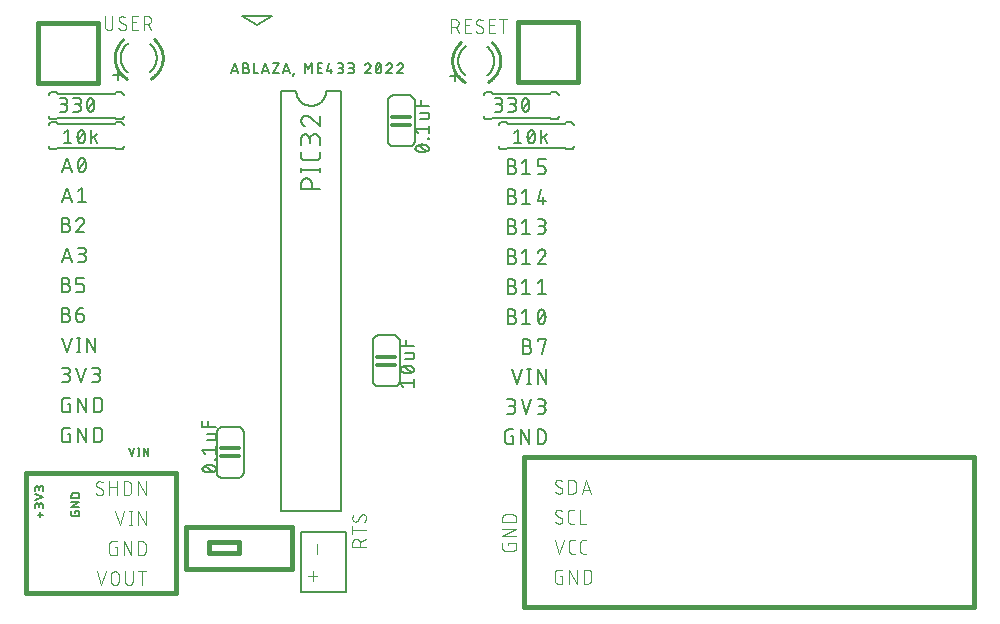
<source format=gbr>
G04 EAGLE Gerber RS-274X export*
G75*
%MOMM*%
%FSLAX34Y34*%
%LPD*%
%INSilkscreen Top*%
%IPPOS*%
%AMOC8*
5,1,8,0,0,1.08239X$1,22.5*%
G01*
%ADD10C,0.203200*%
%ADD11C,0.127000*%
%ADD12C,0.152400*%
%ADD13C,0.304800*%
%ADD14C,0.254000*%
%ADD15C,0.177800*%
%ADD16C,0.101600*%
%ADD17C,0.406400*%


D10*
X42926Y362966D02*
X46990Y375158D01*
X51054Y362966D01*
X50038Y366014D02*
X43942Y366014D01*
X56405Y369062D02*
X56408Y369302D01*
X56416Y369542D01*
X56431Y369781D01*
X56451Y370020D01*
X56476Y370258D01*
X56508Y370496D01*
X56545Y370733D01*
X56588Y370969D01*
X56636Y371204D01*
X56690Y371438D01*
X56749Y371670D01*
X56814Y371901D01*
X56885Y372130D01*
X56961Y372358D01*
X57042Y372583D01*
X57129Y372807D01*
X57221Y373029D01*
X57318Y373248D01*
X57421Y373465D01*
X57455Y373556D01*
X57492Y373646D01*
X57532Y373734D01*
X57575Y373821D01*
X57622Y373906D01*
X57673Y373989D01*
X57726Y374070D01*
X57783Y374149D01*
X57842Y374226D01*
X57905Y374301D01*
X57970Y374372D01*
X58038Y374442D01*
X58109Y374508D01*
X58182Y374572D01*
X58257Y374633D01*
X58335Y374691D01*
X58416Y374746D01*
X58498Y374798D01*
X58582Y374846D01*
X58668Y374892D01*
X58755Y374934D01*
X58845Y374972D01*
X58935Y375007D01*
X59027Y375038D01*
X59120Y375066D01*
X59214Y375091D01*
X59309Y375111D01*
X59405Y375128D01*
X59501Y375141D01*
X59598Y375150D01*
X59695Y375156D01*
X59792Y375158D01*
X59889Y375156D01*
X59986Y375150D01*
X60083Y375141D01*
X60179Y375128D01*
X60275Y375111D01*
X60370Y375091D01*
X60464Y375066D01*
X60557Y375038D01*
X60649Y375007D01*
X60739Y374972D01*
X60829Y374934D01*
X60916Y374892D01*
X61002Y374846D01*
X61086Y374798D01*
X61168Y374746D01*
X61249Y374691D01*
X61327Y374633D01*
X61402Y374572D01*
X61475Y374508D01*
X61546Y374442D01*
X61614Y374372D01*
X61679Y374301D01*
X61742Y374226D01*
X61801Y374149D01*
X61858Y374070D01*
X61911Y373989D01*
X61962Y373906D01*
X62009Y373821D01*
X62052Y373734D01*
X62092Y373646D01*
X62129Y373556D01*
X62163Y373465D01*
X62162Y373465D02*
X62265Y373248D01*
X62362Y373029D01*
X62454Y372807D01*
X62541Y372583D01*
X62622Y372358D01*
X62698Y372130D01*
X62769Y371901D01*
X62834Y371670D01*
X62893Y371438D01*
X62947Y371204D01*
X62995Y370969D01*
X63038Y370733D01*
X63075Y370496D01*
X63107Y370258D01*
X63132Y370020D01*
X63152Y369781D01*
X63167Y369542D01*
X63175Y369302D01*
X63178Y369062D01*
X56405Y369062D02*
X56408Y368822D01*
X56416Y368582D01*
X56431Y368343D01*
X56451Y368104D01*
X56476Y367866D01*
X56508Y367628D01*
X56545Y367391D01*
X56588Y367155D01*
X56636Y366920D01*
X56690Y366686D01*
X56749Y366454D01*
X56814Y366223D01*
X56885Y365994D01*
X56961Y365766D01*
X57042Y365541D01*
X57129Y365317D01*
X57221Y365095D01*
X57318Y364876D01*
X57421Y364659D01*
X57455Y364568D01*
X57492Y364478D01*
X57532Y364390D01*
X57575Y364303D01*
X57622Y364218D01*
X57673Y364135D01*
X57726Y364054D01*
X57783Y363975D01*
X57842Y363898D01*
X57905Y363823D01*
X57970Y363752D01*
X58038Y363682D01*
X58109Y363616D01*
X58182Y363552D01*
X58257Y363491D01*
X58335Y363433D01*
X58416Y363378D01*
X58498Y363326D01*
X58582Y363278D01*
X58668Y363232D01*
X58755Y363190D01*
X58845Y363152D01*
X58935Y363117D01*
X59027Y363086D01*
X59120Y363058D01*
X59214Y363033D01*
X59309Y363013D01*
X59405Y362996D01*
X59501Y362983D01*
X59598Y362974D01*
X59695Y362968D01*
X59792Y362966D01*
X62162Y364659D02*
X62265Y364876D01*
X62362Y365095D01*
X62454Y365317D01*
X62541Y365541D01*
X62622Y365766D01*
X62698Y365994D01*
X62769Y366223D01*
X62834Y366454D01*
X62893Y366686D01*
X62947Y366920D01*
X62995Y367155D01*
X63038Y367391D01*
X63075Y367628D01*
X63107Y367866D01*
X63132Y368104D01*
X63152Y368343D01*
X63167Y368582D01*
X63175Y368822D01*
X63178Y369062D01*
X62163Y364659D02*
X62129Y364568D01*
X62092Y364478D01*
X62052Y364390D01*
X62009Y364303D01*
X61962Y364218D01*
X61911Y364135D01*
X61858Y364054D01*
X61801Y363975D01*
X61742Y363898D01*
X61679Y363823D01*
X61614Y363752D01*
X61546Y363682D01*
X61475Y363616D01*
X61402Y363552D01*
X61327Y363491D01*
X61249Y363433D01*
X61168Y363378D01*
X61086Y363326D01*
X61002Y363278D01*
X60916Y363232D01*
X60829Y363190D01*
X60739Y363152D01*
X60649Y363117D01*
X60557Y363086D01*
X60464Y363058D01*
X60370Y363033D01*
X60275Y363013D01*
X60179Y362996D01*
X60083Y362983D01*
X59986Y362974D01*
X59889Y362968D01*
X59792Y362966D01*
X57082Y365675D02*
X62501Y372449D01*
X46990Y349758D02*
X42926Y337566D01*
X51054Y337566D02*
X46990Y349758D01*
X50038Y340614D02*
X43942Y340614D01*
X56405Y347049D02*
X59792Y349758D01*
X59792Y337566D01*
X63178Y337566D02*
X56405Y337566D01*
X46313Y318939D02*
X42926Y318939D01*
X46313Y318940D02*
X46429Y318938D01*
X46544Y318932D01*
X46659Y318922D01*
X46774Y318908D01*
X46888Y318891D01*
X47002Y318869D01*
X47115Y318844D01*
X47227Y318814D01*
X47338Y318781D01*
X47447Y318744D01*
X47556Y318704D01*
X47662Y318660D01*
X47768Y318612D01*
X47871Y318560D01*
X47973Y318505D01*
X48073Y318447D01*
X48171Y318385D01*
X48266Y318320D01*
X48360Y318252D01*
X48450Y318180D01*
X48539Y318106D01*
X48625Y318028D01*
X48708Y317948D01*
X48788Y317865D01*
X48866Y317779D01*
X48940Y317690D01*
X49012Y317600D01*
X49080Y317506D01*
X49145Y317411D01*
X49207Y317313D01*
X49265Y317213D01*
X49320Y317111D01*
X49372Y317008D01*
X49420Y316902D01*
X49464Y316796D01*
X49504Y316687D01*
X49541Y316578D01*
X49574Y316467D01*
X49604Y316355D01*
X49629Y316242D01*
X49651Y316128D01*
X49668Y316014D01*
X49682Y315899D01*
X49692Y315784D01*
X49698Y315669D01*
X49700Y315553D01*
X49698Y315437D01*
X49692Y315322D01*
X49682Y315207D01*
X49668Y315092D01*
X49651Y314978D01*
X49629Y314864D01*
X49604Y314751D01*
X49574Y314639D01*
X49541Y314528D01*
X49504Y314419D01*
X49464Y314310D01*
X49420Y314204D01*
X49372Y314098D01*
X49320Y313995D01*
X49265Y313893D01*
X49207Y313793D01*
X49145Y313695D01*
X49080Y313600D01*
X49012Y313506D01*
X48940Y313416D01*
X48866Y313327D01*
X48788Y313241D01*
X48708Y313158D01*
X48625Y313078D01*
X48539Y313000D01*
X48450Y312926D01*
X48360Y312854D01*
X48266Y312786D01*
X48171Y312721D01*
X48073Y312659D01*
X47973Y312601D01*
X47871Y312546D01*
X47768Y312494D01*
X47662Y312446D01*
X47556Y312402D01*
X47447Y312362D01*
X47338Y312325D01*
X47227Y312292D01*
X47115Y312262D01*
X47002Y312237D01*
X46888Y312215D01*
X46774Y312198D01*
X46659Y312184D01*
X46544Y312174D01*
X46429Y312168D01*
X46313Y312166D01*
X42926Y312166D01*
X42926Y324358D01*
X46313Y324358D01*
X46416Y324356D01*
X46518Y324350D01*
X46620Y324341D01*
X46722Y324327D01*
X46823Y324310D01*
X46923Y324288D01*
X47022Y324263D01*
X47121Y324235D01*
X47218Y324202D01*
X47314Y324166D01*
X47409Y324127D01*
X47502Y324083D01*
X47593Y324037D01*
X47682Y323986D01*
X47770Y323933D01*
X47855Y323876D01*
X47938Y323816D01*
X48019Y323753D01*
X48098Y323687D01*
X48173Y323618D01*
X48247Y323546D01*
X48317Y323472D01*
X48385Y323395D01*
X48449Y323315D01*
X48511Y323233D01*
X48569Y323149D01*
X48624Y323062D01*
X48676Y322974D01*
X48724Y322883D01*
X48769Y322791D01*
X48811Y322698D01*
X48849Y322602D01*
X48883Y322506D01*
X48914Y322408D01*
X48940Y322309D01*
X48964Y322209D01*
X48983Y322108D01*
X48998Y322007D01*
X49010Y321905D01*
X49018Y321803D01*
X49022Y321700D01*
X49022Y321598D01*
X49018Y321495D01*
X49010Y321393D01*
X48998Y321291D01*
X48983Y321190D01*
X48964Y321089D01*
X48940Y320989D01*
X48914Y320890D01*
X48883Y320792D01*
X48849Y320696D01*
X48811Y320600D01*
X48769Y320507D01*
X48724Y320415D01*
X48676Y320324D01*
X48624Y320236D01*
X48569Y320149D01*
X48511Y320065D01*
X48449Y319983D01*
X48385Y319903D01*
X48317Y319826D01*
X48247Y319752D01*
X48173Y319680D01*
X48098Y319611D01*
X48019Y319545D01*
X47938Y319482D01*
X47855Y319422D01*
X47770Y319365D01*
X47682Y319312D01*
X47593Y319261D01*
X47502Y319215D01*
X47409Y319171D01*
X47314Y319132D01*
X47218Y319096D01*
X47121Y319063D01*
X47022Y319035D01*
X46923Y319010D01*
X46823Y318988D01*
X46722Y318971D01*
X46620Y318957D01*
X46518Y318948D01*
X46416Y318942D01*
X46313Y318940D01*
X58762Y324358D02*
X58871Y324356D01*
X58979Y324350D01*
X59088Y324341D01*
X59196Y324327D01*
X59303Y324310D01*
X59410Y324288D01*
X59516Y324263D01*
X59621Y324235D01*
X59725Y324202D01*
X59827Y324166D01*
X59928Y324126D01*
X60028Y324083D01*
X60126Y324036D01*
X60223Y323985D01*
X60317Y323931D01*
X60410Y323874D01*
X60500Y323814D01*
X60589Y323750D01*
X60675Y323683D01*
X60758Y323614D01*
X60839Y323541D01*
X60917Y323465D01*
X60993Y323387D01*
X61066Y323306D01*
X61135Y323223D01*
X61202Y323137D01*
X61266Y323048D01*
X61326Y322958D01*
X61383Y322865D01*
X61437Y322771D01*
X61488Y322674D01*
X61535Y322576D01*
X61578Y322476D01*
X61618Y322375D01*
X61654Y322273D01*
X61687Y322169D01*
X61715Y322064D01*
X61740Y321958D01*
X61762Y321851D01*
X61779Y321744D01*
X61793Y321636D01*
X61802Y321527D01*
X61808Y321419D01*
X61810Y321310D01*
X58762Y324358D02*
X58639Y324356D01*
X58516Y324350D01*
X58393Y324341D01*
X58271Y324327D01*
X58149Y324310D01*
X58028Y324289D01*
X57907Y324264D01*
X57787Y324235D01*
X57669Y324202D01*
X57551Y324166D01*
X57435Y324126D01*
X57319Y324083D01*
X57206Y324035D01*
X57093Y323985D01*
X56983Y323931D01*
X56874Y323873D01*
X56767Y323812D01*
X56662Y323747D01*
X56559Y323680D01*
X56459Y323609D01*
X56360Y323535D01*
X56264Y323458D01*
X56171Y323378D01*
X56080Y323295D01*
X55991Y323209D01*
X55906Y323121D01*
X55823Y323030D01*
X55743Y322936D01*
X55666Y322840D01*
X55592Y322741D01*
X55522Y322641D01*
X55454Y322538D01*
X55390Y322433D01*
X55329Y322326D01*
X55271Y322217D01*
X55217Y322106D01*
X55167Y321994D01*
X55120Y321880D01*
X55076Y321765D01*
X55037Y321649D01*
X60794Y318939D02*
X60873Y319017D01*
X60949Y319097D01*
X61022Y319179D01*
X61092Y319265D01*
X61160Y319352D01*
X61225Y319442D01*
X61286Y319533D01*
X61344Y319627D01*
X61400Y319723D01*
X61451Y319820D01*
X61500Y319920D01*
X61545Y320020D01*
X61587Y320123D01*
X61625Y320226D01*
X61660Y320331D01*
X61691Y320437D01*
X61719Y320544D01*
X61743Y320652D01*
X61764Y320760D01*
X61780Y320869D01*
X61793Y320979D01*
X61803Y321089D01*
X61808Y321200D01*
X61810Y321310D01*
X60794Y318939D02*
X55037Y312166D01*
X61810Y312166D01*
X46990Y298958D02*
X42926Y286766D01*
X51054Y286766D02*
X46990Y298958D01*
X50038Y289814D02*
X43942Y289814D01*
X56405Y286766D02*
X59792Y286766D01*
X59908Y286768D01*
X60023Y286774D01*
X60138Y286784D01*
X60253Y286798D01*
X60367Y286815D01*
X60481Y286837D01*
X60594Y286862D01*
X60706Y286892D01*
X60817Y286925D01*
X60926Y286962D01*
X61035Y287002D01*
X61141Y287046D01*
X61247Y287094D01*
X61350Y287146D01*
X61452Y287201D01*
X61552Y287259D01*
X61650Y287321D01*
X61745Y287386D01*
X61839Y287454D01*
X61929Y287526D01*
X62018Y287600D01*
X62104Y287678D01*
X62187Y287758D01*
X62267Y287841D01*
X62345Y287927D01*
X62419Y288016D01*
X62491Y288106D01*
X62559Y288200D01*
X62624Y288295D01*
X62686Y288393D01*
X62744Y288493D01*
X62799Y288595D01*
X62851Y288698D01*
X62899Y288804D01*
X62943Y288910D01*
X62983Y289019D01*
X63020Y289128D01*
X63053Y289239D01*
X63083Y289351D01*
X63108Y289464D01*
X63130Y289578D01*
X63147Y289692D01*
X63161Y289807D01*
X63171Y289922D01*
X63177Y290037D01*
X63179Y290153D01*
X63177Y290269D01*
X63171Y290384D01*
X63161Y290499D01*
X63147Y290614D01*
X63130Y290728D01*
X63108Y290842D01*
X63083Y290955D01*
X63053Y291067D01*
X63020Y291178D01*
X62983Y291287D01*
X62943Y291396D01*
X62899Y291502D01*
X62851Y291608D01*
X62799Y291711D01*
X62744Y291813D01*
X62686Y291913D01*
X62624Y292011D01*
X62559Y292106D01*
X62491Y292200D01*
X62419Y292290D01*
X62345Y292379D01*
X62267Y292465D01*
X62187Y292548D01*
X62104Y292628D01*
X62018Y292706D01*
X61929Y292780D01*
X61839Y292852D01*
X61745Y292920D01*
X61650Y292985D01*
X61552Y293047D01*
X61452Y293105D01*
X61350Y293160D01*
X61247Y293212D01*
X61141Y293260D01*
X61035Y293304D01*
X60926Y293344D01*
X60817Y293381D01*
X60706Y293414D01*
X60594Y293444D01*
X60481Y293469D01*
X60367Y293491D01*
X60253Y293508D01*
X60138Y293522D01*
X60023Y293532D01*
X59908Y293538D01*
X59792Y293540D01*
X60469Y298958D02*
X56405Y298958D01*
X60469Y298958D02*
X60572Y298956D01*
X60674Y298950D01*
X60776Y298941D01*
X60878Y298927D01*
X60979Y298910D01*
X61079Y298888D01*
X61178Y298863D01*
X61277Y298835D01*
X61374Y298802D01*
X61470Y298766D01*
X61565Y298727D01*
X61658Y298683D01*
X61749Y298637D01*
X61838Y298586D01*
X61926Y298533D01*
X62011Y298476D01*
X62094Y298416D01*
X62175Y298353D01*
X62254Y298287D01*
X62329Y298218D01*
X62403Y298146D01*
X62473Y298072D01*
X62541Y297995D01*
X62605Y297915D01*
X62667Y297833D01*
X62725Y297749D01*
X62780Y297662D01*
X62832Y297574D01*
X62880Y297483D01*
X62925Y297391D01*
X62967Y297298D01*
X63005Y297202D01*
X63039Y297106D01*
X63070Y297008D01*
X63096Y296909D01*
X63120Y296809D01*
X63139Y296708D01*
X63154Y296607D01*
X63166Y296505D01*
X63174Y296403D01*
X63178Y296300D01*
X63178Y296198D01*
X63174Y296095D01*
X63166Y295993D01*
X63154Y295891D01*
X63139Y295790D01*
X63120Y295689D01*
X63096Y295589D01*
X63070Y295490D01*
X63039Y295392D01*
X63005Y295296D01*
X62967Y295200D01*
X62925Y295107D01*
X62880Y295015D01*
X62832Y294924D01*
X62780Y294836D01*
X62725Y294749D01*
X62667Y294665D01*
X62605Y294583D01*
X62541Y294503D01*
X62473Y294426D01*
X62403Y294352D01*
X62329Y294280D01*
X62254Y294211D01*
X62175Y294145D01*
X62094Y294082D01*
X62011Y294022D01*
X61926Y293965D01*
X61838Y293912D01*
X61749Y293861D01*
X61658Y293815D01*
X61565Y293771D01*
X61470Y293732D01*
X61374Y293696D01*
X61277Y293663D01*
X61178Y293635D01*
X61079Y293610D01*
X60979Y293588D01*
X60878Y293571D01*
X60776Y293557D01*
X60674Y293548D01*
X60572Y293542D01*
X60469Y293540D01*
X60469Y293539D02*
X57760Y293539D01*
X46313Y268139D02*
X42926Y268139D01*
X46313Y268140D02*
X46429Y268138D01*
X46544Y268132D01*
X46659Y268122D01*
X46774Y268108D01*
X46888Y268091D01*
X47002Y268069D01*
X47115Y268044D01*
X47227Y268014D01*
X47338Y267981D01*
X47447Y267944D01*
X47556Y267904D01*
X47662Y267860D01*
X47768Y267812D01*
X47871Y267760D01*
X47973Y267705D01*
X48073Y267647D01*
X48171Y267585D01*
X48266Y267520D01*
X48360Y267452D01*
X48450Y267380D01*
X48539Y267306D01*
X48625Y267228D01*
X48708Y267148D01*
X48788Y267065D01*
X48866Y266979D01*
X48940Y266890D01*
X49012Y266800D01*
X49080Y266706D01*
X49145Y266611D01*
X49207Y266513D01*
X49265Y266413D01*
X49320Y266311D01*
X49372Y266208D01*
X49420Y266102D01*
X49464Y265996D01*
X49504Y265887D01*
X49541Y265778D01*
X49574Y265667D01*
X49604Y265555D01*
X49629Y265442D01*
X49651Y265328D01*
X49668Y265214D01*
X49682Y265099D01*
X49692Y264984D01*
X49698Y264869D01*
X49700Y264753D01*
X49698Y264637D01*
X49692Y264522D01*
X49682Y264407D01*
X49668Y264292D01*
X49651Y264178D01*
X49629Y264064D01*
X49604Y263951D01*
X49574Y263839D01*
X49541Y263728D01*
X49504Y263619D01*
X49464Y263510D01*
X49420Y263404D01*
X49372Y263298D01*
X49320Y263195D01*
X49265Y263093D01*
X49207Y262993D01*
X49145Y262895D01*
X49080Y262800D01*
X49012Y262706D01*
X48940Y262616D01*
X48866Y262527D01*
X48788Y262441D01*
X48708Y262358D01*
X48625Y262278D01*
X48539Y262200D01*
X48450Y262126D01*
X48360Y262054D01*
X48266Y261986D01*
X48171Y261921D01*
X48073Y261859D01*
X47973Y261801D01*
X47871Y261746D01*
X47768Y261694D01*
X47662Y261646D01*
X47556Y261602D01*
X47447Y261562D01*
X47338Y261525D01*
X47227Y261492D01*
X47115Y261462D01*
X47002Y261437D01*
X46888Y261415D01*
X46774Y261398D01*
X46659Y261384D01*
X46544Y261374D01*
X46429Y261368D01*
X46313Y261366D01*
X42926Y261366D01*
X42926Y273558D01*
X46313Y273558D01*
X46416Y273556D01*
X46518Y273550D01*
X46620Y273541D01*
X46722Y273527D01*
X46823Y273510D01*
X46923Y273488D01*
X47022Y273463D01*
X47121Y273435D01*
X47218Y273402D01*
X47314Y273366D01*
X47409Y273327D01*
X47502Y273283D01*
X47593Y273237D01*
X47682Y273186D01*
X47770Y273133D01*
X47855Y273076D01*
X47938Y273016D01*
X48019Y272953D01*
X48098Y272887D01*
X48173Y272818D01*
X48247Y272746D01*
X48317Y272672D01*
X48385Y272595D01*
X48449Y272515D01*
X48511Y272433D01*
X48569Y272349D01*
X48624Y272262D01*
X48676Y272174D01*
X48724Y272083D01*
X48769Y271991D01*
X48811Y271898D01*
X48849Y271802D01*
X48883Y271706D01*
X48914Y271608D01*
X48940Y271509D01*
X48964Y271409D01*
X48983Y271308D01*
X48998Y271207D01*
X49010Y271105D01*
X49018Y271003D01*
X49022Y270900D01*
X49022Y270798D01*
X49018Y270695D01*
X49010Y270593D01*
X48998Y270491D01*
X48983Y270390D01*
X48964Y270289D01*
X48940Y270189D01*
X48914Y270090D01*
X48883Y269992D01*
X48849Y269896D01*
X48811Y269800D01*
X48769Y269707D01*
X48724Y269615D01*
X48676Y269524D01*
X48624Y269436D01*
X48569Y269349D01*
X48511Y269265D01*
X48449Y269183D01*
X48385Y269103D01*
X48317Y269026D01*
X48247Y268952D01*
X48173Y268880D01*
X48098Y268811D01*
X48019Y268745D01*
X47938Y268682D01*
X47855Y268622D01*
X47770Y268565D01*
X47682Y268512D01*
X47593Y268461D01*
X47502Y268415D01*
X47409Y268371D01*
X47314Y268332D01*
X47218Y268296D01*
X47121Y268263D01*
X47022Y268235D01*
X46923Y268210D01*
X46823Y268188D01*
X46722Y268171D01*
X46620Y268157D01*
X46518Y268148D01*
X46416Y268142D01*
X46313Y268140D01*
X55037Y261366D02*
X59101Y261366D01*
X59202Y261368D01*
X59303Y261374D01*
X59404Y261383D01*
X59505Y261396D01*
X59605Y261413D01*
X59704Y261434D01*
X59802Y261458D01*
X59899Y261486D01*
X59996Y261518D01*
X60091Y261553D01*
X60184Y261592D01*
X60276Y261634D01*
X60367Y261680D01*
X60455Y261729D01*
X60542Y261781D01*
X60627Y261837D01*
X60710Y261895D01*
X60790Y261957D01*
X60868Y262022D01*
X60944Y262089D01*
X61017Y262159D01*
X61087Y262232D01*
X61154Y262308D01*
X61219Y262386D01*
X61281Y262466D01*
X61339Y262549D01*
X61395Y262634D01*
X61447Y262721D01*
X61496Y262809D01*
X61542Y262900D01*
X61584Y262992D01*
X61623Y263085D01*
X61658Y263180D01*
X61690Y263277D01*
X61718Y263374D01*
X61742Y263472D01*
X61763Y263571D01*
X61780Y263671D01*
X61793Y263772D01*
X61802Y263873D01*
X61808Y263974D01*
X61810Y264075D01*
X61810Y265430D01*
X61808Y265531D01*
X61802Y265632D01*
X61793Y265733D01*
X61780Y265834D01*
X61763Y265934D01*
X61742Y266033D01*
X61718Y266131D01*
X61690Y266228D01*
X61658Y266325D01*
X61623Y266420D01*
X61584Y266513D01*
X61542Y266605D01*
X61496Y266696D01*
X61447Y266785D01*
X61395Y266871D01*
X61339Y266956D01*
X61281Y267039D01*
X61219Y267119D01*
X61154Y267197D01*
X61087Y267273D01*
X61017Y267346D01*
X60944Y267416D01*
X60868Y267483D01*
X60790Y267548D01*
X60710Y267610D01*
X60627Y267668D01*
X60542Y267724D01*
X60456Y267776D01*
X60367Y267825D01*
X60276Y267871D01*
X60184Y267913D01*
X60091Y267952D01*
X59996Y267987D01*
X59899Y268019D01*
X59802Y268047D01*
X59704Y268071D01*
X59605Y268092D01*
X59505Y268109D01*
X59404Y268122D01*
X59303Y268131D01*
X59202Y268137D01*
X59101Y268139D01*
X55037Y268139D01*
X55037Y273558D01*
X61810Y273558D01*
X46313Y242739D02*
X42926Y242739D01*
X46313Y242740D02*
X46429Y242738D01*
X46544Y242732D01*
X46659Y242722D01*
X46774Y242708D01*
X46888Y242691D01*
X47002Y242669D01*
X47115Y242644D01*
X47227Y242614D01*
X47338Y242581D01*
X47447Y242544D01*
X47556Y242504D01*
X47662Y242460D01*
X47768Y242412D01*
X47871Y242360D01*
X47973Y242305D01*
X48073Y242247D01*
X48171Y242185D01*
X48266Y242120D01*
X48360Y242052D01*
X48450Y241980D01*
X48539Y241906D01*
X48625Y241828D01*
X48708Y241748D01*
X48788Y241665D01*
X48866Y241579D01*
X48940Y241490D01*
X49012Y241400D01*
X49080Y241306D01*
X49145Y241211D01*
X49207Y241113D01*
X49265Y241013D01*
X49320Y240911D01*
X49372Y240808D01*
X49420Y240702D01*
X49464Y240596D01*
X49504Y240487D01*
X49541Y240378D01*
X49574Y240267D01*
X49604Y240155D01*
X49629Y240042D01*
X49651Y239928D01*
X49668Y239814D01*
X49682Y239699D01*
X49692Y239584D01*
X49698Y239469D01*
X49700Y239353D01*
X49698Y239237D01*
X49692Y239122D01*
X49682Y239007D01*
X49668Y238892D01*
X49651Y238778D01*
X49629Y238664D01*
X49604Y238551D01*
X49574Y238439D01*
X49541Y238328D01*
X49504Y238219D01*
X49464Y238110D01*
X49420Y238004D01*
X49372Y237898D01*
X49320Y237795D01*
X49265Y237693D01*
X49207Y237593D01*
X49145Y237495D01*
X49080Y237400D01*
X49012Y237306D01*
X48940Y237216D01*
X48866Y237127D01*
X48788Y237041D01*
X48708Y236958D01*
X48625Y236878D01*
X48539Y236800D01*
X48450Y236726D01*
X48360Y236654D01*
X48266Y236586D01*
X48171Y236521D01*
X48073Y236459D01*
X47973Y236401D01*
X47871Y236346D01*
X47768Y236294D01*
X47662Y236246D01*
X47556Y236202D01*
X47447Y236162D01*
X47338Y236125D01*
X47227Y236092D01*
X47115Y236062D01*
X47002Y236037D01*
X46888Y236015D01*
X46774Y235998D01*
X46659Y235984D01*
X46544Y235974D01*
X46429Y235968D01*
X46313Y235966D01*
X42926Y235966D01*
X42926Y248158D01*
X46313Y248158D01*
X46416Y248156D01*
X46518Y248150D01*
X46620Y248141D01*
X46722Y248127D01*
X46823Y248110D01*
X46923Y248088D01*
X47022Y248063D01*
X47121Y248035D01*
X47218Y248002D01*
X47314Y247966D01*
X47409Y247927D01*
X47502Y247883D01*
X47593Y247837D01*
X47682Y247786D01*
X47770Y247733D01*
X47855Y247676D01*
X47938Y247616D01*
X48019Y247553D01*
X48098Y247487D01*
X48173Y247418D01*
X48247Y247346D01*
X48317Y247272D01*
X48385Y247195D01*
X48449Y247115D01*
X48511Y247033D01*
X48569Y246949D01*
X48624Y246862D01*
X48676Y246774D01*
X48724Y246683D01*
X48769Y246591D01*
X48811Y246498D01*
X48849Y246402D01*
X48883Y246306D01*
X48914Y246208D01*
X48940Y246109D01*
X48964Y246009D01*
X48983Y245908D01*
X48998Y245807D01*
X49010Y245705D01*
X49018Y245603D01*
X49022Y245500D01*
X49022Y245398D01*
X49018Y245295D01*
X49010Y245193D01*
X48998Y245091D01*
X48983Y244990D01*
X48964Y244889D01*
X48940Y244789D01*
X48914Y244690D01*
X48883Y244592D01*
X48849Y244496D01*
X48811Y244400D01*
X48769Y244307D01*
X48724Y244215D01*
X48676Y244124D01*
X48624Y244036D01*
X48569Y243949D01*
X48511Y243865D01*
X48449Y243783D01*
X48385Y243703D01*
X48317Y243626D01*
X48247Y243552D01*
X48173Y243480D01*
X48098Y243411D01*
X48019Y243345D01*
X47938Y243282D01*
X47855Y243222D01*
X47770Y243165D01*
X47682Y243112D01*
X47593Y243061D01*
X47502Y243015D01*
X47409Y242971D01*
X47314Y242932D01*
X47218Y242896D01*
X47121Y242863D01*
X47022Y242835D01*
X46923Y242810D01*
X46823Y242788D01*
X46722Y242771D01*
X46620Y242757D01*
X46518Y242748D01*
X46416Y242742D01*
X46313Y242740D01*
X55037Y242739D02*
X59101Y242739D01*
X59202Y242737D01*
X59303Y242731D01*
X59404Y242722D01*
X59505Y242709D01*
X59605Y242692D01*
X59704Y242671D01*
X59802Y242647D01*
X59899Y242619D01*
X59996Y242587D01*
X60091Y242552D01*
X60184Y242513D01*
X60276Y242471D01*
X60367Y242425D01*
X60456Y242376D01*
X60542Y242324D01*
X60627Y242268D01*
X60710Y242210D01*
X60790Y242148D01*
X60868Y242083D01*
X60944Y242016D01*
X61017Y241946D01*
X61087Y241873D01*
X61154Y241797D01*
X61219Y241719D01*
X61281Y241639D01*
X61339Y241556D01*
X61395Y241471D01*
X61447Y241385D01*
X61496Y241296D01*
X61542Y241205D01*
X61584Y241113D01*
X61623Y241020D01*
X61658Y240925D01*
X61690Y240828D01*
X61718Y240731D01*
X61742Y240633D01*
X61763Y240534D01*
X61780Y240434D01*
X61793Y240333D01*
X61802Y240232D01*
X61808Y240131D01*
X61810Y240030D01*
X61810Y239353D01*
X61808Y239237D01*
X61802Y239122D01*
X61792Y239007D01*
X61778Y238892D01*
X61761Y238778D01*
X61739Y238664D01*
X61714Y238551D01*
X61684Y238439D01*
X61651Y238328D01*
X61614Y238219D01*
X61574Y238110D01*
X61530Y238004D01*
X61482Y237898D01*
X61430Y237795D01*
X61375Y237693D01*
X61317Y237593D01*
X61255Y237495D01*
X61190Y237400D01*
X61122Y237306D01*
X61050Y237216D01*
X60976Y237127D01*
X60898Y237041D01*
X60818Y236958D01*
X60735Y236878D01*
X60649Y236800D01*
X60560Y236726D01*
X60470Y236654D01*
X60376Y236586D01*
X60281Y236521D01*
X60183Y236459D01*
X60083Y236401D01*
X59981Y236346D01*
X59878Y236294D01*
X59772Y236246D01*
X59666Y236202D01*
X59557Y236162D01*
X59448Y236125D01*
X59337Y236092D01*
X59225Y236062D01*
X59112Y236037D01*
X58998Y236015D01*
X58884Y235998D01*
X58769Y235984D01*
X58654Y235974D01*
X58539Y235968D01*
X58423Y235966D01*
X58307Y235968D01*
X58192Y235974D01*
X58077Y235984D01*
X57962Y235998D01*
X57848Y236015D01*
X57734Y236037D01*
X57621Y236062D01*
X57509Y236092D01*
X57398Y236125D01*
X57289Y236162D01*
X57180Y236202D01*
X57074Y236246D01*
X56968Y236294D01*
X56865Y236346D01*
X56763Y236401D01*
X56663Y236459D01*
X56565Y236521D01*
X56470Y236586D01*
X56376Y236654D01*
X56286Y236726D01*
X56197Y236800D01*
X56111Y236878D01*
X56028Y236958D01*
X55948Y237041D01*
X55870Y237127D01*
X55796Y237216D01*
X55724Y237306D01*
X55656Y237400D01*
X55591Y237495D01*
X55529Y237593D01*
X55471Y237693D01*
X55416Y237795D01*
X55364Y237898D01*
X55316Y238004D01*
X55272Y238110D01*
X55232Y238219D01*
X55195Y238328D01*
X55162Y238439D01*
X55132Y238551D01*
X55107Y238664D01*
X55085Y238778D01*
X55068Y238892D01*
X55054Y239007D01*
X55044Y239122D01*
X55038Y239237D01*
X55036Y239353D01*
X55037Y239353D02*
X55037Y242739D01*
X55036Y242739D02*
X55038Y242886D01*
X55044Y243032D01*
X55054Y243179D01*
X55068Y243325D01*
X55086Y243471D01*
X55107Y243616D01*
X55133Y243760D01*
X55163Y243904D01*
X55196Y244047D01*
X55234Y244189D01*
X55275Y244330D01*
X55320Y244469D01*
X55368Y244608D01*
X55421Y244745D01*
X55477Y244880D01*
X55537Y245014D01*
X55600Y245147D01*
X55667Y245277D01*
X55738Y245406D01*
X55812Y245533D01*
X55889Y245657D01*
X55970Y245780D01*
X56054Y245900D01*
X56141Y246018D01*
X56231Y246134D01*
X56325Y246247D01*
X56421Y246358D01*
X56521Y246466D01*
X56623Y246571D01*
X56728Y246673D01*
X56836Y246773D01*
X56947Y246869D01*
X57060Y246963D01*
X57176Y247053D01*
X57294Y247140D01*
X57414Y247224D01*
X57536Y247305D01*
X57661Y247382D01*
X57788Y247456D01*
X57917Y247527D01*
X58047Y247594D01*
X58180Y247657D01*
X58314Y247717D01*
X58449Y247773D01*
X58586Y247826D01*
X58725Y247874D01*
X58864Y247919D01*
X59005Y247960D01*
X59147Y247998D01*
X59290Y248031D01*
X59434Y248061D01*
X59578Y248087D01*
X59723Y248108D01*
X59869Y248126D01*
X60015Y248140D01*
X60162Y248150D01*
X60308Y248156D01*
X60455Y248158D01*
X42926Y222758D02*
X46990Y210566D01*
X51054Y222758D01*
X57231Y222758D02*
X57231Y210566D01*
X55877Y210566D02*
X58586Y210566D01*
X58586Y222758D02*
X55877Y222758D01*
X64513Y222758D02*
X64513Y210566D01*
X71286Y210566D02*
X64513Y222758D01*
X71286Y222758D02*
X71286Y210566D01*
X46313Y185166D02*
X42926Y185166D01*
X46313Y185166D02*
X46429Y185168D01*
X46544Y185174D01*
X46659Y185184D01*
X46774Y185198D01*
X46888Y185215D01*
X47002Y185237D01*
X47115Y185262D01*
X47227Y185292D01*
X47338Y185325D01*
X47447Y185362D01*
X47556Y185402D01*
X47662Y185446D01*
X47768Y185494D01*
X47871Y185546D01*
X47973Y185601D01*
X48073Y185659D01*
X48171Y185721D01*
X48266Y185786D01*
X48360Y185854D01*
X48450Y185926D01*
X48539Y186000D01*
X48625Y186078D01*
X48708Y186158D01*
X48788Y186241D01*
X48866Y186327D01*
X48940Y186416D01*
X49012Y186506D01*
X49080Y186600D01*
X49145Y186695D01*
X49207Y186793D01*
X49265Y186893D01*
X49320Y186995D01*
X49372Y187098D01*
X49420Y187204D01*
X49464Y187310D01*
X49504Y187419D01*
X49541Y187528D01*
X49574Y187639D01*
X49604Y187751D01*
X49629Y187864D01*
X49651Y187978D01*
X49668Y188092D01*
X49682Y188207D01*
X49692Y188322D01*
X49698Y188437D01*
X49700Y188553D01*
X49698Y188669D01*
X49692Y188784D01*
X49682Y188899D01*
X49668Y189014D01*
X49651Y189128D01*
X49629Y189242D01*
X49604Y189355D01*
X49574Y189467D01*
X49541Y189578D01*
X49504Y189687D01*
X49464Y189796D01*
X49420Y189902D01*
X49372Y190008D01*
X49320Y190111D01*
X49265Y190213D01*
X49207Y190313D01*
X49145Y190411D01*
X49080Y190506D01*
X49012Y190600D01*
X48940Y190690D01*
X48866Y190779D01*
X48788Y190865D01*
X48708Y190948D01*
X48625Y191028D01*
X48539Y191106D01*
X48450Y191180D01*
X48360Y191252D01*
X48266Y191320D01*
X48171Y191385D01*
X48073Y191447D01*
X47973Y191505D01*
X47871Y191560D01*
X47768Y191612D01*
X47662Y191660D01*
X47556Y191704D01*
X47447Y191744D01*
X47338Y191781D01*
X47227Y191814D01*
X47115Y191844D01*
X47002Y191869D01*
X46888Y191891D01*
X46774Y191908D01*
X46659Y191922D01*
X46544Y191932D01*
X46429Y191938D01*
X46313Y191940D01*
X46990Y197358D02*
X42926Y197358D01*
X46990Y197358D02*
X47093Y197356D01*
X47195Y197350D01*
X47297Y197341D01*
X47399Y197327D01*
X47500Y197310D01*
X47600Y197288D01*
X47699Y197263D01*
X47798Y197235D01*
X47895Y197202D01*
X47991Y197166D01*
X48086Y197127D01*
X48179Y197083D01*
X48270Y197037D01*
X48359Y196986D01*
X48447Y196933D01*
X48532Y196876D01*
X48615Y196816D01*
X48696Y196753D01*
X48775Y196687D01*
X48850Y196618D01*
X48924Y196546D01*
X48994Y196472D01*
X49062Y196395D01*
X49126Y196315D01*
X49188Y196233D01*
X49246Y196149D01*
X49301Y196062D01*
X49353Y195974D01*
X49401Y195883D01*
X49446Y195791D01*
X49488Y195698D01*
X49526Y195602D01*
X49560Y195506D01*
X49591Y195408D01*
X49617Y195309D01*
X49641Y195209D01*
X49660Y195108D01*
X49675Y195007D01*
X49687Y194905D01*
X49695Y194803D01*
X49699Y194700D01*
X49699Y194598D01*
X49695Y194495D01*
X49687Y194393D01*
X49675Y194291D01*
X49660Y194190D01*
X49641Y194089D01*
X49617Y193989D01*
X49591Y193890D01*
X49560Y193792D01*
X49526Y193696D01*
X49488Y193600D01*
X49446Y193507D01*
X49401Y193415D01*
X49353Y193324D01*
X49301Y193236D01*
X49246Y193149D01*
X49188Y193065D01*
X49126Y192983D01*
X49062Y192903D01*
X48994Y192826D01*
X48924Y192752D01*
X48850Y192680D01*
X48775Y192611D01*
X48696Y192545D01*
X48615Y192482D01*
X48532Y192422D01*
X48447Y192365D01*
X48359Y192312D01*
X48270Y192261D01*
X48179Y192215D01*
X48086Y192171D01*
X47991Y192132D01*
X47895Y192096D01*
X47798Y192063D01*
X47699Y192035D01*
X47600Y192010D01*
X47500Y191988D01*
X47399Y191971D01*
X47297Y191957D01*
X47195Y191948D01*
X47093Y191942D01*
X46990Y191940D01*
X46990Y191939D02*
X44281Y191939D01*
X55050Y197358D02*
X59114Y185166D01*
X63178Y197358D01*
X68529Y185166D02*
X71916Y185166D01*
X72032Y185168D01*
X72147Y185174D01*
X72262Y185184D01*
X72377Y185198D01*
X72491Y185215D01*
X72605Y185237D01*
X72718Y185262D01*
X72830Y185292D01*
X72941Y185325D01*
X73050Y185362D01*
X73159Y185402D01*
X73265Y185446D01*
X73371Y185494D01*
X73474Y185546D01*
X73576Y185601D01*
X73676Y185659D01*
X73774Y185721D01*
X73869Y185786D01*
X73963Y185854D01*
X74053Y185926D01*
X74142Y186000D01*
X74228Y186078D01*
X74311Y186158D01*
X74391Y186241D01*
X74469Y186327D01*
X74543Y186416D01*
X74615Y186506D01*
X74683Y186600D01*
X74748Y186695D01*
X74810Y186793D01*
X74868Y186893D01*
X74923Y186995D01*
X74975Y187098D01*
X75023Y187204D01*
X75067Y187310D01*
X75107Y187419D01*
X75144Y187528D01*
X75177Y187639D01*
X75207Y187751D01*
X75232Y187864D01*
X75254Y187978D01*
X75271Y188092D01*
X75285Y188207D01*
X75295Y188322D01*
X75301Y188437D01*
X75303Y188553D01*
X75301Y188669D01*
X75295Y188784D01*
X75285Y188899D01*
X75271Y189014D01*
X75254Y189128D01*
X75232Y189242D01*
X75207Y189355D01*
X75177Y189467D01*
X75144Y189578D01*
X75107Y189687D01*
X75067Y189796D01*
X75023Y189902D01*
X74975Y190008D01*
X74923Y190111D01*
X74868Y190213D01*
X74810Y190313D01*
X74748Y190411D01*
X74683Y190506D01*
X74615Y190600D01*
X74543Y190690D01*
X74469Y190779D01*
X74391Y190865D01*
X74311Y190948D01*
X74228Y191028D01*
X74142Y191106D01*
X74053Y191180D01*
X73963Y191252D01*
X73869Y191320D01*
X73774Y191385D01*
X73676Y191447D01*
X73576Y191505D01*
X73474Y191560D01*
X73371Y191612D01*
X73265Y191660D01*
X73159Y191704D01*
X73050Y191744D01*
X72941Y191781D01*
X72830Y191814D01*
X72718Y191844D01*
X72605Y191869D01*
X72491Y191891D01*
X72377Y191908D01*
X72262Y191922D01*
X72147Y191932D01*
X72032Y191938D01*
X71916Y191940D01*
X72593Y197358D02*
X68529Y197358D01*
X72593Y197358D02*
X72696Y197356D01*
X72798Y197350D01*
X72900Y197341D01*
X73002Y197327D01*
X73103Y197310D01*
X73203Y197288D01*
X73302Y197263D01*
X73401Y197235D01*
X73498Y197202D01*
X73594Y197166D01*
X73689Y197127D01*
X73782Y197083D01*
X73873Y197037D01*
X73962Y196986D01*
X74050Y196933D01*
X74135Y196876D01*
X74218Y196816D01*
X74299Y196753D01*
X74378Y196687D01*
X74453Y196618D01*
X74527Y196546D01*
X74597Y196472D01*
X74665Y196395D01*
X74729Y196315D01*
X74791Y196233D01*
X74849Y196149D01*
X74904Y196062D01*
X74956Y195974D01*
X75004Y195883D01*
X75049Y195791D01*
X75091Y195698D01*
X75129Y195602D01*
X75163Y195506D01*
X75194Y195408D01*
X75220Y195309D01*
X75244Y195209D01*
X75263Y195108D01*
X75278Y195007D01*
X75290Y194905D01*
X75298Y194803D01*
X75302Y194700D01*
X75302Y194598D01*
X75298Y194495D01*
X75290Y194393D01*
X75278Y194291D01*
X75263Y194190D01*
X75244Y194089D01*
X75220Y193989D01*
X75194Y193890D01*
X75163Y193792D01*
X75129Y193696D01*
X75091Y193600D01*
X75049Y193507D01*
X75004Y193415D01*
X74956Y193324D01*
X74904Y193236D01*
X74849Y193149D01*
X74791Y193065D01*
X74729Y192983D01*
X74665Y192903D01*
X74597Y192826D01*
X74527Y192752D01*
X74453Y192680D01*
X74378Y192611D01*
X74299Y192545D01*
X74218Y192482D01*
X74135Y192422D01*
X74050Y192365D01*
X73962Y192312D01*
X73873Y192261D01*
X73782Y192215D01*
X73689Y192171D01*
X73594Y192132D01*
X73498Y192096D01*
X73401Y192063D01*
X73302Y192035D01*
X73203Y192010D01*
X73103Y191988D01*
X73002Y191971D01*
X72900Y191957D01*
X72798Y191948D01*
X72696Y191942D01*
X72593Y191940D01*
X72593Y191939D02*
X69884Y191939D01*
X49699Y166539D02*
X47667Y166539D01*
X49699Y166539D02*
X49699Y159766D01*
X45635Y159766D01*
X45534Y159768D01*
X45433Y159774D01*
X45332Y159783D01*
X45231Y159796D01*
X45131Y159813D01*
X45032Y159834D01*
X44934Y159858D01*
X44837Y159886D01*
X44740Y159918D01*
X44645Y159953D01*
X44552Y159992D01*
X44460Y160034D01*
X44369Y160080D01*
X44281Y160129D01*
X44194Y160181D01*
X44109Y160237D01*
X44026Y160295D01*
X43946Y160357D01*
X43868Y160422D01*
X43792Y160489D01*
X43719Y160559D01*
X43649Y160632D01*
X43582Y160708D01*
X43517Y160786D01*
X43455Y160866D01*
X43397Y160949D01*
X43341Y161034D01*
X43289Y161121D01*
X43240Y161209D01*
X43194Y161300D01*
X43152Y161392D01*
X43113Y161485D01*
X43078Y161580D01*
X43046Y161677D01*
X43018Y161774D01*
X42994Y161872D01*
X42973Y161971D01*
X42956Y162071D01*
X42943Y162172D01*
X42934Y162273D01*
X42928Y162374D01*
X42926Y162475D01*
X42926Y169249D01*
X42928Y169353D01*
X42934Y169456D01*
X42944Y169560D01*
X42958Y169663D01*
X42976Y169765D01*
X42997Y169866D01*
X43023Y169967D01*
X43052Y170066D01*
X43085Y170165D01*
X43122Y170262D01*
X43163Y170357D01*
X43207Y170451D01*
X43255Y170543D01*
X43306Y170633D01*
X43361Y170722D01*
X43419Y170808D01*
X43481Y170891D01*
X43545Y170973D01*
X43613Y171051D01*
X43683Y171127D01*
X43756Y171201D01*
X43833Y171271D01*
X43911Y171339D01*
X43993Y171403D01*
X44076Y171465D01*
X44162Y171523D01*
X44251Y171578D01*
X44341Y171629D01*
X44433Y171677D01*
X44527Y171721D01*
X44622Y171762D01*
X44719Y171799D01*
X44818Y171832D01*
X44917Y171861D01*
X45018Y171887D01*
X45119Y171908D01*
X45221Y171926D01*
X45324Y171940D01*
X45428Y171950D01*
X45531Y171956D01*
X45635Y171958D01*
X49699Y171958D01*
X56581Y171958D02*
X56581Y159766D01*
X63354Y159766D02*
X56581Y171958D01*
X63354Y171958D02*
X63354Y159766D01*
X70236Y159766D02*
X70236Y171958D01*
X73623Y171958D01*
X73739Y171956D01*
X73854Y171950D01*
X73969Y171940D01*
X74084Y171926D01*
X74198Y171909D01*
X74312Y171887D01*
X74425Y171862D01*
X74537Y171832D01*
X74648Y171799D01*
X74757Y171762D01*
X74866Y171722D01*
X74972Y171678D01*
X75078Y171630D01*
X75181Y171578D01*
X75283Y171523D01*
X75383Y171465D01*
X75481Y171403D01*
X75576Y171338D01*
X75670Y171270D01*
X75761Y171198D01*
X75849Y171124D01*
X75935Y171046D01*
X76018Y170966D01*
X76098Y170883D01*
X76176Y170797D01*
X76250Y170708D01*
X76322Y170618D01*
X76390Y170524D01*
X76455Y170429D01*
X76517Y170331D01*
X76575Y170231D01*
X76630Y170129D01*
X76682Y170026D01*
X76730Y169920D01*
X76774Y169814D01*
X76814Y169705D01*
X76851Y169596D01*
X76884Y169485D01*
X76914Y169373D01*
X76939Y169260D01*
X76961Y169146D01*
X76978Y169032D01*
X76992Y168917D01*
X77002Y168802D01*
X77008Y168687D01*
X77010Y168571D01*
X77009Y168571D02*
X77009Y163153D01*
X77010Y163153D02*
X77008Y163037D01*
X77002Y162922D01*
X76992Y162807D01*
X76978Y162692D01*
X76961Y162578D01*
X76939Y162464D01*
X76914Y162351D01*
X76884Y162239D01*
X76851Y162128D01*
X76814Y162019D01*
X76774Y161910D01*
X76730Y161804D01*
X76682Y161698D01*
X76630Y161595D01*
X76575Y161493D01*
X76517Y161393D01*
X76455Y161295D01*
X76390Y161200D01*
X76322Y161106D01*
X76250Y161016D01*
X76176Y160927D01*
X76098Y160841D01*
X76018Y160758D01*
X75935Y160678D01*
X75849Y160600D01*
X75761Y160526D01*
X75670Y160454D01*
X75576Y160386D01*
X75481Y160321D01*
X75383Y160259D01*
X75283Y160201D01*
X75181Y160146D01*
X75078Y160094D01*
X74972Y160046D01*
X74866Y160002D01*
X74757Y159962D01*
X74648Y159925D01*
X74537Y159892D01*
X74425Y159862D01*
X74312Y159837D01*
X74199Y159815D01*
X74084Y159798D01*
X73969Y159784D01*
X73854Y159774D01*
X73739Y159768D01*
X73623Y159766D01*
X70236Y159766D01*
X49699Y141139D02*
X47667Y141139D01*
X49699Y141139D02*
X49699Y134366D01*
X45635Y134366D01*
X45534Y134368D01*
X45433Y134374D01*
X45332Y134383D01*
X45231Y134396D01*
X45131Y134413D01*
X45032Y134434D01*
X44934Y134458D01*
X44837Y134486D01*
X44740Y134518D01*
X44645Y134553D01*
X44552Y134592D01*
X44460Y134634D01*
X44369Y134680D01*
X44281Y134729D01*
X44194Y134781D01*
X44109Y134837D01*
X44026Y134895D01*
X43946Y134957D01*
X43868Y135022D01*
X43792Y135089D01*
X43719Y135159D01*
X43649Y135232D01*
X43582Y135308D01*
X43517Y135386D01*
X43455Y135466D01*
X43397Y135549D01*
X43341Y135634D01*
X43289Y135721D01*
X43240Y135809D01*
X43194Y135900D01*
X43152Y135992D01*
X43113Y136085D01*
X43078Y136180D01*
X43046Y136277D01*
X43018Y136374D01*
X42994Y136472D01*
X42973Y136571D01*
X42956Y136671D01*
X42943Y136772D01*
X42934Y136873D01*
X42928Y136974D01*
X42926Y137075D01*
X42926Y143849D01*
X42928Y143953D01*
X42934Y144056D01*
X42944Y144160D01*
X42958Y144263D01*
X42976Y144365D01*
X42997Y144466D01*
X43023Y144567D01*
X43052Y144666D01*
X43085Y144765D01*
X43122Y144862D01*
X43163Y144957D01*
X43207Y145051D01*
X43255Y145143D01*
X43306Y145233D01*
X43361Y145322D01*
X43419Y145408D01*
X43481Y145491D01*
X43545Y145573D01*
X43613Y145651D01*
X43683Y145727D01*
X43756Y145801D01*
X43833Y145871D01*
X43911Y145939D01*
X43993Y146003D01*
X44076Y146065D01*
X44162Y146123D01*
X44251Y146178D01*
X44341Y146229D01*
X44433Y146277D01*
X44527Y146321D01*
X44622Y146362D01*
X44719Y146399D01*
X44818Y146432D01*
X44917Y146461D01*
X45018Y146487D01*
X45119Y146508D01*
X45221Y146526D01*
X45324Y146540D01*
X45428Y146550D01*
X45531Y146556D01*
X45635Y146558D01*
X49699Y146558D01*
X56581Y146558D02*
X56581Y134366D01*
X63354Y134366D02*
X56581Y146558D01*
X63354Y146558D02*
X63354Y134366D01*
X70236Y134366D02*
X70236Y146558D01*
X73623Y146558D01*
X73739Y146556D01*
X73854Y146550D01*
X73969Y146540D01*
X74084Y146526D01*
X74198Y146509D01*
X74312Y146487D01*
X74425Y146462D01*
X74537Y146432D01*
X74648Y146399D01*
X74757Y146362D01*
X74866Y146322D01*
X74972Y146278D01*
X75078Y146230D01*
X75181Y146178D01*
X75283Y146123D01*
X75383Y146065D01*
X75481Y146003D01*
X75576Y145938D01*
X75670Y145870D01*
X75761Y145798D01*
X75849Y145724D01*
X75935Y145646D01*
X76018Y145566D01*
X76098Y145483D01*
X76176Y145397D01*
X76250Y145308D01*
X76322Y145218D01*
X76390Y145124D01*
X76455Y145029D01*
X76517Y144931D01*
X76575Y144831D01*
X76630Y144729D01*
X76682Y144626D01*
X76730Y144520D01*
X76774Y144414D01*
X76814Y144305D01*
X76851Y144196D01*
X76884Y144085D01*
X76914Y143973D01*
X76939Y143860D01*
X76961Y143746D01*
X76978Y143632D01*
X76992Y143517D01*
X77002Y143402D01*
X77008Y143287D01*
X77010Y143171D01*
X77009Y143171D02*
X77009Y137753D01*
X77010Y137753D02*
X77008Y137637D01*
X77002Y137522D01*
X76992Y137407D01*
X76978Y137292D01*
X76961Y137178D01*
X76939Y137064D01*
X76914Y136951D01*
X76884Y136839D01*
X76851Y136728D01*
X76814Y136619D01*
X76774Y136510D01*
X76730Y136404D01*
X76682Y136298D01*
X76630Y136195D01*
X76575Y136093D01*
X76517Y135993D01*
X76455Y135895D01*
X76390Y135800D01*
X76322Y135706D01*
X76250Y135616D01*
X76176Y135527D01*
X76098Y135441D01*
X76018Y135358D01*
X75935Y135278D01*
X75849Y135200D01*
X75761Y135126D01*
X75670Y135054D01*
X75576Y134986D01*
X75481Y134921D01*
X75383Y134859D01*
X75283Y134801D01*
X75181Y134746D01*
X75078Y134694D01*
X74972Y134646D01*
X74866Y134602D01*
X74757Y134562D01*
X74648Y134525D01*
X74537Y134492D01*
X74425Y134462D01*
X74312Y134437D01*
X74199Y134415D01*
X74084Y134398D01*
X73969Y134384D01*
X73854Y134374D01*
X73739Y134368D01*
X73623Y134366D01*
X70236Y134366D01*
X86106Y445177D02*
X94234Y445177D01*
X90170Y441113D02*
X90170Y449241D01*
X371856Y443907D02*
X379984Y443907D01*
X375920Y439843D02*
X375920Y447971D01*
D11*
X24638Y75057D02*
X24638Y70485D01*
X26924Y72771D02*
X22352Y72771D01*
X27305Y78669D02*
X27305Y80574D01*
X27303Y80659D01*
X27297Y80745D01*
X27288Y80830D01*
X27274Y80914D01*
X27257Y80998D01*
X27236Y81081D01*
X27212Y81163D01*
X27184Y81243D01*
X27152Y81323D01*
X27116Y81401D01*
X27078Y81477D01*
X27035Y81551D01*
X26990Y81623D01*
X26941Y81694D01*
X26889Y81762D01*
X26835Y81827D01*
X26777Y81890D01*
X26716Y81951D01*
X26653Y82009D01*
X26588Y82063D01*
X26520Y82115D01*
X26449Y82164D01*
X26377Y82209D01*
X26303Y82252D01*
X26227Y82290D01*
X26149Y82326D01*
X26069Y82358D01*
X25989Y82386D01*
X25907Y82410D01*
X25824Y82431D01*
X25740Y82448D01*
X25656Y82462D01*
X25571Y82471D01*
X25485Y82477D01*
X25400Y82479D01*
X25315Y82477D01*
X25229Y82471D01*
X25144Y82462D01*
X25060Y82448D01*
X24976Y82431D01*
X24893Y82410D01*
X24811Y82386D01*
X24731Y82358D01*
X24651Y82326D01*
X24573Y82290D01*
X24497Y82252D01*
X24423Y82209D01*
X24351Y82164D01*
X24280Y82115D01*
X24212Y82063D01*
X24147Y82009D01*
X24084Y81951D01*
X24023Y81890D01*
X23965Y81827D01*
X23911Y81762D01*
X23859Y81694D01*
X23810Y81623D01*
X23765Y81551D01*
X23722Y81477D01*
X23684Y81401D01*
X23648Y81323D01*
X23616Y81243D01*
X23588Y81163D01*
X23564Y81081D01*
X23543Y80998D01*
X23526Y80914D01*
X23512Y80830D01*
X23503Y80745D01*
X23497Y80659D01*
X23495Y80574D01*
X20447Y80955D02*
X20447Y78669D01*
X20447Y80955D02*
X20449Y81032D01*
X20455Y81109D01*
X20465Y81186D01*
X20478Y81262D01*
X20496Y81337D01*
X20517Y81411D01*
X20542Y81484D01*
X20571Y81556D01*
X20603Y81626D01*
X20638Y81695D01*
X20678Y81761D01*
X20720Y81826D01*
X20766Y81888D01*
X20815Y81948D01*
X20866Y82005D01*
X20921Y82060D01*
X20978Y82111D01*
X21038Y82160D01*
X21100Y82206D01*
X21165Y82248D01*
X21231Y82288D01*
X21300Y82323D01*
X21370Y82355D01*
X21442Y82384D01*
X21515Y82409D01*
X21589Y82430D01*
X21664Y82448D01*
X21740Y82461D01*
X21817Y82471D01*
X21894Y82477D01*
X21971Y82479D01*
X22048Y82477D01*
X22125Y82471D01*
X22202Y82461D01*
X22278Y82448D01*
X22353Y82430D01*
X22427Y82409D01*
X22500Y82384D01*
X22572Y82355D01*
X22642Y82323D01*
X22711Y82288D01*
X22777Y82248D01*
X22842Y82206D01*
X22904Y82160D01*
X22964Y82111D01*
X23021Y82060D01*
X23076Y82005D01*
X23127Y81948D01*
X23176Y81888D01*
X23222Y81826D01*
X23264Y81761D01*
X23304Y81695D01*
X23339Y81626D01*
X23371Y81556D01*
X23400Y81484D01*
X23425Y81411D01*
X23446Y81337D01*
X23464Y81262D01*
X23477Y81186D01*
X23487Y81109D01*
X23493Y81032D01*
X23495Y80955D01*
X23495Y79431D01*
X20447Y85603D02*
X27305Y87889D01*
X20447Y90175D01*
X27305Y93299D02*
X27305Y95204D01*
X27303Y95289D01*
X27297Y95375D01*
X27288Y95460D01*
X27274Y95544D01*
X27257Y95628D01*
X27236Y95711D01*
X27212Y95793D01*
X27184Y95873D01*
X27152Y95953D01*
X27116Y96031D01*
X27078Y96107D01*
X27035Y96181D01*
X26990Y96253D01*
X26941Y96324D01*
X26889Y96392D01*
X26835Y96457D01*
X26777Y96520D01*
X26716Y96581D01*
X26653Y96639D01*
X26588Y96693D01*
X26520Y96745D01*
X26449Y96794D01*
X26377Y96839D01*
X26303Y96882D01*
X26227Y96920D01*
X26149Y96956D01*
X26069Y96988D01*
X25989Y97016D01*
X25907Y97040D01*
X25824Y97061D01*
X25740Y97078D01*
X25656Y97092D01*
X25571Y97101D01*
X25485Y97107D01*
X25400Y97109D01*
X25315Y97107D01*
X25229Y97101D01*
X25144Y97092D01*
X25060Y97078D01*
X24976Y97061D01*
X24893Y97040D01*
X24811Y97016D01*
X24731Y96988D01*
X24651Y96956D01*
X24573Y96920D01*
X24497Y96882D01*
X24423Y96839D01*
X24351Y96794D01*
X24280Y96745D01*
X24212Y96693D01*
X24147Y96639D01*
X24084Y96581D01*
X24023Y96520D01*
X23965Y96457D01*
X23911Y96392D01*
X23859Y96324D01*
X23810Y96253D01*
X23765Y96181D01*
X23722Y96107D01*
X23684Y96031D01*
X23648Y95953D01*
X23616Y95873D01*
X23588Y95793D01*
X23564Y95711D01*
X23543Y95628D01*
X23526Y95544D01*
X23512Y95460D01*
X23503Y95375D01*
X23497Y95289D01*
X23495Y95204D01*
X20447Y95585D02*
X20447Y93299D01*
X20447Y95585D02*
X20449Y95662D01*
X20455Y95739D01*
X20465Y95816D01*
X20478Y95892D01*
X20496Y95967D01*
X20517Y96041D01*
X20542Y96114D01*
X20571Y96186D01*
X20603Y96256D01*
X20638Y96325D01*
X20678Y96391D01*
X20720Y96456D01*
X20766Y96518D01*
X20815Y96578D01*
X20866Y96635D01*
X20921Y96690D01*
X20978Y96741D01*
X21038Y96790D01*
X21100Y96836D01*
X21165Y96878D01*
X21231Y96918D01*
X21300Y96953D01*
X21370Y96985D01*
X21442Y97014D01*
X21515Y97039D01*
X21589Y97060D01*
X21664Y97078D01*
X21740Y97091D01*
X21817Y97101D01*
X21894Y97107D01*
X21971Y97109D01*
X22048Y97107D01*
X22125Y97101D01*
X22202Y97091D01*
X22278Y97078D01*
X22353Y97060D01*
X22427Y97039D01*
X22500Y97014D01*
X22572Y96985D01*
X22642Y96953D01*
X22711Y96918D01*
X22777Y96878D01*
X22842Y96836D01*
X22904Y96790D01*
X22964Y96741D01*
X23021Y96690D01*
X23076Y96635D01*
X23127Y96578D01*
X23176Y96518D01*
X23222Y96456D01*
X23264Y96391D01*
X23304Y96325D01*
X23339Y96256D01*
X23371Y96186D01*
X23400Y96114D01*
X23425Y96041D01*
X23446Y95967D01*
X23464Y95892D01*
X23477Y95816D01*
X23487Y95739D01*
X23493Y95662D01*
X23495Y95585D01*
X23495Y94061D01*
X53975Y75565D02*
X53975Y74422D01*
X53975Y75565D02*
X57785Y75565D01*
X57785Y73279D01*
X57783Y73202D01*
X57777Y73125D01*
X57767Y73048D01*
X57754Y72972D01*
X57736Y72897D01*
X57715Y72823D01*
X57690Y72750D01*
X57661Y72678D01*
X57629Y72608D01*
X57594Y72539D01*
X57554Y72473D01*
X57512Y72408D01*
X57466Y72346D01*
X57417Y72286D01*
X57366Y72229D01*
X57311Y72174D01*
X57254Y72123D01*
X57194Y72074D01*
X57132Y72028D01*
X57067Y71986D01*
X57001Y71946D01*
X56932Y71911D01*
X56862Y71879D01*
X56790Y71850D01*
X56717Y71825D01*
X56643Y71804D01*
X56568Y71786D01*
X56492Y71773D01*
X56415Y71763D01*
X56338Y71757D01*
X56261Y71755D01*
X52451Y71755D01*
X52374Y71757D01*
X52297Y71763D01*
X52220Y71773D01*
X52144Y71786D01*
X52069Y71804D01*
X51995Y71825D01*
X51922Y71850D01*
X51850Y71879D01*
X51780Y71911D01*
X51711Y71946D01*
X51645Y71986D01*
X51580Y72028D01*
X51518Y72074D01*
X51458Y72123D01*
X51401Y72174D01*
X51346Y72229D01*
X51295Y72286D01*
X51246Y72346D01*
X51200Y72408D01*
X51158Y72473D01*
X51118Y72539D01*
X51083Y72608D01*
X51051Y72678D01*
X51022Y72750D01*
X50997Y72823D01*
X50976Y72897D01*
X50958Y72972D01*
X50945Y73048D01*
X50935Y73125D01*
X50929Y73202D01*
X50927Y73279D01*
X50927Y75565D01*
X50927Y79558D02*
X57785Y79558D01*
X57785Y83368D02*
X50927Y79558D01*
X50927Y83368D02*
X57785Y83368D01*
X57785Y87361D02*
X50927Y87361D01*
X50927Y89266D01*
X50929Y89351D01*
X50935Y89437D01*
X50944Y89522D01*
X50958Y89606D01*
X50975Y89690D01*
X50996Y89773D01*
X51020Y89855D01*
X51048Y89935D01*
X51080Y90015D01*
X51116Y90093D01*
X51154Y90169D01*
X51197Y90243D01*
X51242Y90315D01*
X51291Y90386D01*
X51343Y90454D01*
X51397Y90519D01*
X51455Y90582D01*
X51516Y90643D01*
X51579Y90701D01*
X51644Y90755D01*
X51712Y90807D01*
X51783Y90856D01*
X51855Y90901D01*
X51929Y90944D01*
X52005Y90982D01*
X52083Y91018D01*
X52163Y91050D01*
X52243Y91078D01*
X52325Y91102D01*
X52408Y91123D01*
X52492Y91140D01*
X52576Y91154D01*
X52661Y91163D01*
X52747Y91169D01*
X52832Y91171D01*
X55880Y91171D01*
X55965Y91169D01*
X56051Y91163D01*
X56136Y91154D01*
X56220Y91140D01*
X56304Y91123D01*
X56387Y91102D01*
X56469Y91078D01*
X56549Y91050D01*
X56629Y91018D01*
X56707Y90982D01*
X56783Y90944D01*
X56857Y90901D01*
X56929Y90856D01*
X57000Y90807D01*
X57068Y90755D01*
X57133Y90701D01*
X57196Y90643D01*
X57257Y90582D01*
X57315Y90519D01*
X57369Y90454D01*
X57421Y90386D01*
X57470Y90315D01*
X57515Y90243D01*
X57558Y90169D01*
X57596Y90093D01*
X57632Y90015D01*
X57664Y89935D01*
X57692Y89855D01*
X57716Y89773D01*
X57737Y89690D01*
X57754Y89606D01*
X57768Y89522D01*
X57777Y89437D01*
X57783Y89351D01*
X57785Y89266D01*
X57785Y87361D01*
X101981Y122555D02*
X99695Y129413D01*
X104267Y129413D02*
X101981Y122555D01*
X107833Y122555D02*
X107833Y129413D01*
X107071Y122555D02*
X108595Y122555D01*
X108595Y129413D02*
X107071Y129413D01*
X112024Y129413D02*
X112024Y122555D01*
X115834Y122555D02*
X112024Y129413D01*
X115834Y129413D02*
X115834Y122555D01*
D10*
X420688Y368215D02*
X424075Y368215D01*
X424075Y368216D02*
X424191Y368214D01*
X424306Y368208D01*
X424421Y368198D01*
X424536Y368184D01*
X424650Y368167D01*
X424764Y368145D01*
X424877Y368120D01*
X424989Y368090D01*
X425100Y368057D01*
X425209Y368020D01*
X425318Y367980D01*
X425424Y367936D01*
X425530Y367888D01*
X425633Y367836D01*
X425735Y367781D01*
X425835Y367723D01*
X425933Y367661D01*
X426028Y367596D01*
X426122Y367528D01*
X426212Y367456D01*
X426301Y367382D01*
X426387Y367304D01*
X426470Y367224D01*
X426550Y367141D01*
X426628Y367055D01*
X426702Y366966D01*
X426774Y366876D01*
X426842Y366782D01*
X426907Y366687D01*
X426969Y366589D01*
X427027Y366489D01*
X427082Y366387D01*
X427134Y366284D01*
X427182Y366178D01*
X427226Y366072D01*
X427266Y365963D01*
X427303Y365854D01*
X427336Y365743D01*
X427366Y365631D01*
X427391Y365518D01*
X427413Y365404D01*
X427430Y365290D01*
X427444Y365175D01*
X427454Y365060D01*
X427460Y364945D01*
X427462Y364829D01*
X427460Y364713D01*
X427454Y364598D01*
X427444Y364483D01*
X427430Y364368D01*
X427413Y364254D01*
X427391Y364140D01*
X427366Y364027D01*
X427336Y363915D01*
X427303Y363804D01*
X427266Y363695D01*
X427226Y363586D01*
X427182Y363480D01*
X427134Y363374D01*
X427082Y363271D01*
X427027Y363169D01*
X426969Y363069D01*
X426907Y362971D01*
X426842Y362876D01*
X426774Y362782D01*
X426702Y362692D01*
X426628Y362603D01*
X426550Y362517D01*
X426470Y362434D01*
X426387Y362354D01*
X426301Y362276D01*
X426212Y362202D01*
X426122Y362130D01*
X426028Y362062D01*
X425933Y361997D01*
X425835Y361935D01*
X425735Y361877D01*
X425633Y361822D01*
X425530Y361770D01*
X425424Y361722D01*
X425318Y361678D01*
X425209Y361638D01*
X425100Y361601D01*
X424989Y361568D01*
X424877Y361538D01*
X424764Y361513D01*
X424650Y361491D01*
X424536Y361474D01*
X424421Y361460D01*
X424306Y361450D01*
X424191Y361444D01*
X424075Y361442D01*
X420688Y361442D01*
X420688Y373634D01*
X424075Y373634D01*
X424178Y373632D01*
X424280Y373626D01*
X424382Y373617D01*
X424484Y373603D01*
X424585Y373586D01*
X424685Y373564D01*
X424784Y373539D01*
X424883Y373511D01*
X424980Y373478D01*
X425076Y373442D01*
X425171Y373403D01*
X425264Y373359D01*
X425355Y373313D01*
X425444Y373262D01*
X425532Y373209D01*
X425617Y373152D01*
X425700Y373092D01*
X425781Y373029D01*
X425860Y372963D01*
X425935Y372894D01*
X426009Y372822D01*
X426079Y372748D01*
X426147Y372671D01*
X426211Y372591D01*
X426273Y372509D01*
X426331Y372425D01*
X426386Y372338D01*
X426438Y372250D01*
X426486Y372159D01*
X426531Y372067D01*
X426573Y371974D01*
X426611Y371878D01*
X426645Y371782D01*
X426676Y371684D01*
X426702Y371585D01*
X426726Y371485D01*
X426745Y371384D01*
X426760Y371283D01*
X426772Y371181D01*
X426780Y371079D01*
X426784Y370976D01*
X426784Y370874D01*
X426780Y370771D01*
X426772Y370669D01*
X426760Y370567D01*
X426745Y370466D01*
X426726Y370365D01*
X426702Y370265D01*
X426676Y370166D01*
X426645Y370068D01*
X426611Y369972D01*
X426573Y369876D01*
X426531Y369783D01*
X426486Y369691D01*
X426438Y369600D01*
X426386Y369512D01*
X426331Y369425D01*
X426273Y369341D01*
X426211Y369259D01*
X426147Y369179D01*
X426079Y369102D01*
X426009Y369028D01*
X425935Y368956D01*
X425860Y368887D01*
X425781Y368821D01*
X425700Y368758D01*
X425617Y368698D01*
X425532Y368641D01*
X425444Y368588D01*
X425355Y368537D01*
X425264Y368491D01*
X425171Y368447D01*
X425076Y368408D01*
X424980Y368372D01*
X424883Y368339D01*
X424784Y368311D01*
X424685Y368286D01*
X424585Y368264D01*
X424484Y368247D01*
X424382Y368233D01*
X424280Y368224D01*
X424178Y368218D01*
X424075Y368216D01*
X432799Y370925D02*
X436186Y373634D01*
X436186Y361442D01*
X439572Y361442D02*
X432799Y361442D01*
X445601Y361442D02*
X449665Y361442D01*
X449766Y361444D01*
X449867Y361450D01*
X449968Y361459D01*
X450069Y361472D01*
X450169Y361489D01*
X450268Y361510D01*
X450366Y361534D01*
X450463Y361562D01*
X450560Y361594D01*
X450655Y361629D01*
X450748Y361668D01*
X450840Y361710D01*
X450931Y361756D01*
X451020Y361805D01*
X451106Y361857D01*
X451191Y361913D01*
X451274Y361971D01*
X451354Y362033D01*
X451432Y362098D01*
X451508Y362165D01*
X451581Y362235D01*
X451651Y362308D01*
X451718Y362384D01*
X451783Y362462D01*
X451845Y362542D01*
X451903Y362625D01*
X451959Y362710D01*
X452011Y362797D01*
X452060Y362885D01*
X452106Y362976D01*
X452148Y363068D01*
X452187Y363161D01*
X452222Y363256D01*
X452254Y363353D01*
X452282Y363450D01*
X452306Y363548D01*
X452327Y363647D01*
X452344Y363747D01*
X452357Y363848D01*
X452366Y363949D01*
X452372Y364050D01*
X452374Y364151D01*
X452374Y365506D01*
X452372Y365607D01*
X452366Y365708D01*
X452357Y365809D01*
X452344Y365910D01*
X452327Y366010D01*
X452306Y366109D01*
X452282Y366207D01*
X452254Y366304D01*
X452222Y366401D01*
X452187Y366496D01*
X452148Y366589D01*
X452106Y366681D01*
X452060Y366772D01*
X452011Y366861D01*
X451959Y366947D01*
X451903Y367032D01*
X451845Y367115D01*
X451783Y367195D01*
X451718Y367273D01*
X451651Y367349D01*
X451581Y367422D01*
X451508Y367492D01*
X451432Y367559D01*
X451354Y367624D01*
X451274Y367686D01*
X451191Y367744D01*
X451106Y367800D01*
X451020Y367852D01*
X450931Y367901D01*
X450840Y367947D01*
X450748Y367989D01*
X450655Y368028D01*
X450560Y368063D01*
X450463Y368095D01*
X450366Y368123D01*
X450268Y368147D01*
X450169Y368168D01*
X450069Y368185D01*
X449968Y368198D01*
X449867Y368207D01*
X449766Y368213D01*
X449665Y368215D01*
X445601Y368215D01*
X445601Y373634D01*
X452374Y373634D01*
X424075Y342815D02*
X420688Y342815D01*
X424075Y342816D02*
X424191Y342814D01*
X424306Y342808D01*
X424421Y342798D01*
X424536Y342784D01*
X424650Y342767D01*
X424764Y342745D01*
X424877Y342720D01*
X424989Y342690D01*
X425100Y342657D01*
X425209Y342620D01*
X425318Y342580D01*
X425424Y342536D01*
X425530Y342488D01*
X425633Y342436D01*
X425735Y342381D01*
X425835Y342323D01*
X425933Y342261D01*
X426028Y342196D01*
X426122Y342128D01*
X426212Y342056D01*
X426301Y341982D01*
X426387Y341904D01*
X426470Y341824D01*
X426550Y341741D01*
X426628Y341655D01*
X426702Y341566D01*
X426774Y341476D01*
X426842Y341382D01*
X426907Y341287D01*
X426969Y341189D01*
X427027Y341089D01*
X427082Y340987D01*
X427134Y340884D01*
X427182Y340778D01*
X427226Y340672D01*
X427266Y340563D01*
X427303Y340454D01*
X427336Y340343D01*
X427366Y340231D01*
X427391Y340118D01*
X427413Y340004D01*
X427430Y339890D01*
X427444Y339775D01*
X427454Y339660D01*
X427460Y339545D01*
X427462Y339429D01*
X427460Y339313D01*
X427454Y339198D01*
X427444Y339083D01*
X427430Y338968D01*
X427413Y338854D01*
X427391Y338740D01*
X427366Y338627D01*
X427336Y338515D01*
X427303Y338404D01*
X427266Y338295D01*
X427226Y338186D01*
X427182Y338080D01*
X427134Y337974D01*
X427082Y337871D01*
X427027Y337769D01*
X426969Y337669D01*
X426907Y337571D01*
X426842Y337476D01*
X426774Y337382D01*
X426702Y337292D01*
X426628Y337203D01*
X426550Y337117D01*
X426470Y337034D01*
X426387Y336954D01*
X426301Y336876D01*
X426212Y336802D01*
X426122Y336730D01*
X426028Y336662D01*
X425933Y336597D01*
X425835Y336535D01*
X425735Y336477D01*
X425633Y336422D01*
X425530Y336370D01*
X425424Y336322D01*
X425318Y336278D01*
X425209Y336238D01*
X425100Y336201D01*
X424989Y336168D01*
X424877Y336138D01*
X424764Y336113D01*
X424650Y336091D01*
X424536Y336074D01*
X424421Y336060D01*
X424306Y336050D01*
X424191Y336044D01*
X424075Y336042D01*
X420688Y336042D01*
X420688Y348234D01*
X424075Y348234D01*
X424178Y348232D01*
X424280Y348226D01*
X424382Y348217D01*
X424484Y348203D01*
X424585Y348186D01*
X424685Y348164D01*
X424784Y348139D01*
X424883Y348111D01*
X424980Y348078D01*
X425076Y348042D01*
X425171Y348003D01*
X425264Y347959D01*
X425355Y347913D01*
X425444Y347862D01*
X425532Y347809D01*
X425617Y347752D01*
X425700Y347692D01*
X425781Y347629D01*
X425860Y347563D01*
X425935Y347494D01*
X426009Y347422D01*
X426079Y347348D01*
X426147Y347271D01*
X426211Y347191D01*
X426273Y347109D01*
X426331Y347025D01*
X426386Y346938D01*
X426438Y346850D01*
X426486Y346759D01*
X426531Y346667D01*
X426573Y346574D01*
X426611Y346478D01*
X426645Y346382D01*
X426676Y346284D01*
X426702Y346185D01*
X426726Y346085D01*
X426745Y345984D01*
X426760Y345883D01*
X426772Y345781D01*
X426780Y345679D01*
X426784Y345576D01*
X426784Y345474D01*
X426780Y345371D01*
X426772Y345269D01*
X426760Y345167D01*
X426745Y345066D01*
X426726Y344965D01*
X426702Y344865D01*
X426676Y344766D01*
X426645Y344668D01*
X426611Y344572D01*
X426573Y344476D01*
X426531Y344383D01*
X426486Y344291D01*
X426438Y344200D01*
X426386Y344112D01*
X426331Y344025D01*
X426273Y343941D01*
X426211Y343859D01*
X426147Y343779D01*
X426079Y343702D01*
X426009Y343628D01*
X425935Y343556D01*
X425860Y343487D01*
X425781Y343421D01*
X425700Y343358D01*
X425617Y343298D01*
X425532Y343241D01*
X425444Y343188D01*
X425355Y343137D01*
X425264Y343091D01*
X425171Y343047D01*
X425076Y343008D01*
X424980Y342972D01*
X424883Y342939D01*
X424784Y342911D01*
X424685Y342886D01*
X424585Y342864D01*
X424484Y342847D01*
X424382Y342833D01*
X424280Y342824D01*
X424178Y342818D01*
X424075Y342816D01*
X432799Y345525D02*
X436186Y348234D01*
X436186Y336042D01*
X439572Y336042D02*
X432799Y336042D01*
X445601Y338751D02*
X448310Y348234D01*
X445601Y338751D02*
X452374Y338751D01*
X450342Y336042D02*
X450342Y341461D01*
X424075Y317415D02*
X420688Y317415D01*
X424075Y317416D02*
X424191Y317414D01*
X424306Y317408D01*
X424421Y317398D01*
X424536Y317384D01*
X424650Y317367D01*
X424764Y317345D01*
X424877Y317320D01*
X424989Y317290D01*
X425100Y317257D01*
X425209Y317220D01*
X425318Y317180D01*
X425424Y317136D01*
X425530Y317088D01*
X425633Y317036D01*
X425735Y316981D01*
X425835Y316923D01*
X425933Y316861D01*
X426028Y316796D01*
X426122Y316728D01*
X426212Y316656D01*
X426301Y316582D01*
X426387Y316504D01*
X426470Y316424D01*
X426550Y316341D01*
X426628Y316255D01*
X426702Y316166D01*
X426774Y316076D01*
X426842Y315982D01*
X426907Y315887D01*
X426969Y315789D01*
X427027Y315689D01*
X427082Y315587D01*
X427134Y315484D01*
X427182Y315378D01*
X427226Y315272D01*
X427266Y315163D01*
X427303Y315054D01*
X427336Y314943D01*
X427366Y314831D01*
X427391Y314718D01*
X427413Y314604D01*
X427430Y314490D01*
X427444Y314375D01*
X427454Y314260D01*
X427460Y314145D01*
X427462Y314029D01*
X427460Y313913D01*
X427454Y313798D01*
X427444Y313683D01*
X427430Y313568D01*
X427413Y313454D01*
X427391Y313340D01*
X427366Y313227D01*
X427336Y313115D01*
X427303Y313004D01*
X427266Y312895D01*
X427226Y312786D01*
X427182Y312680D01*
X427134Y312574D01*
X427082Y312471D01*
X427027Y312369D01*
X426969Y312269D01*
X426907Y312171D01*
X426842Y312076D01*
X426774Y311982D01*
X426702Y311892D01*
X426628Y311803D01*
X426550Y311717D01*
X426470Y311634D01*
X426387Y311554D01*
X426301Y311476D01*
X426212Y311402D01*
X426122Y311330D01*
X426028Y311262D01*
X425933Y311197D01*
X425835Y311135D01*
X425735Y311077D01*
X425633Y311022D01*
X425530Y310970D01*
X425424Y310922D01*
X425318Y310878D01*
X425209Y310838D01*
X425100Y310801D01*
X424989Y310768D01*
X424877Y310738D01*
X424764Y310713D01*
X424650Y310691D01*
X424536Y310674D01*
X424421Y310660D01*
X424306Y310650D01*
X424191Y310644D01*
X424075Y310642D01*
X420688Y310642D01*
X420688Y322834D01*
X424075Y322834D01*
X424178Y322832D01*
X424280Y322826D01*
X424382Y322817D01*
X424484Y322803D01*
X424585Y322786D01*
X424685Y322764D01*
X424784Y322739D01*
X424883Y322711D01*
X424980Y322678D01*
X425076Y322642D01*
X425171Y322603D01*
X425264Y322559D01*
X425355Y322513D01*
X425444Y322462D01*
X425532Y322409D01*
X425617Y322352D01*
X425700Y322292D01*
X425781Y322229D01*
X425860Y322163D01*
X425935Y322094D01*
X426009Y322022D01*
X426079Y321948D01*
X426147Y321871D01*
X426211Y321791D01*
X426273Y321709D01*
X426331Y321625D01*
X426386Y321538D01*
X426438Y321450D01*
X426486Y321359D01*
X426531Y321267D01*
X426573Y321174D01*
X426611Y321078D01*
X426645Y320982D01*
X426676Y320884D01*
X426702Y320785D01*
X426726Y320685D01*
X426745Y320584D01*
X426760Y320483D01*
X426772Y320381D01*
X426780Y320279D01*
X426784Y320176D01*
X426784Y320074D01*
X426780Y319971D01*
X426772Y319869D01*
X426760Y319767D01*
X426745Y319666D01*
X426726Y319565D01*
X426702Y319465D01*
X426676Y319366D01*
X426645Y319268D01*
X426611Y319172D01*
X426573Y319076D01*
X426531Y318983D01*
X426486Y318891D01*
X426438Y318800D01*
X426386Y318712D01*
X426331Y318625D01*
X426273Y318541D01*
X426211Y318459D01*
X426147Y318379D01*
X426079Y318302D01*
X426009Y318228D01*
X425935Y318156D01*
X425860Y318087D01*
X425781Y318021D01*
X425700Y317958D01*
X425617Y317898D01*
X425532Y317841D01*
X425444Y317788D01*
X425355Y317737D01*
X425264Y317691D01*
X425171Y317647D01*
X425076Y317608D01*
X424980Y317572D01*
X424883Y317539D01*
X424784Y317511D01*
X424685Y317486D01*
X424585Y317464D01*
X424484Y317447D01*
X424382Y317433D01*
X424280Y317424D01*
X424178Y317418D01*
X424075Y317416D01*
X432799Y320125D02*
X436186Y322834D01*
X436186Y310642D01*
X439572Y310642D02*
X432799Y310642D01*
X445601Y310642D02*
X448987Y310642D01*
X449103Y310644D01*
X449218Y310650D01*
X449333Y310660D01*
X449448Y310674D01*
X449562Y310691D01*
X449676Y310713D01*
X449789Y310738D01*
X449901Y310768D01*
X450012Y310801D01*
X450121Y310838D01*
X450230Y310878D01*
X450336Y310922D01*
X450442Y310970D01*
X450545Y311022D01*
X450647Y311077D01*
X450747Y311135D01*
X450845Y311197D01*
X450940Y311262D01*
X451034Y311330D01*
X451124Y311402D01*
X451213Y311476D01*
X451299Y311554D01*
X451382Y311634D01*
X451462Y311717D01*
X451540Y311803D01*
X451614Y311892D01*
X451686Y311982D01*
X451754Y312076D01*
X451819Y312171D01*
X451881Y312269D01*
X451939Y312369D01*
X451994Y312471D01*
X452046Y312574D01*
X452094Y312680D01*
X452138Y312786D01*
X452178Y312895D01*
X452215Y313004D01*
X452248Y313115D01*
X452278Y313227D01*
X452303Y313340D01*
X452325Y313454D01*
X452342Y313568D01*
X452356Y313683D01*
X452366Y313798D01*
X452372Y313913D01*
X452374Y314029D01*
X452372Y314145D01*
X452366Y314260D01*
X452356Y314375D01*
X452342Y314490D01*
X452325Y314604D01*
X452303Y314718D01*
X452278Y314831D01*
X452248Y314943D01*
X452215Y315054D01*
X452178Y315163D01*
X452138Y315272D01*
X452094Y315378D01*
X452046Y315484D01*
X451994Y315587D01*
X451939Y315689D01*
X451881Y315789D01*
X451819Y315887D01*
X451754Y315982D01*
X451686Y316076D01*
X451614Y316166D01*
X451540Y316255D01*
X451462Y316341D01*
X451382Y316424D01*
X451299Y316504D01*
X451213Y316582D01*
X451124Y316656D01*
X451034Y316728D01*
X450940Y316796D01*
X450845Y316861D01*
X450747Y316923D01*
X450647Y316981D01*
X450545Y317036D01*
X450442Y317088D01*
X450336Y317136D01*
X450230Y317180D01*
X450121Y317220D01*
X450012Y317257D01*
X449901Y317290D01*
X449789Y317320D01*
X449676Y317345D01*
X449562Y317367D01*
X449448Y317384D01*
X449333Y317398D01*
X449218Y317408D01*
X449103Y317414D01*
X448987Y317416D01*
X449665Y322834D02*
X445601Y322834D01*
X449665Y322834D02*
X449768Y322832D01*
X449870Y322826D01*
X449972Y322817D01*
X450074Y322803D01*
X450175Y322786D01*
X450275Y322764D01*
X450374Y322739D01*
X450473Y322711D01*
X450570Y322678D01*
X450666Y322642D01*
X450761Y322603D01*
X450854Y322559D01*
X450945Y322513D01*
X451034Y322462D01*
X451122Y322409D01*
X451207Y322352D01*
X451290Y322292D01*
X451371Y322229D01*
X451450Y322163D01*
X451525Y322094D01*
X451599Y322022D01*
X451669Y321948D01*
X451737Y321871D01*
X451801Y321791D01*
X451863Y321709D01*
X451921Y321625D01*
X451976Y321538D01*
X452028Y321450D01*
X452076Y321359D01*
X452121Y321267D01*
X452163Y321174D01*
X452201Y321078D01*
X452235Y320982D01*
X452266Y320884D01*
X452292Y320785D01*
X452316Y320685D01*
X452335Y320584D01*
X452350Y320483D01*
X452362Y320381D01*
X452370Y320279D01*
X452374Y320176D01*
X452374Y320074D01*
X452370Y319971D01*
X452362Y319869D01*
X452350Y319767D01*
X452335Y319666D01*
X452316Y319565D01*
X452292Y319465D01*
X452266Y319366D01*
X452235Y319268D01*
X452201Y319172D01*
X452163Y319076D01*
X452121Y318983D01*
X452076Y318891D01*
X452028Y318800D01*
X451976Y318712D01*
X451921Y318625D01*
X451863Y318541D01*
X451801Y318459D01*
X451737Y318379D01*
X451669Y318302D01*
X451599Y318228D01*
X451525Y318156D01*
X451450Y318087D01*
X451371Y318021D01*
X451290Y317958D01*
X451207Y317898D01*
X451122Y317841D01*
X451034Y317788D01*
X450945Y317737D01*
X450854Y317691D01*
X450761Y317647D01*
X450666Y317608D01*
X450570Y317572D01*
X450473Y317539D01*
X450374Y317511D01*
X450275Y317486D01*
X450175Y317464D01*
X450074Y317447D01*
X449972Y317433D01*
X449870Y317424D01*
X449768Y317418D01*
X449665Y317416D01*
X449665Y317415D02*
X446955Y317415D01*
X424075Y292015D02*
X420688Y292015D01*
X424075Y292016D02*
X424191Y292014D01*
X424306Y292008D01*
X424421Y291998D01*
X424536Y291984D01*
X424650Y291967D01*
X424764Y291945D01*
X424877Y291920D01*
X424989Y291890D01*
X425100Y291857D01*
X425209Y291820D01*
X425318Y291780D01*
X425424Y291736D01*
X425530Y291688D01*
X425633Y291636D01*
X425735Y291581D01*
X425835Y291523D01*
X425933Y291461D01*
X426028Y291396D01*
X426122Y291328D01*
X426212Y291256D01*
X426301Y291182D01*
X426387Y291104D01*
X426470Y291024D01*
X426550Y290941D01*
X426628Y290855D01*
X426702Y290766D01*
X426774Y290676D01*
X426842Y290582D01*
X426907Y290487D01*
X426969Y290389D01*
X427027Y290289D01*
X427082Y290187D01*
X427134Y290084D01*
X427182Y289978D01*
X427226Y289872D01*
X427266Y289763D01*
X427303Y289654D01*
X427336Y289543D01*
X427366Y289431D01*
X427391Y289318D01*
X427413Y289204D01*
X427430Y289090D01*
X427444Y288975D01*
X427454Y288860D01*
X427460Y288745D01*
X427462Y288629D01*
X427460Y288513D01*
X427454Y288398D01*
X427444Y288283D01*
X427430Y288168D01*
X427413Y288054D01*
X427391Y287940D01*
X427366Y287827D01*
X427336Y287715D01*
X427303Y287604D01*
X427266Y287495D01*
X427226Y287386D01*
X427182Y287280D01*
X427134Y287174D01*
X427082Y287071D01*
X427027Y286969D01*
X426969Y286869D01*
X426907Y286771D01*
X426842Y286676D01*
X426774Y286582D01*
X426702Y286492D01*
X426628Y286403D01*
X426550Y286317D01*
X426470Y286234D01*
X426387Y286154D01*
X426301Y286076D01*
X426212Y286002D01*
X426122Y285930D01*
X426028Y285862D01*
X425933Y285797D01*
X425835Y285735D01*
X425735Y285677D01*
X425633Y285622D01*
X425530Y285570D01*
X425424Y285522D01*
X425318Y285478D01*
X425209Y285438D01*
X425100Y285401D01*
X424989Y285368D01*
X424877Y285338D01*
X424764Y285313D01*
X424650Y285291D01*
X424536Y285274D01*
X424421Y285260D01*
X424306Y285250D01*
X424191Y285244D01*
X424075Y285242D01*
X420688Y285242D01*
X420688Y297434D01*
X424075Y297434D01*
X424178Y297432D01*
X424280Y297426D01*
X424382Y297417D01*
X424484Y297403D01*
X424585Y297386D01*
X424685Y297364D01*
X424784Y297339D01*
X424883Y297311D01*
X424980Y297278D01*
X425076Y297242D01*
X425171Y297203D01*
X425264Y297159D01*
X425355Y297113D01*
X425444Y297062D01*
X425532Y297009D01*
X425617Y296952D01*
X425700Y296892D01*
X425781Y296829D01*
X425860Y296763D01*
X425935Y296694D01*
X426009Y296622D01*
X426079Y296548D01*
X426147Y296471D01*
X426211Y296391D01*
X426273Y296309D01*
X426331Y296225D01*
X426386Y296138D01*
X426438Y296050D01*
X426486Y295959D01*
X426531Y295867D01*
X426573Y295774D01*
X426611Y295678D01*
X426645Y295582D01*
X426676Y295484D01*
X426702Y295385D01*
X426726Y295285D01*
X426745Y295184D01*
X426760Y295083D01*
X426772Y294981D01*
X426780Y294879D01*
X426784Y294776D01*
X426784Y294674D01*
X426780Y294571D01*
X426772Y294469D01*
X426760Y294367D01*
X426745Y294266D01*
X426726Y294165D01*
X426702Y294065D01*
X426676Y293966D01*
X426645Y293868D01*
X426611Y293772D01*
X426573Y293676D01*
X426531Y293583D01*
X426486Y293491D01*
X426438Y293400D01*
X426386Y293312D01*
X426331Y293225D01*
X426273Y293141D01*
X426211Y293059D01*
X426147Y292979D01*
X426079Y292902D01*
X426009Y292828D01*
X425935Y292756D01*
X425860Y292687D01*
X425781Y292621D01*
X425700Y292558D01*
X425617Y292498D01*
X425532Y292441D01*
X425444Y292388D01*
X425355Y292337D01*
X425264Y292291D01*
X425171Y292247D01*
X425076Y292208D01*
X424980Y292172D01*
X424883Y292139D01*
X424784Y292111D01*
X424685Y292086D01*
X424585Y292064D01*
X424484Y292047D01*
X424382Y292033D01*
X424280Y292024D01*
X424178Y292018D01*
X424075Y292016D01*
X432799Y294725D02*
X436186Y297434D01*
X436186Y285242D01*
X439572Y285242D02*
X432799Y285242D01*
X449326Y297434D02*
X449435Y297432D01*
X449543Y297426D01*
X449652Y297417D01*
X449760Y297403D01*
X449867Y297386D01*
X449974Y297364D01*
X450080Y297339D01*
X450185Y297311D01*
X450289Y297278D01*
X450391Y297242D01*
X450492Y297202D01*
X450592Y297159D01*
X450690Y297112D01*
X450787Y297061D01*
X450881Y297007D01*
X450974Y296950D01*
X451064Y296890D01*
X451153Y296826D01*
X451239Y296759D01*
X451322Y296690D01*
X451403Y296617D01*
X451481Y296541D01*
X451557Y296463D01*
X451630Y296382D01*
X451699Y296299D01*
X451766Y296213D01*
X451830Y296124D01*
X451890Y296034D01*
X451947Y295941D01*
X452001Y295847D01*
X452052Y295750D01*
X452099Y295652D01*
X452142Y295552D01*
X452182Y295451D01*
X452218Y295349D01*
X452251Y295245D01*
X452279Y295140D01*
X452304Y295034D01*
X452326Y294927D01*
X452343Y294820D01*
X452357Y294712D01*
X452366Y294603D01*
X452372Y294495D01*
X452374Y294386D01*
X449326Y297434D02*
X449203Y297432D01*
X449080Y297426D01*
X448957Y297417D01*
X448835Y297403D01*
X448713Y297386D01*
X448592Y297365D01*
X448471Y297340D01*
X448351Y297311D01*
X448233Y297278D01*
X448115Y297242D01*
X447999Y297202D01*
X447883Y297159D01*
X447770Y297111D01*
X447657Y297061D01*
X447547Y297007D01*
X447438Y296949D01*
X447331Y296888D01*
X447226Y296823D01*
X447123Y296756D01*
X447023Y296685D01*
X446924Y296611D01*
X446828Y296534D01*
X446735Y296454D01*
X446644Y296371D01*
X446555Y296285D01*
X446470Y296197D01*
X446387Y296106D01*
X446307Y296012D01*
X446230Y295916D01*
X446156Y295817D01*
X446086Y295717D01*
X446018Y295614D01*
X445954Y295509D01*
X445893Y295402D01*
X445835Y295293D01*
X445781Y295182D01*
X445731Y295070D01*
X445684Y294956D01*
X445640Y294841D01*
X445601Y294725D01*
X451358Y292015D02*
X451437Y292093D01*
X451513Y292173D01*
X451586Y292255D01*
X451656Y292341D01*
X451724Y292428D01*
X451789Y292518D01*
X451850Y292609D01*
X451908Y292703D01*
X451964Y292799D01*
X452015Y292896D01*
X452064Y292996D01*
X452109Y293096D01*
X452151Y293199D01*
X452189Y293302D01*
X452224Y293407D01*
X452255Y293513D01*
X452283Y293620D01*
X452307Y293728D01*
X452328Y293836D01*
X452344Y293945D01*
X452357Y294055D01*
X452367Y294165D01*
X452372Y294276D01*
X452374Y294386D01*
X451358Y292015D02*
X445601Y285242D01*
X452374Y285242D01*
X424075Y266615D02*
X420688Y266615D01*
X424075Y266616D02*
X424191Y266614D01*
X424306Y266608D01*
X424421Y266598D01*
X424536Y266584D01*
X424650Y266567D01*
X424764Y266545D01*
X424877Y266520D01*
X424989Y266490D01*
X425100Y266457D01*
X425209Y266420D01*
X425318Y266380D01*
X425424Y266336D01*
X425530Y266288D01*
X425633Y266236D01*
X425735Y266181D01*
X425835Y266123D01*
X425933Y266061D01*
X426028Y265996D01*
X426122Y265928D01*
X426212Y265856D01*
X426301Y265782D01*
X426387Y265704D01*
X426470Y265624D01*
X426550Y265541D01*
X426628Y265455D01*
X426702Y265366D01*
X426774Y265276D01*
X426842Y265182D01*
X426907Y265087D01*
X426969Y264989D01*
X427027Y264889D01*
X427082Y264787D01*
X427134Y264684D01*
X427182Y264578D01*
X427226Y264472D01*
X427266Y264363D01*
X427303Y264254D01*
X427336Y264143D01*
X427366Y264031D01*
X427391Y263918D01*
X427413Y263804D01*
X427430Y263690D01*
X427444Y263575D01*
X427454Y263460D01*
X427460Y263345D01*
X427462Y263229D01*
X427460Y263113D01*
X427454Y262998D01*
X427444Y262883D01*
X427430Y262768D01*
X427413Y262654D01*
X427391Y262540D01*
X427366Y262427D01*
X427336Y262315D01*
X427303Y262204D01*
X427266Y262095D01*
X427226Y261986D01*
X427182Y261880D01*
X427134Y261774D01*
X427082Y261671D01*
X427027Y261569D01*
X426969Y261469D01*
X426907Y261371D01*
X426842Y261276D01*
X426774Y261182D01*
X426702Y261092D01*
X426628Y261003D01*
X426550Y260917D01*
X426470Y260834D01*
X426387Y260754D01*
X426301Y260676D01*
X426212Y260602D01*
X426122Y260530D01*
X426028Y260462D01*
X425933Y260397D01*
X425835Y260335D01*
X425735Y260277D01*
X425633Y260222D01*
X425530Y260170D01*
X425424Y260122D01*
X425318Y260078D01*
X425209Y260038D01*
X425100Y260001D01*
X424989Y259968D01*
X424877Y259938D01*
X424764Y259913D01*
X424650Y259891D01*
X424536Y259874D01*
X424421Y259860D01*
X424306Y259850D01*
X424191Y259844D01*
X424075Y259842D01*
X420688Y259842D01*
X420688Y272034D01*
X424075Y272034D01*
X424178Y272032D01*
X424280Y272026D01*
X424382Y272017D01*
X424484Y272003D01*
X424585Y271986D01*
X424685Y271964D01*
X424784Y271939D01*
X424883Y271911D01*
X424980Y271878D01*
X425076Y271842D01*
X425171Y271803D01*
X425264Y271759D01*
X425355Y271713D01*
X425444Y271662D01*
X425532Y271609D01*
X425617Y271552D01*
X425700Y271492D01*
X425781Y271429D01*
X425860Y271363D01*
X425935Y271294D01*
X426009Y271222D01*
X426079Y271148D01*
X426147Y271071D01*
X426211Y270991D01*
X426273Y270909D01*
X426331Y270825D01*
X426386Y270738D01*
X426438Y270650D01*
X426486Y270559D01*
X426531Y270467D01*
X426573Y270374D01*
X426611Y270278D01*
X426645Y270182D01*
X426676Y270084D01*
X426702Y269985D01*
X426726Y269885D01*
X426745Y269784D01*
X426760Y269683D01*
X426772Y269581D01*
X426780Y269479D01*
X426784Y269376D01*
X426784Y269274D01*
X426780Y269171D01*
X426772Y269069D01*
X426760Y268967D01*
X426745Y268866D01*
X426726Y268765D01*
X426702Y268665D01*
X426676Y268566D01*
X426645Y268468D01*
X426611Y268372D01*
X426573Y268276D01*
X426531Y268183D01*
X426486Y268091D01*
X426438Y268000D01*
X426386Y267912D01*
X426331Y267825D01*
X426273Y267741D01*
X426211Y267659D01*
X426147Y267579D01*
X426079Y267502D01*
X426009Y267428D01*
X425935Y267356D01*
X425860Y267287D01*
X425781Y267221D01*
X425700Y267158D01*
X425617Y267098D01*
X425532Y267041D01*
X425444Y266988D01*
X425355Y266937D01*
X425264Y266891D01*
X425171Y266847D01*
X425076Y266808D01*
X424980Y266772D01*
X424883Y266739D01*
X424784Y266711D01*
X424685Y266686D01*
X424585Y266664D01*
X424484Y266647D01*
X424382Y266633D01*
X424280Y266624D01*
X424178Y266618D01*
X424075Y266616D01*
X432799Y269325D02*
X436186Y272034D01*
X436186Y259842D01*
X439572Y259842D02*
X432799Y259842D01*
X445601Y269325D02*
X448987Y272034D01*
X448987Y259842D01*
X445601Y259842D02*
X452374Y259842D01*
X424075Y241215D02*
X420688Y241215D01*
X424075Y241216D02*
X424191Y241214D01*
X424306Y241208D01*
X424421Y241198D01*
X424536Y241184D01*
X424650Y241167D01*
X424764Y241145D01*
X424877Y241120D01*
X424989Y241090D01*
X425100Y241057D01*
X425209Y241020D01*
X425318Y240980D01*
X425424Y240936D01*
X425530Y240888D01*
X425633Y240836D01*
X425735Y240781D01*
X425835Y240723D01*
X425933Y240661D01*
X426028Y240596D01*
X426122Y240528D01*
X426212Y240456D01*
X426301Y240382D01*
X426387Y240304D01*
X426470Y240224D01*
X426550Y240141D01*
X426628Y240055D01*
X426702Y239966D01*
X426774Y239876D01*
X426842Y239782D01*
X426907Y239687D01*
X426969Y239589D01*
X427027Y239489D01*
X427082Y239387D01*
X427134Y239284D01*
X427182Y239178D01*
X427226Y239072D01*
X427266Y238963D01*
X427303Y238854D01*
X427336Y238743D01*
X427366Y238631D01*
X427391Y238518D01*
X427413Y238404D01*
X427430Y238290D01*
X427444Y238175D01*
X427454Y238060D01*
X427460Y237945D01*
X427462Y237829D01*
X427460Y237713D01*
X427454Y237598D01*
X427444Y237483D01*
X427430Y237368D01*
X427413Y237254D01*
X427391Y237140D01*
X427366Y237027D01*
X427336Y236915D01*
X427303Y236804D01*
X427266Y236695D01*
X427226Y236586D01*
X427182Y236480D01*
X427134Y236374D01*
X427082Y236271D01*
X427027Y236169D01*
X426969Y236069D01*
X426907Y235971D01*
X426842Y235876D01*
X426774Y235782D01*
X426702Y235692D01*
X426628Y235603D01*
X426550Y235517D01*
X426470Y235434D01*
X426387Y235354D01*
X426301Y235276D01*
X426212Y235202D01*
X426122Y235130D01*
X426028Y235062D01*
X425933Y234997D01*
X425835Y234935D01*
X425735Y234877D01*
X425633Y234822D01*
X425530Y234770D01*
X425424Y234722D01*
X425318Y234678D01*
X425209Y234638D01*
X425100Y234601D01*
X424989Y234568D01*
X424877Y234538D01*
X424764Y234513D01*
X424650Y234491D01*
X424536Y234474D01*
X424421Y234460D01*
X424306Y234450D01*
X424191Y234444D01*
X424075Y234442D01*
X420688Y234442D01*
X420688Y246634D01*
X424075Y246634D01*
X424178Y246632D01*
X424280Y246626D01*
X424382Y246617D01*
X424484Y246603D01*
X424585Y246586D01*
X424685Y246564D01*
X424784Y246539D01*
X424883Y246511D01*
X424980Y246478D01*
X425076Y246442D01*
X425171Y246403D01*
X425264Y246359D01*
X425355Y246313D01*
X425444Y246262D01*
X425532Y246209D01*
X425617Y246152D01*
X425700Y246092D01*
X425781Y246029D01*
X425860Y245963D01*
X425935Y245894D01*
X426009Y245822D01*
X426079Y245748D01*
X426147Y245671D01*
X426211Y245591D01*
X426273Y245509D01*
X426331Y245425D01*
X426386Y245338D01*
X426438Y245250D01*
X426486Y245159D01*
X426531Y245067D01*
X426573Y244974D01*
X426611Y244878D01*
X426645Y244782D01*
X426676Y244684D01*
X426702Y244585D01*
X426726Y244485D01*
X426745Y244384D01*
X426760Y244283D01*
X426772Y244181D01*
X426780Y244079D01*
X426784Y243976D01*
X426784Y243874D01*
X426780Y243771D01*
X426772Y243669D01*
X426760Y243567D01*
X426745Y243466D01*
X426726Y243365D01*
X426702Y243265D01*
X426676Y243166D01*
X426645Y243068D01*
X426611Y242972D01*
X426573Y242876D01*
X426531Y242783D01*
X426486Y242691D01*
X426438Y242600D01*
X426386Y242512D01*
X426331Y242425D01*
X426273Y242341D01*
X426211Y242259D01*
X426147Y242179D01*
X426079Y242102D01*
X426009Y242028D01*
X425935Y241956D01*
X425860Y241887D01*
X425781Y241821D01*
X425700Y241758D01*
X425617Y241698D01*
X425532Y241641D01*
X425444Y241588D01*
X425355Y241537D01*
X425264Y241491D01*
X425171Y241447D01*
X425076Y241408D01*
X424980Y241372D01*
X424883Y241339D01*
X424784Y241311D01*
X424685Y241286D01*
X424585Y241264D01*
X424484Y241247D01*
X424382Y241233D01*
X424280Y241224D01*
X424178Y241218D01*
X424075Y241216D01*
X432799Y243925D02*
X436186Y246634D01*
X436186Y234442D01*
X439572Y234442D02*
X432799Y234442D01*
X445601Y240538D02*
X445604Y240778D01*
X445612Y241018D01*
X445627Y241257D01*
X445647Y241496D01*
X445672Y241734D01*
X445704Y241972D01*
X445741Y242209D01*
X445784Y242445D01*
X445832Y242680D01*
X445886Y242914D01*
X445945Y243146D01*
X446010Y243377D01*
X446081Y243606D01*
X446157Y243834D01*
X446238Y244059D01*
X446325Y244283D01*
X446417Y244505D01*
X446514Y244724D01*
X446617Y244941D01*
X446616Y244941D02*
X446650Y245032D01*
X446687Y245122D01*
X446727Y245210D01*
X446770Y245297D01*
X446817Y245382D01*
X446868Y245465D01*
X446921Y245546D01*
X446978Y245625D01*
X447037Y245702D01*
X447100Y245777D01*
X447165Y245848D01*
X447233Y245918D01*
X447304Y245984D01*
X447377Y246048D01*
X447452Y246109D01*
X447530Y246167D01*
X447611Y246222D01*
X447693Y246274D01*
X447777Y246322D01*
X447863Y246368D01*
X447950Y246410D01*
X448040Y246448D01*
X448130Y246483D01*
X448222Y246514D01*
X448315Y246542D01*
X448409Y246567D01*
X448504Y246587D01*
X448600Y246604D01*
X448696Y246617D01*
X448793Y246626D01*
X448890Y246632D01*
X448987Y246634D01*
X449084Y246632D01*
X449181Y246626D01*
X449278Y246617D01*
X449374Y246604D01*
X449470Y246587D01*
X449565Y246567D01*
X449659Y246542D01*
X449752Y246514D01*
X449844Y246483D01*
X449934Y246448D01*
X450024Y246410D01*
X450111Y246368D01*
X450197Y246322D01*
X450281Y246274D01*
X450363Y246222D01*
X450444Y246167D01*
X450522Y246109D01*
X450597Y246048D01*
X450670Y245984D01*
X450741Y245918D01*
X450809Y245848D01*
X450874Y245777D01*
X450937Y245702D01*
X450996Y245625D01*
X451053Y245546D01*
X451106Y245465D01*
X451157Y245382D01*
X451204Y245297D01*
X451247Y245210D01*
X451287Y245122D01*
X451324Y245032D01*
X451358Y244941D01*
X451461Y244724D01*
X451558Y244505D01*
X451650Y244283D01*
X451737Y244059D01*
X451818Y243834D01*
X451894Y243606D01*
X451965Y243377D01*
X452030Y243146D01*
X452089Y242914D01*
X452143Y242680D01*
X452191Y242445D01*
X452234Y242209D01*
X452271Y241972D01*
X452303Y241734D01*
X452328Y241496D01*
X452348Y241257D01*
X452363Y241018D01*
X452371Y240778D01*
X452374Y240538D01*
X445601Y240538D02*
X445604Y240298D01*
X445612Y240058D01*
X445627Y239819D01*
X445647Y239580D01*
X445672Y239342D01*
X445704Y239104D01*
X445741Y238867D01*
X445784Y238631D01*
X445832Y238396D01*
X445886Y238162D01*
X445945Y237930D01*
X446010Y237699D01*
X446081Y237470D01*
X446157Y237242D01*
X446238Y237017D01*
X446325Y236793D01*
X446417Y236571D01*
X446514Y236352D01*
X446617Y236135D01*
X446616Y236135D02*
X446650Y236044D01*
X446687Y235954D01*
X446727Y235866D01*
X446770Y235779D01*
X446817Y235694D01*
X446868Y235611D01*
X446921Y235530D01*
X446978Y235451D01*
X447037Y235374D01*
X447100Y235299D01*
X447165Y235228D01*
X447233Y235158D01*
X447304Y235092D01*
X447377Y235028D01*
X447452Y234967D01*
X447530Y234909D01*
X447611Y234854D01*
X447693Y234802D01*
X447777Y234754D01*
X447863Y234708D01*
X447950Y234666D01*
X448040Y234628D01*
X448130Y234593D01*
X448222Y234562D01*
X448315Y234534D01*
X448409Y234509D01*
X448504Y234489D01*
X448600Y234472D01*
X448696Y234459D01*
X448793Y234450D01*
X448890Y234444D01*
X448987Y234442D01*
X451358Y236135D02*
X451461Y236352D01*
X451558Y236571D01*
X451650Y236793D01*
X451737Y237017D01*
X451818Y237242D01*
X451894Y237470D01*
X451965Y237699D01*
X452030Y237930D01*
X452089Y238162D01*
X452143Y238396D01*
X452191Y238631D01*
X452234Y238867D01*
X452271Y239104D01*
X452303Y239342D01*
X452328Y239580D01*
X452348Y239819D01*
X452363Y240058D01*
X452371Y240298D01*
X452374Y240538D01*
X451358Y236135D02*
X451324Y236044D01*
X451287Y235954D01*
X451247Y235866D01*
X451204Y235779D01*
X451157Y235694D01*
X451106Y235611D01*
X451053Y235530D01*
X450996Y235451D01*
X450937Y235374D01*
X450874Y235299D01*
X450809Y235228D01*
X450741Y235158D01*
X450670Y235092D01*
X450597Y235028D01*
X450522Y234967D01*
X450444Y234909D01*
X450363Y234854D01*
X450281Y234802D01*
X450197Y234754D01*
X450111Y234708D01*
X450024Y234666D01*
X449934Y234628D01*
X449844Y234593D01*
X449752Y234562D01*
X449659Y234534D01*
X449565Y234509D01*
X449470Y234489D01*
X449374Y234472D01*
X449278Y234459D01*
X449181Y234450D01*
X449084Y234444D01*
X448987Y234442D01*
X446278Y237151D02*
X451697Y243925D01*
X436877Y215815D02*
X433490Y215815D01*
X436877Y215816D02*
X436993Y215814D01*
X437108Y215808D01*
X437223Y215798D01*
X437338Y215784D01*
X437452Y215767D01*
X437566Y215745D01*
X437679Y215720D01*
X437791Y215690D01*
X437902Y215657D01*
X438011Y215620D01*
X438120Y215580D01*
X438226Y215536D01*
X438332Y215488D01*
X438435Y215436D01*
X438537Y215381D01*
X438637Y215323D01*
X438735Y215261D01*
X438830Y215196D01*
X438924Y215128D01*
X439014Y215056D01*
X439103Y214982D01*
X439189Y214904D01*
X439272Y214824D01*
X439352Y214741D01*
X439430Y214655D01*
X439504Y214566D01*
X439576Y214476D01*
X439644Y214382D01*
X439709Y214287D01*
X439771Y214189D01*
X439829Y214089D01*
X439884Y213987D01*
X439936Y213884D01*
X439984Y213778D01*
X440028Y213672D01*
X440068Y213563D01*
X440105Y213454D01*
X440138Y213343D01*
X440168Y213231D01*
X440193Y213118D01*
X440215Y213004D01*
X440232Y212890D01*
X440246Y212775D01*
X440256Y212660D01*
X440262Y212545D01*
X440264Y212429D01*
X440262Y212313D01*
X440256Y212198D01*
X440246Y212083D01*
X440232Y211968D01*
X440215Y211854D01*
X440193Y211740D01*
X440168Y211627D01*
X440138Y211515D01*
X440105Y211404D01*
X440068Y211295D01*
X440028Y211186D01*
X439984Y211080D01*
X439936Y210974D01*
X439884Y210871D01*
X439829Y210769D01*
X439771Y210669D01*
X439709Y210571D01*
X439644Y210476D01*
X439576Y210382D01*
X439504Y210292D01*
X439430Y210203D01*
X439352Y210117D01*
X439272Y210034D01*
X439189Y209954D01*
X439103Y209876D01*
X439014Y209802D01*
X438924Y209730D01*
X438830Y209662D01*
X438735Y209597D01*
X438637Y209535D01*
X438537Y209477D01*
X438435Y209422D01*
X438332Y209370D01*
X438226Y209322D01*
X438120Y209278D01*
X438011Y209238D01*
X437902Y209201D01*
X437791Y209168D01*
X437679Y209138D01*
X437566Y209113D01*
X437452Y209091D01*
X437338Y209074D01*
X437223Y209060D01*
X437108Y209050D01*
X436993Y209044D01*
X436877Y209042D01*
X433490Y209042D01*
X433490Y221234D01*
X436877Y221234D01*
X436980Y221232D01*
X437082Y221226D01*
X437184Y221217D01*
X437286Y221203D01*
X437387Y221186D01*
X437487Y221164D01*
X437586Y221139D01*
X437685Y221111D01*
X437782Y221078D01*
X437878Y221042D01*
X437973Y221003D01*
X438066Y220959D01*
X438157Y220913D01*
X438246Y220862D01*
X438334Y220809D01*
X438419Y220752D01*
X438502Y220692D01*
X438583Y220629D01*
X438662Y220563D01*
X438737Y220494D01*
X438811Y220422D01*
X438881Y220348D01*
X438949Y220271D01*
X439013Y220191D01*
X439075Y220109D01*
X439133Y220025D01*
X439188Y219938D01*
X439240Y219850D01*
X439288Y219759D01*
X439333Y219667D01*
X439375Y219574D01*
X439413Y219478D01*
X439447Y219382D01*
X439478Y219284D01*
X439504Y219185D01*
X439528Y219085D01*
X439547Y218984D01*
X439562Y218883D01*
X439574Y218781D01*
X439582Y218679D01*
X439586Y218576D01*
X439586Y218474D01*
X439582Y218371D01*
X439574Y218269D01*
X439562Y218167D01*
X439547Y218066D01*
X439528Y217965D01*
X439504Y217865D01*
X439478Y217766D01*
X439447Y217668D01*
X439413Y217572D01*
X439375Y217476D01*
X439333Y217383D01*
X439288Y217291D01*
X439240Y217200D01*
X439188Y217112D01*
X439133Y217025D01*
X439075Y216941D01*
X439013Y216859D01*
X438949Y216779D01*
X438881Y216702D01*
X438811Y216628D01*
X438737Y216556D01*
X438662Y216487D01*
X438583Y216421D01*
X438502Y216358D01*
X438419Y216298D01*
X438334Y216241D01*
X438246Y216188D01*
X438157Y216137D01*
X438066Y216091D01*
X437973Y216047D01*
X437878Y216008D01*
X437782Y215972D01*
X437685Y215939D01*
X437586Y215911D01*
X437487Y215886D01*
X437387Y215864D01*
X437286Y215847D01*
X437184Y215833D01*
X437082Y215824D01*
X436980Y215818D01*
X436877Y215816D01*
X445601Y219879D02*
X445601Y221234D01*
X452374Y221234D01*
X448987Y209042D01*
X424014Y195834D02*
X428078Y183642D01*
X432142Y195834D01*
X438319Y195834D02*
X438319Y183642D01*
X436965Y183642D02*
X439674Y183642D01*
X439674Y195834D02*
X436965Y195834D01*
X445601Y195834D02*
X445601Y183642D01*
X452374Y183642D02*
X445601Y195834D01*
X452374Y195834D02*
X452374Y183642D01*
X423384Y158242D02*
X419998Y158242D01*
X423384Y158242D02*
X423500Y158244D01*
X423615Y158250D01*
X423730Y158260D01*
X423845Y158274D01*
X423959Y158291D01*
X424073Y158313D01*
X424186Y158338D01*
X424298Y158368D01*
X424409Y158401D01*
X424518Y158438D01*
X424627Y158478D01*
X424733Y158522D01*
X424839Y158570D01*
X424942Y158622D01*
X425044Y158677D01*
X425144Y158735D01*
X425242Y158797D01*
X425337Y158862D01*
X425431Y158930D01*
X425521Y159002D01*
X425610Y159076D01*
X425696Y159154D01*
X425779Y159234D01*
X425859Y159317D01*
X425937Y159403D01*
X426011Y159492D01*
X426083Y159582D01*
X426151Y159676D01*
X426216Y159771D01*
X426278Y159869D01*
X426336Y159969D01*
X426391Y160071D01*
X426443Y160174D01*
X426491Y160280D01*
X426535Y160386D01*
X426575Y160495D01*
X426612Y160604D01*
X426645Y160715D01*
X426675Y160827D01*
X426700Y160940D01*
X426722Y161054D01*
X426739Y161168D01*
X426753Y161283D01*
X426763Y161398D01*
X426769Y161513D01*
X426771Y161629D01*
X426769Y161745D01*
X426763Y161860D01*
X426753Y161975D01*
X426739Y162090D01*
X426722Y162204D01*
X426700Y162318D01*
X426675Y162431D01*
X426645Y162543D01*
X426612Y162654D01*
X426575Y162763D01*
X426535Y162872D01*
X426491Y162978D01*
X426443Y163084D01*
X426391Y163187D01*
X426336Y163289D01*
X426278Y163389D01*
X426216Y163487D01*
X426151Y163582D01*
X426083Y163676D01*
X426011Y163766D01*
X425937Y163855D01*
X425859Y163941D01*
X425779Y164024D01*
X425696Y164104D01*
X425610Y164182D01*
X425521Y164256D01*
X425431Y164328D01*
X425337Y164396D01*
X425242Y164461D01*
X425144Y164523D01*
X425044Y164581D01*
X424942Y164636D01*
X424839Y164688D01*
X424733Y164736D01*
X424627Y164780D01*
X424518Y164820D01*
X424409Y164857D01*
X424298Y164890D01*
X424186Y164920D01*
X424073Y164945D01*
X423959Y164967D01*
X423845Y164984D01*
X423730Y164998D01*
X423615Y165008D01*
X423500Y165014D01*
X423384Y165016D01*
X424062Y170434D02*
X419998Y170434D01*
X424062Y170434D02*
X424165Y170432D01*
X424267Y170426D01*
X424369Y170417D01*
X424471Y170403D01*
X424572Y170386D01*
X424672Y170364D01*
X424771Y170339D01*
X424870Y170311D01*
X424967Y170278D01*
X425063Y170242D01*
X425158Y170203D01*
X425251Y170159D01*
X425342Y170113D01*
X425431Y170062D01*
X425519Y170009D01*
X425604Y169952D01*
X425687Y169892D01*
X425768Y169829D01*
X425847Y169763D01*
X425922Y169694D01*
X425996Y169622D01*
X426066Y169548D01*
X426134Y169471D01*
X426198Y169391D01*
X426260Y169309D01*
X426318Y169225D01*
X426373Y169138D01*
X426425Y169050D01*
X426473Y168959D01*
X426518Y168867D01*
X426560Y168774D01*
X426598Y168678D01*
X426632Y168582D01*
X426663Y168484D01*
X426689Y168385D01*
X426713Y168285D01*
X426732Y168184D01*
X426747Y168083D01*
X426759Y167981D01*
X426767Y167879D01*
X426771Y167776D01*
X426771Y167674D01*
X426767Y167571D01*
X426759Y167469D01*
X426747Y167367D01*
X426732Y167266D01*
X426713Y167165D01*
X426689Y167065D01*
X426663Y166966D01*
X426632Y166868D01*
X426598Y166772D01*
X426560Y166676D01*
X426518Y166583D01*
X426473Y166491D01*
X426425Y166400D01*
X426373Y166312D01*
X426318Y166225D01*
X426260Y166141D01*
X426198Y166059D01*
X426134Y165979D01*
X426066Y165902D01*
X425996Y165828D01*
X425922Y165756D01*
X425847Y165687D01*
X425768Y165621D01*
X425687Y165558D01*
X425604Y165498D01*
X425519Y165441D01*
X425431Y165388D01*
X425342Y165337D01*
X425251Y165291D01*
X425158Y165247D01*
X425063Y165208D01*
X424967Y165172D01*
X424870Y165139D01*
X424771Y165111D01*
X424672Y165086D01*
X424572Y165064D01*
X424471Y165047D01*
X424369Y165033D01*
X424267Y165024D01*
X424165Y165018D01*
X424062Y165016D01*
X424062Y165015D02*
X421352Y165015D01*
X432122Y170434D02*
X436186Y158242D01*
X440250Y170434D01*
X445601Y158242D02*
X448987Y158242D01*
X449103Y158244D01*
X449218Y158250D01*
X449333Y158260D01*
X449448Y158274D01*
X449562Y158291D01*
X449676Y158313D01*
X449789Y158338D01*
X449901Y158368D01*
X450012Y158401D01*
X450121Y158438D01*
X450230Y158478D01*
X450336Y158522D01*
X450442Y158570D01*
X450545Y158622D01*
X450647Y158677D01*
X450747Y158735D01*
X450845Y158797D01*
X450940Y158862D01*
X451034Y158930D01*
X451124Y159002D01*
X451213Y159076D01*
X451299Y159154D01*
X451382Y159234D01*
X451462Y159317D01*
X451540Y159403D01*
X451614Y159492D01*
X451686Y159582D01*
X451754Y159676D01*
X451819Y159771D01*
X451881Y159869D01*
X451939Y159969D01*
X451994Y160071D01*
X452046Y160174D01*
X452094Y160280D01*
X452138Y160386D01*
X452178Y160495D01*
X452215Y160604D01*
X452248Y160715D01*
X452278Y160827D01*
X452303Y160940D01*
X452325Y161054D01*
X452342Y161168D01*
X452356Y161283D01*
X452366Y161398D01*
X452372Y161513D01*
X452374Y161629D01*
X452372Y161745D01*
X452366Y161860D01*
X452356Y161975D01*
X452342Y162090D01*
X452325Y162204D01*
X452303Y162318D01*
X452278Y162431D01*
X452248Y162543D01*
X452215Y162654D01*
X452178Y162763D01*
X452138Y162872D01*
X452094Y162978D01*
X452046Y163084D01*
X451994Y163187D01*
X451939Y163289D01*
X451881Y163389D01*
X451819Y163487D01*
X451754Y163582D01*
X451686Y163676D01*
X451614Y163766D01*
X451540Y163855D01*
X451462Y163941D01*
X451382Y164024D01*
X451299Y164104D01*
X451213Y164182D01*
X451124Y164256D01*
X451034Y164328D01*
X450940Y164396D01*
X450845Y164461D01*
X450747Y164523D01*
X450647Y164581D01*
X450545Y164636D01*
X450442Y164688D01*
X450336Y164736D01*
X450230Y164780D01*
X450121Y164820D01*
X450012Y164857D01*
X449901Y164890D01*
X449789Y164920D01*
X449676Y164945D01*
X449562Y164967D01*
X449448Y164984D01*
X449333Y164998D01*
X449218Y165008D01*
X449103Y165014D01*
X448987Y165016D01*
X449665Y170434D02*
X445601Y170434D01*
X449665Y170434D02*
X449768Y170432D01*
X449870Y170426D01*
X449972Y170417D01*
X450074Y170403D01*
X450175Y170386D01*
X450275Y170364D01*
X450374Y170339D01*
X450473Y170311D01*
X450570Y170278D01*
X450666Y170242D01*
X450761Y170203D01*
X450854Y170159D01*
X450945Y170113D01*
X451034Y170062D01*
X451122Y170009D01*
X451207Y169952D01*
X451290Y169892D01*
X451371Y169829D01*
X451450Y169763D01*
X451525Y169694D01*
X451599Y169622D01*
X451669Y169548D01*
X451737Y169471D01*
X451801Y169391D01*
X451863Y169309D01*
X451921Y169225D01*
X451976Y169138D01*
X452028Y169050D01*
X452076Y168959D01*
X452121Y168867D01*
X452163Y168774D01*
X452201Y168678D01*
X452235Y168582D01*
X452266Y168484D01*
X452292Y168385D01*
X452316Y168285D01*
X452335Y168184D01*
X452350Y168083D01*
X452362Y167981D01*
X452370Y167879D01*
X452374Y167776D01*
X452374Y167674D01*
X452370Y167571D01*
X452362Y167469D01*
X452350Y167367D01*
X452335Y167266D01*
X452316Y167165D01*
X452292Y167065D01*
X452266Y166966D01*
X452235Y166868D01*
X452201Y166772D01*
X452163Y166676D01*
X452121Y166583D01*
X452076Y166491D01*
X452028Y166400D01*
X451976Y166312D01*
X451921Y166225D01*
X451863Y166141D01*
X451801Y166059D01*
X451737Y165979D01*
X451669Y165902D01*
X451599Y165828D01*
X451525Y165756D01*
X451450Y165687D01*
X451371Y165621D01*
X451290Y165558D01*
X451207Y165498D01*
X451122Y165441D01*
X451034Y165388D01*
X450945Y165337D01*
X450854Y165291D01*
X450761Y165247D01*
X450666Y165208D01*
X450570Y165172D01*
X450473Y165139D01*
X450374Y165111D01*
X450275Y165086D01*
X450175Y165064D01*
X450074Y165047D01*
X449972Y165033D01*
X449870Y165024D01*
X449768Y165018D01*
X449665Y165016D01*
X449665Y165015D02*
X446955Y165015D01*
X425064Y139615D02*
X423032Y139615D01*
X425064Y139615D02*
X425064Y132842D01*
X421000Y132842D01*
X420899Y132844D01*
X420798Y132850D01*
X420697Y132859D01*
X420596Y132872D01*
X420496Y132889D01*
X420397Y132910D01*
X420299Y132934D01*
X420202Y132962D01*
X420105Y132994D01*
X420010Y133029D01*
X419917Y133068D01*
X419825Y133110D01*
X419734Y133156D01*
X419646Y133205D01*
X419559Y133257D01*
X419474Y133313D01*
X419391Y133371D01*
X419311Y133433D01*
X419233Y133498D01*
X419157Y133565D01*
X419084Y133635D01*
X419014Y133708D01*
X418947Y133784D01*
X418882Y133862D01*
X418820Y133942D01*
X418762Y134025D01*
X418706Y134110D01*
X418654Y134197D01*
X418605Y134285D01*
X418559Y134376D01*
X418517Y134468D01*
X418478Y134561D01*
X418443Y134656D01*
X418411Y134753D01*
X418383Y134850D01*
X418359Y134948D01*
X418338Y135047D01*
X418321Y135147D01*
X418308Y135248D01*
X418299Y135349D01*
X418293Y135450D01*
X418291Y135551D01*
X418291Y142325D01*
X418293Y142429D01*
X418299Y142532D01*
X418309Y142636D01*
X418323Y142739D01*
X418341Y142841D01*
X418362Y142942D01*
X418388Y143043D01*
X418417Y143142D01*
X418450Y143241D01*
X418487Y143338D01*
X418528Y143433D01*
X418572Y143527D01*
X418620Y143619D01*
X418671Y143709D01*
X418726Y143798D01*
X418784Y143884D01*
X418846Y143967D01*
X418910Y144049D01*
X418978Y144127D01*
X419048Y144203D01*
X419121Y144277D01*
X419198Y144347D01*
X419276Y144415D01*
X419358Y144479D01*
X419441Y144541D01*
X419527Y144599D01*
X419616Y144654D01*
X419706Y144705D01*
X419798Y144753D01*
X419892Y144797D01*
X419987Y144838D01*
X420084Y144875D01*
X420183Y144908D01*
X420282Y144937D01*
X420383Y144963D01*
X420484Y144984D01*
X420586Y145002D01*
X420689Y145016D01*
X420793Y145026D01*
X420896Y145032D01*
X421000Y145034D01*
X425064Y145034D01*
X431946Y145034D02*
X431946Y132842D01*
X438719Y132842D02*
X431946Y145034D01*
X438719Y145034D02*
X438719Y132842D01*
X445601Y132842D02*
X445601Y145034D01*
X448987Y145034D01*
X449103Y145032D01*
X449218Y145026D01*
X449333Y145016D01*
X449448Y145002D01*
X449562Y144985D01*
X449676Y144963D01*
X449789Y144938D01*
X449901Y144908D01*
X450012Y144875D01*
X450121Y144838D01*
X450230Y144798D01*
X450336Y144754D01*
X450442Y144706D01*
X450545Y144654D01*
X450647Y144599D01*
X450747Y144541D01*
X450845Y144479D01*
X450940Y144414D01*
X451034Y144346D01*
X451125Y144274D01*
X451213Y144200D01*
X451299Y144122D01*
X451382Y144042D01*
X451462Y143959D01*
X451540Y143873D01*
X451614Y143784D01*
X451686Y143694D01*
X451754Y143600D01*
X451819Y143505D01*
X451881Y143407D01*
X451939Y143307D01*
X451994Y143205D01*
X452046Y143102D01*
X452094Y142996D01*
X452138Y142890D01*
X452178Y142781D01*
X452215Y142672D01*
X452248Y142561D01*
X452278Y142449D01*
X452303Y142336D01*
X452325Y142222D01*
X452342Y142108D01*
X452356Y141993D01*
X452366Y141878D01*
X452372Y141763D01*
X452374Y141647D01*
X452374Y136229D01*
X452372Y136113D01*
X452366Y135998D01*
X452356Y135883D01*
X452342Y135768D01*
X452325Y135654D01*
X452303Y135540D01*
X452278Y135427D01*
X452248Y135315D01*
X452215Y135204D01*
X452178Y135095D01*
X452138Y134986D01*
X452094Y134880D01*
X452046Y134774D01*
X451994Y134671D01*
X451939Y134569D01*
X451881Y134469D01*
X451819Y134371D01*
X451754Y134276D01*
X451686Y134182D01*
X451614Y134092D01*
X451540Y134003D01*
X451462Y133917D01*
X451382Y133834D01*
X451299Y133754D01*
X451213Y133676D01*
X451125Y133602D01*
X451034Y133530D01*
X450940Y133462D01*
X450845Y133397D01*
X450747Y133335D01*
X450647Y133277D01*
X450545Y133222D01*
X450442Y133170D01*
X450336Y133122D01*
X450230Y133078D01*
X450121Y133038D01*
X450012Y133001D01*
X449901Y132968D01*
X449789Y132938D01*
X449676Y132913D01*
X449563Y132891D01*
X449448Y132874D01*
X449333Y132860D01*
X449218Y132850D01*
X449103Y132844D01*
X448987Y132842D01*
X445601Y132842D01*
D12*
X186182Y446532D02*
X189061Y455168D01*
X191939Y446532D01*
X191220Y448691D02*
X186902Y448691D01*
X196305Y451330D02*
X198704Y451330D01*
X198801Y451328D01*
X198897Y451322D01*
X198993Y451313D01*
X199089Y451299D01*
X199184Y451282D01*
X199278Y451260D01*
X199371Y451235D01*
X199464Y451207D01*
X199555Y451174D01*
X199644Y451138D01*
X199732Y451098D01*
X199819Y451055D01*
X199904Y451009D01*
X199986Y450959D01*
X200067Y450905D01*
X200145Y450849D01*
X200221Y450789D01*
X200295Y450727D01*
X200366Y450661D01*
X200434Y450593D01*
X200500Y450522D01*
X200562Y450448D01*
X200622Y450372D01*
X200678Y450294D01*
X200732Y450213D01*
X200782Y450131D01*
X200828Y450046D01*
X200871Y449959D01*
X200911Y449871D01*
X200947Y449782D01*
X200980Y449691D01*
X201008Y449598D01*
X201033Y449505D01*
X201055Y449411D01*
X201072Y449316D01*
X201086Y449220D01*
X201095Y449124D01*
X201101Y449028D01*
X201103Y448931D01*
X201101Y448834D01*
X201095Y448738D01*
X201086Y448642D01*
X201072Y448546D01*
X201055Y448451D01*
X201033Y448357D01*
X201008Y448264D01*
X200980Y448171D01*
X200947Y448080D01*
X200911Y447991D01*
X200871Y447903D01*
X200828Y447816D01*
X200782Y447732D01*
X200732Y447649D01*
X200678Y447568D01*
X200622Y447490D01*
X200562Y447414D01*
X200500Y447340D01*
X200434Y447269D01*
X200366Y447201D01*
X200295Y447135D01*
X200221Y447073D01*
X200145Y447013D01*
X200067Y446957D01*
X199986Y446903D01*
X199904Y446853D01*
X199819Y446807D01*
X199732Y446764D01*
X199644Y446724D01*
X199555Y446688D01*
X199464Y446655D01*
X199371Y446627D01*
X199278Y446602D01*
X199184Y446580D01*
X199089Y446563D01*
X198993Y446549D01*
X198897Y446540D01*
X198801Y446534D01*
X198704Y446532D01*
X196305Y446532D01*
X196305Y455168D01*
X198704Y455168D01*
X198790Y455166D01*
X198876Y455160D01*
X198962Y455151D01*
X199047Y455137D01*
X199131Y455120D01*
X199215Y455099D01*
X199297Y455074D01*
X199378Y455046D01*
X199458Y455014D01*
X199537Y454978D01*
X199613Y454939D01*
X199688Y454896D01*
X199761Y454851D01*
X199832Y454802D01*
X199900Y454749D01*
X199967Y454694D01*
X200030Y454636D01*
X200091Y454575D01*
X200149Y454512D01*
X200204Y454445D01*
X200257Y454377D01*
X200306Y454306D01*
X200351Y454233D01*
X200394Y454158D01*
X200433Y454082D01*
X200469Y454003D01*
X200501Y453923D01*
X200529Y453842D01*
X200554Y453760D01*
X200575Y453676D01*
X200592Y453592D01*
X200606Y453507D01*
X200615Y453421D01*
X200621Y453335D01*
X200623Y453249D01*
X200621Y453163D01*
X200615Y453077D01*
X200606Y452991D01*
X200592Y452906D01*
X200575Y452822D01*
X200554Y452738D01*
X200529Y452656D01*
X200501Y452575D01*
X200469Y452495D01*
X200433Y452416D01*
X200394Y452340D01*
X200351Y452265D01*
X200306Y452192D01*
X200257Y452121D01*
X200204Y452053D01*
X200149Y451986D01*
X200091Y451923D01*
X200030Y451862D01*
X199967Y451804D01*
X199900Y451749D01*
X199832Y451696D01*
X199761Y451647D01*
X199688Y451602D01*
X199613Y451559D01*
X199537Y451520D01*
X199458Y451484D01*
X199378Y451452D01*
X199297Y451424D01*
X199215Y451399D01*
X199131Y451378D01*
X199047Y451361D01*
X198962Y451347D01*
X198876Y451338D01*
X198790Y451332D01*
X198704Y451330D01*
X205280Y455168D02*
X205280Y446532D01*
X209119Y446532D01*
X212395Y446532D02*
X215273Y455168D01*
X218152Y446532D01*
X217432Y448691D02*
X213114Y448691D01*
X221714Y455168D02*
X226511Y455168D01*
X221714Y446532D01*
X226511Y446532D01*
X230073Y446532D02*
X232952Y455168D01*
X235830Y446532D01*
X235111Y448691D02*
X230793Y448691D01*
X239063Y446532D02*
X239543Y446532D01*
X239063Y446532D02*
X239063Y447012D01*
X239543Y447012D01*
X239543Y446532D01*
X238823Y444613D01*
X248666Y446532D02*
X248666Y455168D01*
X251544Y450370D01*
X254423Y455168D01*
X254423Y446532D01*
X259535Y446532D02*
X263373Y446532D01*
X259535Y446532D02*
X259535Y455168D01*
X263373Y455168D01*
X262413Y451330D02*
X259535Y451330D01*
X267129Y448451D02*
X269048Y455168D01*
X267129Y448451D02*
X271926Y448451D01*
X270487Y450370D02*
X270487Y446532D01*
X276273Y446532D02*
X278671Y446532D01*
X278768Y446534D01*
X278864Y446540D01*
X278960Y446549D01*
X279056Y446563D01*
X279151Y446580D01*
X279245Y446602D01*
X279338Y446627D01*
X279431Y446655D01*
X279522Y446688D01*
X279611Y446724D01*
X279699Y446764D01*
X279786Y446807D01*
X279871Y446853D01*
X279953Y446903D01*
X280034Y446957D01*
X280112Y447013D01*
X280188Y447073D01*
X280262Y447135D01*
X280333Y447201D01*
X280401Y447269D01*
X280467Y447340D01*
X280529Y447414D01*
X280589Y447490D01*
X280645Y447568D01*
X280699Y447649D01*
X280749Y447732D01*
X280795Y447816D01*
X280838Y447903D01*
X280878Y447991D01*
X280914Y448080D01*
X280947Y448171D01*
X280975Y448264D01*
X281000Y448357D01*
X281022Y448451D01*
X281039Y448546D01*
X281053Y448642D01*
X281062Y448738D01*
X281068Y448834D01*
X281070Y448931D01*
X281068Y449028D01*
X281062Y449124D01*
X281053Y449220D01*
X281039Y449316D01*
X281022Y449411D01*
X281000Y449505D01*
X280975Y449598D01*
X280947Y449691D01*
X280914Y449782D01*
X280878Y449871D01*
X280838Y449959D01*
X280795Y450046D01*
X280749Y450131D01*
X280699Y450213D01*
X280645Y450294D01*
X280589Y450372D01*
X280529Y450448D01*
X280467Y450522D01*
X280401Y450593D01*
X280333Y450661D01*
X280262Y450727D01*
X280188Y450789D01*
X280112Y450849D01*
X280034Y450905D01*
X279953Y450959D01*
X279871Y451009D01*
X279786Y451055D01*
X279699Y451098D01*
X279611Y451138D01*
X279522Y451174D01*
X279431Y451207D01*
X279338Y451235D01*
X279245Y451260D01*
X279151Y451282D01*
X279056Y451299D01*
X278960Y451313D01*
X278864Y451322D01*
X278768Y451328D01*
X278671Y451330D01*
X279151Y455168D02*
X276273Y455168D01*
X279151Y455168D02*
X279237Y455166D01*
X279323Y455160D01*
X279409Y455151D01*
X279494Y455137D01*
X279578Y455120D01*
X279662Y455099D01*
X279744Y455074D01*
X279825Y455046D01*
X279905Y455014D01*
X279984Y454978D01*
X280060Y454939D01*
X280135Y454896D01*
X280208Y454851D01*
X280279Y454802D01*
X280347Y454749D01*
X280414Y454694D01*
X280477Y454636D01*
X280538Y454575D01*
X280596Y454512D01*
X280651Y454445D01*
X280704Y454377D01*
X280753Y454306D01*
X280798Y454233D01*
X280841Y454158D01*
X280880Y454082D01*
X280916Y454003D01*
X280948Y453923D01*
X280976Y453842D01*
X281001Y453760D01*
X281022Y453676D01*
X281039Y453592D01*
X281053Y453507D01*
X281062Y453421D01*
X281068Y453335D01*
X281070Y453249D01*
X281068Y453163D01*
X281062Y453077D01*
X281053Y452991D01*
X281039Y452906D01*
X281022Y452822D01*
X281001Y452738D01*
X280976Y452656D01*
X280948Y452575D01*
X280916Y452495D01*
X280880Y452416D01*
X280841Y452340D01*
X280798Y452265D01*
X280753Y452192D01*
X280704Y452121D01*
X280651Y452053D01*
X280596Y451986D01*
X280538Y451923D01*
X280477Y451862D01*
X280414Y451804D01*
X280347Y451749D01*
X280279Y451696D01*
X280208Y451647D01*
X280135Y451602D01*
X280060Y451559D01*
X279984Y451520D01*
X279905Y451484D01*
X279825Y451452D01*
X279744Y451424D01*
X279662Y451399D01*
X279578Y451378D01*
X279494Y451361D01*
X279409Y451347D01*
X279323Y451338D01*
X279237Y451332D01*
X279151Y451330D01*
X277232Y451330D01*
X285417Y446532D02*
X287815Y446532D01*
X287912Y446534D01*
X288008Y446540D01*
X288104Y446549D01*
X288200Y446563D01*
X288295Y446580D01*
X288389Y446602D01*
X288482Y446627D01*
X288575Y446655D01*
X288666Y446688D01*
X288755Y446724D01*
X288843Y446764D01*
X288930Y446807D01*
X289015Y446853D01*
X289097Y446903D01*
X289178Y446957D01*
X289256Y447013D01*
X289332Y447073D01*
X289406Y447135D01*
X289477Y447201D01*
X289545Y447269D01*
X289611Y447340D01*
X289673Y447414D01*
X289733Y447490D01*
X289789Y447568D01*
X289843Y447649D01*
X289893Y447732D01*
X289939Y447816D01*
X289982Y447903D01*
X290022Y447991D01*
X290058Y448080D01*
X290091Y448171D01*
X290119Y448264D01*
X290144Y448357D01*
X290166Y448451D01*
X290183Y448546D01*
X290197Y448642D01*
X290206Y448738D01*
X290212Y448834D01*
X290214Y448931D01*
X290212Y449028D01*
X290206Y449124D01*
X290197Y449220D01*
X290183Y449316D01*
X290166Y449411D01*
X290144Y449505D01*
X290119Y449598D01*
X290091Y449691D01*
X290058Y449782D01*
X290022Y449871D01*
X289982Y449959D01*
X289939Y450046D01*
X289893Y450131D01*
X289843Y450213D01*
X289789Y450294D01*
X289733Y450372D01*
X289673Y450448D01*
X289611Y450522D01*
X289545Y450593D01*
X289477Y450661D01*
X289406Y450727D01*
X289332Y450789D01*
X289256Y450849D01*
X289178Y450905D01*
X289097Y450959D01*
X289015Y451009D01*
X288930Y451055D01*
X288843Y451098D01*
X288755Y451138D01*
X288666Y451174D01*
X288575Y451207D01*
X288482Y451235D01*
X288389Y451260D01*
X288295Y451282D01*
X288200Y451299D01*
X288104Y451313D01*
X288008Y451322D01*
X287912Y451328D01*
X287815Y451330D01*
X288295Y455168D02*
X285417Y455168D01*
X288295Y455168D02*
X288381Y455166D01*
X288467Y455160D01*
X288553Y455151D01*
X288638Y455137D01*
X288722Y455120D01*
X288806Y455099D01*
X288888Y455074D01*
X288969Y455046D01*
X289049Y455014D01*
X289128Y454978D01*
X289204Y454939D01*
X289279Y454896D01*
X289352Y454851D01*
X289423Y454802D01*
X289491Y454749D01*
X289558Y454694D01*
X289621Y454636D01*
X289682Y454575D01*
X289740Y454512D01*
X289795Y454445D01*
X289848Y454377D01*
X289897Y454306D01*
X289942Y454233D01*
X289985Y454158D01*
X290024Y454082D01*
X290060Y454003D01*
X290092Y453923D01*
X290120Y453842D01*
X290145Y453760D01*
X290166Y453676D01*
X290183Y453592D01*
X290197Y453507D01*
X290206Y453421D01*
X290212Y453335D01*
X290214Y453249D01*
X290212Y453163D01*
X290206Y453077D01*
X290197Y452991D01*
X290183Y452906D01*
X290166Y452822D01*
X290145Y452738D01*
X290120Y452656D01*
X290092Y452575D01*
X290060Y452495D01*
X290024Y452416D01*
X289985Y452340D01*
X289942Y452265D01*
X289897Y452192D01*
X289848Y452121D01*
X289795Y452053D01*
X289740Y451986D01*
X289682Y451923D01*
X289621Y451862D01*
X289558Y451804D01*
X289491Y451749D01*
X289423Y451696D01*
X289352Y451647D01*
X289279Y451602D01*
X289204Y451559D01*
X289128Y451520D01*
X289049Y451484D01*
X288969Y451452D01*
X288888Y451424D01*
X288806Y451399D01*
X288722Y451378D01*
X288638Y451361D01*
X288553Y451347D01*
X288467Y451338D01*
X288381Y451332D01*
X288295Y451330D01*
X286376Y451330D01*
X302076Y455168D02*
X302168Y455166D01*
X302259Y455160D01*
X302350Y455151D01*
X302441Y455137D01*
X302531Y455120D01*
X302620Y455098D01*
X302708Y455073D01*
X302795Y455045D01*
X302881Y455012D01*
X302965Y454976D01*
X303048Y454937D01*
X303129Y454894D01*
X303208Y454847D01*
X303285Y454798D01*
X303360Y454745D01*
X303432Y454689D01*
X303502Y454630D01*
X303570Y454568D01*
X303635Y454503D01*
X303697Y454435D01*
X303756Y454365D01*
X303812Y454293D01*
X303865Y454218D01*
X303914Y454141D01*
X303961Y454062D01*
X304004Y453981D01*
X304043Y453898D01*
X304079Y453814D01*
X304112Y453728D01*
X304140Y453641D01*
X304165Y453553D01*
X304187Y453464D01*
X304204Y453374D01*
X304218Y453283D01*
X304227Y453192D01*
X304233Y453101D01*
X304235Y453009D01*
X302076Y455168D02*
X301973Y455166D01*
X301871Y455160D01*
X301769Y455151D01*
X301667Y455138D01*
X301566Y455121D01*
X301465Y455100D01*
X301366Y455076D01*
X301267Y455047D01*
X301170Y455016D01*
X301073Y454980D01*
X300978Y454942D01*
X300885Y454899D01*
X300793Y454853D01*
X300703Y454804D01*
X300615Y454752D01*
X300528Y454696D01*
X300444Y454637D01*
X300363Y454576D01*
X300283Y454511D01*
X300206Y454443D01*
X300131Y454372D01*
X300060Y454299D01*
X299991Y454223D01*
X299924Y454145D01*
X299861Y454064D01*
X299801Y453981D01*
X299744Y453896D01*
X299690Y453809D01*
X299639Y453719D01*
X299592Y453628D01*
X299548Y453536D01*
X299507Y453441D01*
X299470Y453346D01*
X299437Y453249D01*
X303515Y451330D02*
X303582Y451396D01*
X303646Y451465D01*
X303707Y451536D01*
X303765Y451610D01*
X303820Y451686D01*
X303872Y451764D01*
X303921Y451844D01*
X303967Y451926D01*
X304009Y452010D01*
X304048Y452096D01*
X304083Y452183D01*
X304114Y452271D01*
X304142Y452361D01*
X304167Y452451D01*
X304188Y452543D01*
X304205Y452635D01*
X304218Y452728D01*
X304227Y452821D01*
X304233Y452915D01*
X304235Y453009D01*
X303515Y451330D02*
X299437Y446532D01*
X304235Y446532D01*
X308581Y450850D02*
X308583Y451020D01*
X308589Y451190D01*
X308599Y451359D01*
X308613Y451529D01*
X308632Y451698D01*
X308654Y451866D01*
X308680Y452034D01*
X308710Y452201D01*
X308745Y452367D01*
X308783Y452533D01*
X308825Y452698D01*
X308871Y452861D01*
X308921Y453024D01*
X308975Y453185D01*
X309032Y453345D01*
X309094Y453503D01*
X309159Y453660D01*
X309228Y453815D01*
X309301Y453969D01*
X309329Y454045D01*
X309361Y454120D01*
X309396Y454194D01*
X309434Y454266D01*
X309476Y454336D01*
X309521Y454404D01*
X309569Y454470D01*
X309620Y454534D01*
X309674Y454595D01*
X309730Y454654D01*
X309790Y454710D01*
X309851Y454763D01*
X309915Y454813D01*
X309982Y454861D01*
X310050Y454905D01*
X310121Y454946D01*
X310193Y454984D01*
X310267Y455018D01*
X310342Y455049D01*
X310419Y455077D01*
X310497Y455101D01*
X310576Y455121D01*
X310656Y455138D01*
X310736Y455151D01*
X310817Y455161D01*
X310898Y455166D01*
X310980Y455168D01*
X311062Y455166D01*
X311143Y455161D01*
X311224Y455151D01*
X311304Y455138D01*
X311384Y455121D01*
X311463Y455101D01*
X311541Y455077D01*
X311618Y455049D01*
X311693Y455018D01*
X311767Y454984D01*
X311839Y454946D01*
X311910Y454905D01*
X311978Y454861D01*
X312045Y454813D01*
X312109Y454763D01*
X312170Y454710D01*
X312230Y454654D01*
X312286Y454595D01*
X312340Y454534D01*
X312391Y454470D01*
X312439Y454404D01*
X312484Y454336D01*
X312526Y454266D01*
X312564Y454194D01*
X312599Y454120D01*
X312631Y454045D01*
X312659Y453969D01*
X312732Y453815D01*
X312801Y453660D01*
X312866Y453503D01*
X312928Y453345D01*
X312985Y453185D01*
X313039Y453024D01*
X313089Y452861D01*
X313135Y452698D01*
X313177Y452533D01*
X313215Y452367D01*
X313250Y452201D01*
X313280Y452034D01*
X313306Y451866D01*
X313328Y451698D01*
X313347Y451529D01*
X313361Y451359D01*
X313371Y451190D01*
X313377Y451020D01*
X313379Y450850D01*
X308581Y450850D02*
X308583Y450680D01*
X308589Y450510D01*
X308599Y450341D01*
X308613Y450171D01*
X308632Y450002D01*
X308654Y449834D01*
X308680Y449666D01*
X308710Y449499D01*
X308745Y449333D01*
X308783Y449167D01*
X308825Y449002D01*
X308871Y448839D01*
X308921Y448677D01*
X308975Y448515D01*
X309032Y448356D01*
X309094Y448197D01*
X309159Y448040D01*
X309228Y447885D01*
X309301Y447731D01*
X309329Y447655D01*
X309361Y447580D01*
X309396Y447506D01*
X309434Y447434D01*
X309476Y447364D01*
X309521Y447296D01*
X309569Y447230D01*
X309620Y447166D01*
X309674Y447105D01*
X309730Y447046D01*
X309790Y446990D01*
X309851Y446937D01*
X309915Y446887D01*
X309982Y446839D01*
X310050Y446795D01*
X310121Y446754D01*
X310193Y446716D01*
X310267Y446682D01*
X310342Y446651D01*
X310419Y446623D01*
X310497Y446599D01*
X310576Y446579D01*
X310656Y446562D01*
X310736Y446549D01*
X310817Y446539D01*
X310898Y446534D01*
X310980Y446532D01*
X312659Y447731D02*
X312732Y447885D01*
X312801Y448040D01*
X312866Y448197D01*
X312928Y448356D01*
X312985Y448515D01*
X313039Y448677D01*
X313089Y448839D01*
X313135Y449002D01*
X313177Y449167D01*
X313215Y449333D01*
X313250Y449499D01*
X313280Y449666D01*
X313306Y449834D01*
X313328Y450002D01*
X313347Y450171D01*
X313361Y450341D01*
X313371Y450510D01*
X313377Y450680D01*
X313379Y450850D01*
X312659Y447731D02*
X312631Y447655D01*
X312599Y447580D01*
X312564Y447506D01*
X312526Y447434D01*
X312484Y447364D01*
X312439Y447296D01*
X312391Y447230D01*
X312340Y447166D01*
X312286Y447105D01*
X312230Y447046D01*
X312170Y446990D01*
X312109Y446937D01*
X312045Y446887D01*
X311978Y446839D01*
X311910Y446795D01*
X311839Y446754D01*
X311767Y446716D01*
X311693Y446682D01*
X311618Y446651D01*
X311541Y446623D01*
X311463Y446599D01*
X311384Y446579D01*
X311304Y446562D01*
X311224Y446549D01*
X311143Y446539D01*
X311062Y446534D01*
X310980Y446532D01*
X309061Y448451D02*
X312899Y453249D01*
X320364Y455168D02*
X320456Y455166D01*
X320547Y455160D01*
X320638Y455151D01*
X320729Y455137D01*
X320819Y455120D01*
X320908Y455098D01*
X320996Y455073D01*
X321083Y455045D01*
X321169Y455012D01*
X321253Y454976D01*
X321336Y454937D01*
X321417Y454894D01*
X321496Y454847D01*
X321573Y454798D01*
X321648Y454745D01*
X321720Y454689D01*
X321790Y454630D01*
X321858Y454568D01*
X321923Y454503D01*
X321985Y454435D01*
X322044Y454365D01*
X322100Y454293D01*
X322153Y454218D01*
X322202Y454141D01*
X322249Y454062D01*
X322292Y453981D01*
X322331Y453898D01*
X322367Y453814D01*
X322400Y453728D01*
X322428Y453641D01*
X322453Y453553D01*
X322475Y453464D01*
X322492Y453374D01*
X322506Y453283D01*
X322515Y453192D01*
X322521Y453101D01*
X322523Y453009D01*
X320364Y455168D02*
X320261Y455166D01*
X320159Y455160D01*
X320057Y455151D01*
X319955Y455138D01*
X319854Y455121D01*
X319753Y455100D01*
X319654Y455076D01*
X319555Y455047D01*
X319458Y455016D01*
X319361Y454980D01*
X319266Y454942D01*
X319173Y454899D01*
X319081Y454853D01*
X318991Y454804D01*
X318903Y454752D01*
X318816Y454696D01*
X318732Y454637D01*
X318651Y454576D01*
X318571Y454511D01*
X318494Y454443D01*
X318419Y454372D01*
X318348Y454299D01*
X318279Y454223D01*
X318212Y454145D01*
X318149Y454064D01*
X318089Y453981D01*
X318032Y453896D01*
X317978Y453809D01*
X317927Y453719D01*
X317880Y453628D01*
X317836Y453536D01*
X317795Y453441D01*
X317758Y453346D01*
X317725Y453249D01*
X321803Y451330D02*
X321870Y451396D01*
X321934Y451465D01*
X321995Y451536D01*
X322053Y451610D01*
X322108Y451686D01*
X322160Y451764D01*
X322209Y451844D01*
X322255Y451926D01*
X322297Y452010D01*
X322336Y452096D01*
X322371Y452183D01*
X322402Y452271D01*
X322430Y452361D01*
X322455Y452451D01*
X322476Y452543D01*
X322493Y452635D01*
X322506Y452728D01*
X322515Y452821D01*
X322521Y452915D01*
X322523Y453009D01*
X321803Y451330D02*
X317725Y446532D01*
X322523Y446532D01*
X329508Y455168D02*
X329600Y455166D01*
X329691Y455160D01*
X329782Y455151D01*
X329873Y455137D01*
X329963Y455120D01*
X330052Y455098D01*
X330140Y455073D01*
X330227Y455045D01*
X330313Y455012D01*
X330397Y454976D01*
X330480Y454937D01*
X330561Y454894D01*
X330640Y454847D01*
X330717Y454798D01*
X330792Y454745D01*
X330864Y454689D01*
X330934Y454630D01*
X331002Y454568D01*
X331067Y454503D01*
X331129Y454435D01*
X331188Y454365D01*
X331244Y454293D01*
X331297Y454218D01*
X331346Y454141D01*
X331393Y454062D01*
X331436Y453981D01*
X331475Y453898D01*
X331511Y453814D01*
X331544Y453728D01*
X331572Y453641D01*
X331597Y453553D01*
X331619Y453464D01*
X331636Y453374D01*
X331650Y453283D01*
X331659Y453192D01*
X331665Y453101D01*
X331667Y453009D01*
X329508Y455168D02*
X329405Y455166D01*
X329303Y455160D01*
X329201Y455151D01*
X329099Y455138D01*
X328998Y455121D01*
X328897Y455100D01*
X328798Y455076D01*
X328699Y455047D01*
X328602Y455016D01*
X328505Y454980D01*
X328410Y454942D01*
X328317Y454899D01*
X328225Y454853D01*
X328135Y454804D01*
X328047Y454752D01*
X327960Y454696D01*
X327876Y454637D01*
X327795Y454576D01*
X327715Y454511D01*
X327638Y454443D01*
X327563Y454372D01*
X327492Y454299D01*
X327423Y454223D01*
X327356Y454145D01*
X327293Y454064D01*
X327233Y453981D01*
X327176Y453896D01*
X327122Y453809D01*
X327071Y453719D01*
X327024Y453628D01*
X326980Y453536D01*
X326939Y453441D01*
X326902Y453346D01*
X326869Y453249D01*
X330947Y451330D02*
X331014Y451396D01*
X331078Y451465D01*
X331139Y451536D01*
X331197Y451610D01*
X331252Y451686D01*
X331304Y451764D01*
X331353Y451844D01*
X331399Y451926D01*
X331441Y452010D01*
X331480Y452096D01*
X331515Y452183D01*
X331546Y452271D01*
X331574Y452361D01*
X331599Y452451D01*
X331620Y452543D01*
X331637Y452635D01*
X331650Y452728D01*
X331659Y452821D01*
X331665Y452915D01*
X331667Y453009D01*
X330947Y451330D02*
X326869Y446532D01*
X331667Y446532D01*
X336550Y427990D02*
X323850Y427990D01*
X336550Y427990D02*
X336690Y427988D01*
X336830Y427982D01*
X336970Y427973D01*
X337109Y427959D01*
X337248Y427942D01*
X337386Y427921D01*
X337524Y427896D01*
X337661Y427867D01*
X337797Y427835D01*
X337932Y427798D01*
X338066Y427758D01*
X338199Y427715D01*
X338331Y427667D01*
X338462Y427617D01*
X338591Y427562D01*
X338718Y427504D01*
X338844Y427443D01*
X338968Y427378D01*
X339090Y427309D01*
X339210Y427238D01*
X339328Y427163D01*
X339445Y427085D01*
X339559Y427003D01*
X339670Y426919D01*
X339779Y426831D01*
X339886Y426741D01*
X339991Y426647D01*
X340092Y426551D01*
X340191Y426452D01*
X340287Y426351D01*
X340381Y426246D01*
X340471Y426139D01*
X340559Y426030D01*
X340643Y425919D01*
X340725Y425805D01*
X340803Y425688D01*
X340878Y425570D01*
X340949Y425450D01*
X341018Y425328D01*
X341083Y425204D01*
X341144Y425078D01*
X341202Y424951D01*
X341257Y424822D01*
X341307Y424691D01*
X341355Y424559D01*
X341398Y424426D01*
X341438Y424292D01*
X341475Y424157D01*
X341507Y424021D01*
X341536Y423884D01*
X341561Y423746D01*
X341582Y423608D01*
X341599Y423469D01*
X341613Y423330D01*
X341622Y423190D01*
X341628Y423050D01*
X341630Y422910D01*
X323850Y427990D02*
X323710Y427988D01*
X323570Y427982D01*
X323430Y427973D01*
X323291Y427959D01*
X323152Y427942D01*
X323014Y427921D01*
X322876Y427896D01*
X322739Y427867D01*
X322603Y427835D01*
X322468Y427798D01*
X322334Y427758D01*
X322201Y427715D01*
X322069Y427667D01*
X321938Y427617D01*
X321809Y427562D01*
X321682Y427504D01*
X321556Y427443D01*
X321432Y427378D01*
X321310Y427309D01*
X321190Y427238D01*
X321072Y427163D01*
X320955Y427085D01*
X320841Y427003D01*
X320730Y426919D01*
X320621Y426831D01*
X320514Y426741D01*
X320409Y426647D01*
X320308Y426551D01*
X320209Y426452D01*
X320113Y426351D01*
X320019Y426246D01*
X319929Y426139D01*
X319841Y426030D01*
X319757Y425919D01*
X319675Y425805D01*
X319597Y425688D01*
X319522Y425570D01*
X319451Y425450D01*
X319382Y425328D01*
X319317Y425204D01*
X319256Y425078D01*
X319198Y424951D01*
X319143Y424822D01*
X319093Y424691D01*
X319045Y424559D01*
X319002Y424426D01*
X318962Y424292D01*
X318925Y424157D01*
X318893Y424021D01*
X318864Y423884D01*
X318839Y423746D01*
X318818Y423608D01*
X318801Y423469D01*
X318787Y423330D01*
X318778Y423190D01*
X318772Y423050D01*
X318770Y422910D01*
X341630Y422910D02*
X341630Y389890D01*
X336550Y384810D02*
X323850Y384810D01*
X318770Y389890D02*
X318770Y422910D01*
X341630Y389890D02*
X341628Y389750D01*
X341622Y389610D01*
X341613Y389470D01*
X341599Y389331D01*
X341582Y389192D01*
X341561Y389054D01*
X341536Y388916D01*
X341507Y388779D01*
X341475Y388643D01*
X341438Y388508D01*
X341398Y388374D01*
X341355Y388241D01*
X341307Y388109D01*
X341257Y387978D01*
X341202Y387849D01*
X341144Y387722D01*
X341083Y387596D01*
X341018Y387472D01*
X340949Y387350D01*
X340878Y387230D01*
X340803Y387112D01*
X340725Y386995D01*
X340643Y386881D01*
X340559Y386770D01*
X340471Y386661D01*
X340381Y386554D01*
X340287Y386449D01*
X340191Y386348D01*
X340092Y386249D01*
X339991Y386153D01*
X339886Y386059D01*
X339779Y385969D01*
X339670Y385881D01*
X339559Y385797D01*
X339445Y385715D01*
X339328Y385637D01*
X339210Y385562D01*
X339090Y385491D01*
X338968Y385422D01*
X338844Y385357D01*
X338718Y385296D01*
X338591Y385238D01*
X338462Y385183D01*
X338331Y385133D01*
X338199Y385085D01*
X338066Y385042D01*
X337932Y385002D01*
X337797Y384965D01*
X337661Y384933D01*
X337524Y384904D01*
X337386Y384879D01*
X337248Y384858D01*
X337109Y384841D01*
X336970Y384827D01*
X336830Y384818D01*
X336690Y384812D01*
X336550Y384810D01*
X323850Y384810D02*
X323710Y384812D01*
X323570Y384818D01*
X323430Y384827D01*
X323291Y384841D01*
X323152Y384858D01*
X323014Y384879D01*
X322876Y384904D01*
X322739Y384933D01*
X322603Y384965D01*
X322468Y385002D01*
X322334Y385042D01*
X322201Y385085D01*
X322069Y385133D01*
X321938Y385183D01*
X321809Y385238D01*
X321682Y385296D01*
X321556Y385357D01*
X321432Y385422D01*
X321310Y385491D01*
X321190Y385562D01*
X321072Y385637D01*
X320955Y385715D01*
X320841Y385797D01*
X320730Y385881D01*
X320621Y385969D01*
X320514Y386059D01*
X320409Y386153D01*
X320308Y386249D01*
X320209Y386348D01*
X320113Y386449D01*
X320019Y386554D01*
X319929Y386661D01*
X319841Y386770D01*
X319757Y386881D01*
X319675Y386995D01*
X319597Y387112D01*
X319522Y387230D01*
X319451Y387350D01*
X319382Y387472D01*
X319317Y387596D01*
X319256Y387722D01*
X319198Y387849D01*
X319143Y387978D01*
X319093Y388109D01*
X319045Y388241D01*
X319002Y388374D01*
X318962Y388508D01*
X318925Y388643D01*
X318893Y388779D01*
X318864Y388916D01*
X318839Y389054D01*
X318818Y389192D01*
X318801Y389331D01*
X318787Y389470D01*
X318778Y389610D01*
X318772Y389750D01*
X318770Y389890D01*
D13*
X322580Y409448D02*
X337820Y409448D01*
X337820Y403098D02*
X322580Y403098D01*
D11*
X343853Y380911D02*
X344056Y380815D01*
X344261Y380724D01*
X344469Y380638D01*
X344679Y380557D01*
X344890Y380480D01*
X345103Y380409D01*
X345318Y380343D01*
X345535Y380282D01*
X345753Y380226D01*
X345972Y380176D01*
X346192Y380130D01*
X346413Y380090D01*
X346635Y380055D01*
X346858Y380026D01*
X347082Y380002D01*
X347306Y379983D01*
X347530Y379970D01*
X347755Y379962D01*
X347980Y379959D01*
X343853Y380911D02*
X343765Y380943D01*
X343678Y380979D01*
X343592Y381018D01*
X343508Y381061D01*
X343426Y381107D01*
X343346Y381156D01*
X343268Y381208D01*
X343192Y381264D01*
X343118Y381322D01*
X343047Y381384D01*
X342978Y381448D01*
X342912Y381515D01*
X342849Y381584D01*
X342788Y381656D01*
X342730Y381730D01*
X342676Y381807D01*
X342624Y381885D01*
X342576Y381966D01*
X342531Y382048D01*
X342489Y382133D01*
X342451Y382219D01*
X342416Y382306D01*
X342384Y382394D01*
X342357Y382484D01*
X342332Y382575D01*
X342312Y382667D01*
X342295Y382759D01*
X342282Y382853D01*
X342273Y382946D01*
X342267Y383040D01*
X342265Y383134D01*
X342267Y383228D01*
X342273Y383322D01*
X342282Y383415D01*
X342295Y383509D01*
X342312Y383601D01*
X342332Y383693D01*
X342357Y383784D01*
X342384Y383874D01*
X342416Y383962D01*
X342451Y384049D01*
X342489Y384135D01*
X342531Y384220D01*
X342576Y384302D01*
X342624Y384383D01*
X342676Y384461D01*
X342730Y384538D01*
X342788Y384612D01*
X342849Y384684D01*
X342912Y384753D01*
X342978Y384820D01*
X343047Y384884D01*
X343118Y384946D01*
X343192Y385004D01*
X343268Y385060D01*
X343346Y385112D01*
X343426Y385161D01*
X343508Y385207D01*
X343592Y385250D01*
X343678Y385289D01*
X343765Y385325D01*
X343853Y385357D01*
X343853Y385356D02*
X344056Y385452D01*
X344261Y385543D01*
X344469Y385629D01*
X344679Y385710D01*
X344890Y385787D01*
X345103Y385858D01*
X345318Y385924D01*
X345535Y385985D01*
X345753Y386041D01*
X345972Y386091D01*
X346192Y386137D01*
X346413Y386177D01*
X346635Y386212D01*
X346858Y386241D01*
X347082Y386265D01*
X347306Y386284D01*
X347530Y386297D01*
X347755Y386305D01*
X347980Y386308D01*
X347980Y379959D02*
X348205Y379962D01*
X348430Y379970D01*
X348654Y379983D01*
X348878Y380002D01*
X349102Y380026D01*
X349325Y380055D01*
X349547Y380090D01*
X349768Y380130D01*
X349988Y380176D01*
X350207Y380226D01*
X350425Y380282D01*
X350642Y380343D01*
X350857Y380409D01*
X351070Y380480D01*
X351281Y380557D01*
X351491Y380638D01*
X351699Y380724D01*
X351904Y380815D01*
X352107Y380911D01*
X352108Y380911D02*
X352196Y380943D01*
X352283Y380979D01*
X352369Y381018D01*
X352453Y381061D01*
X352535Y381107D01*
X352615Y381156D01*
X352693Y381208D01*
X352769Y381264D01*
X352843Y381322D01*
X352914Y381384D01*
X352983Y381448D01*
X353049Y381515D01*
X353112Y381584D01*
X353173Y381656D01*
X353231Y381730D01*
X353285Y381807D01*
X353337Y381885D01*
X353385Y381966D01*
X353430Y382048D01*
X353472Y382133D01*
X353510Y382219D01*
X353545Y382306D01*
X353577Y382394D01*
X353604Y382484D01*
X353629Y382575D01*
X353649Y382667D01*
X353666Y382759D01*
X353679Y382853D01*
X353688Y382946D01*
X353694Y383040D01*
X353696Y383134D01*
X352107Y385356D02*
X351904Y385452D01*
X351699Y385543D01*
X351491Y385629D01*
X351281Y385710D01*
X351070Y385787D01*
X350857Y385858D01*
X350642Y385924D01*
X350425Y385985D01*
X350207Y386041D01*
X349988Y386091D01*
X349768Y386137D01*
X349547Y386177D01*
X349325Y386212D01*
X349102Y386241D01*
X348878Y386265D01*
X348654Y386284D01*
X348430Y386297D01*
X348205Y386305D01*
X347980Y386308D01*
X352108Y385357D02*
X352196Y385325D01*
X352283Y385289D01*
X352369Y385250D01*
X352453Y385207D01*
X352535Y385161D01*
X352615Y385112D01*
X352693Y385060D01*
X352769Y385004D01*
X352843Y384946D01*
X352914Y384884D01*
X352983Y384820D01*
X353049Y384753D01*
X353112Y384684D01*
X353173Y384612D01*
X353231Y384538D01*
X353285Y384461D01*
X353337Y384383D01*
X353385Y384302D01*
X353430Y384220D01*
X353472Y384135D01*
X353510Y384049D01*
X353545Y383962D01*
X353577Y383874D01*
X353604Y383784D01*
X353629Y383693D01*
X353649Y383601D01*
X353666Y383509D01*
X353679Y383415D01*
X353688Y383322D01*
X353694Y383228D01*
X353696Y383134D01*
X351155Y380594D02*
X344805Y385674D01*
X353060Y390817D02*
X353695Y390817D01*
X353060Y390817D02*
X353060Y391452D01*
X353695Y391452D01*
X353695Y390817D01*
X344805Y395961D02*
X342265Y399136D01*
X353695Y399136D01*
X353695Y395961D02*
X353695Y402311D01*
X351790Y407645D02*
X346075Y407645D01*
X351790Y407645D02*
X351875Y407647D01*
X351961Y407653D01*
X352046Y407662D01*
X352130Y407676D01*
X352214Y407693D01*
X352297Y407714D01*
X352379Y407738D01*
X352459Y407766D01*
X352539Y407798D01*
X352617Y407834D01*
X352693Y407872D01*
X352767Y407915D01*
X352839Y407960D01*
X352910Y408009D01*
X352978Y408061D01*
X353043Y408115D01*
X353106Y408173D01*
X353167Y408234D01*
X353225Y408297D01*
X353279Y408362D01*
X353331Y408430D01*
X353380Y408501D01*
X353425Y408573D01*
X353468Y408647D01*
X353506Y408723D01*
X353542Y408801D01*
X353574Y408881D01*
X353602Y408961D01*
X353626Y409043D01*
X353647Y409126D01*
X353664Y409210D01*
X353678Y409294D01*
X353687Y409379D01*
X353693Y409465D01*
X353695Y409550D01*
X353695Y412725D01*
X346075Y412725D01*
X342265Y418465D02*
X353695Y418465D01*
X342265Y418465D02*
X342265Y423545D01*
X347345Y423545D02*
X347345Y418465D01*
D12*
X191770Y104140D02*
X179070Y104140D01*
X178930Y104142D01*
X178790Y104148D01*
X178650Y104157D01*
X178511Y104171D01*
X178372Y104188D01*
X178234Y104209D01*
X178096Y104234D01*
X177959Y104263D01*
X177823Y104295D01*
X177688Y104332D01*
X177554Y104372D01*
X177421Y104415D01*
X177289Y104463D01*
X177158Y104513D01*
X177029Y104568D01*
X176902Y104626D01*
X176776Y104687D01*
X176652Y104752D01*
X176530Y104821D01*
X176410Y104892D01*
X176292Y104967D01*
X176175Y105045D01*
X176061Y105127D01*
X175950Y105211D01*
X175841Y105299D01*
X175734Y105389D01*
X175629Y105483D01*
X175528Y105579D01*
X175429Y105678D01*
X175333Y105779D01*
X175239Y105884D01*
X175149Y105991D01*
X175061Y106100D01*
X174977Y106211D01*
X174895Y106325D01*
X174817Y106442D01*
X174742Y106560D01*
X174671Y106680D01*
X174602Y106802D01*
X174537Y106926D01*
X174476Y107052D01*
X174418Y107179D01*
X174363Y107308D01*
X174313Y107439D01*
X174265Y107571D01*
X174222Y107704D01*
X174182Y107838D01*
X174145Y107973D01*
X174113Y108109D01*
X174084Y108246D01*
X174059Y108384D01*
X174038Y108522D01*
X174021Y108661D01*
X174007Y108800D01*
X173998Y108940D01*
X173992Y109080D01*
X173990Y109220D01*
X191770Y104140D02*
X191910Y104142D01*
X192050Y104148D01*
X192190Y104157D01*
X192329Y104171D01*
X192468Y104188D01*
X192606Y104209D01*
X192744Y104234D01*
X192881Y104263D01*
X193017Y104295D01*
X193152Y104332D01*
X193286Y104372D01*
X193419Y104415D01*
X193551Y104463D01*
X193682Y104513D01*
X193811Y104568D01*
X193938Y104626D01*
X194064Y104687D01*
X194188Y104752D01*
X194310Y104821D01*
X194430Y104892D01*
X194548Y104967D01*
X194665Y105045D01*
X194779Y105127D01*
X194890Y105211D01*
X194999Y105299D01*
X195106Y105389D01*
X195211Y105483D01*
X195312Y105579D01*
X195411Y105678D01*
X195507Y105779D01*
X195601Y105884D01*
X195691Y105991D01*
X195779Y106100D01*
X195863Y106211D01*
X195945Y106325D01*
X196023Y106442D01*
X196098Y106560D01*
X196169Y106680D01*
X196238Y106802D01*
X196303Y106926D01*
X196364Y107052D01*
X196422Y107179D01*
X196477Y107308D01*
X196527Y107439D01*
X196575Y107571D01*
X196618Y107704D01*
X196658Y107838D01*
X196695Y107973D01*
X196727Y108109D01*
X196756Y108246D01*
X196781Y108384D01*
X196802Y108522D01*
X196819Y108661D01*
X196833Y108800D01*
X196842Y108940D01*
X196848Y109080D01*
X196850Y109220D01*
X173990Y109220D02*
X173990Y142240D01*
X179070Y147320D02*
X191770Y147320D01*
X196850Y142240D02*
X196850Y109220D01*
X173990Y142240D02*
X173992Y142380D01*
X173998Y142520D01*
X174007Y142660D01*
X174021Y142799D01*
X174038Y142938D01*
X174059Y143076D01*
X174084Y143214D01*
X174113Y143351D01*
X174145Y143487D01*
X174182Y143622D01*
X174222Y143756D01*
X174265Y143889D01*
X174313Y144021D01*
X174363Y144152D01*
X174418Y144281D01*
X174476Y144408D01*
X174537Y144534D01*
X174602Y144658D01*
X174671Y144780D01*
X174742Y144900D01*
X174817Y145018D01*
X174895Y145135D01*
X174977Y145249D01*
X175061Y145360D01*
X175149Y145469D01*
X175239Y145576D01*
X175333Y145681D01*
X175429Y145782D01*
X175528Y145881D01*
X175629Y145977D01*
X175734Y146071D01*
X175841Y146161D01*
X175950Y146249D01*
X176061Y146333D01*
X176175Y146415D01*
X176292Y146493D01*
X176410Y146568D01*
X176530Y146639D01*
X176652Y146708D01*
X176776Y146773D01*
X176902Y146834D01*
X177029Y146892D01*
X177158Y146947D01*
X177289Y146997D01*
X177421Y147045D01*
X177554Y147088D01*
X177688Y147128D01*
X177823Y147165D01*
X177959Y147197D01*
X178096Y147226D01*
X178234Y147251D01*
X178372Y147272D01*
X178511Y147289D01*
X178650Y147303D01*
X178790Y147312D01*
X178930Y147318D01*
X179070Y147320D01*
X191770Y147320D02*
X191910Y147318D01*
X192050Y147312D01*
X192190Y147303D01*
X192329Y147289D01*
X192468Y147272D01*
X192606Y147251D01*
X192744Y147226D01*
X192881Y147197D01*
X193017Y147165D01*
X193152Y147128D01*
X193286Y147088D01*
X193419Y147045D01*
X193551Y146997D01*
X193682Y146947D01*
X193811Y146892D01*
X193938Y146834D01*
X194064Y146773D01*
X194188Y146708D01*
X194310Y146639D01*
X194430Y146568D01*
X194548Y146493D01*
X194665Y146415D01*
X194779Y146333D01*
X194890Y146249D01*
X194999Y146161D01*
X195106Y146071D01*
X195211Y145977D01*
X195312Y145881D01*
X195411Y145782D01*
X195507Y145681D01*
X195601Y145576D01*
X195691Y145469D01*
X195779Y145360D01*
X195863Y145249D01*
X195945Y145135D01*
X196023Y145018D01*
X196098Y144900D01*
X196169Y144780D01*
X196238Y144658D01*
X196303Y144534D01*
X196364Y144408D01*
X196422Y144281D01*
X196477Y144152D01*
X196527Y144021D01*
X196575Y143889D01*
X196618Y143756D01*
X196658Y143622D01*
X196695Y143487D01*
X196727Y143351D01*
X196756Y143214D01*
X196781Y143076D01*
X196802Y142938D01*
X196819Y142799D01*
X196833Y142660D01*
X196842Y142520D01*
X196848Y142380D01*
X196850Y142240D01*
D13*
X193040Y122682D02*
X177800Y122682D01*
X177800Y129032D02*
X193040Y129032D01*
D11*
X167640Y108585D02*
X167415Y108588D01*
X167190Y108596D01*
X166966Y108609D01*
X166742Y108628D01*
X166518Y108652D01*
X166295Y108681D01*
X166073Y108716D01*
X165852Y108756D01*
X165632Y108802D01*
X165413Y108852D01*
X165195Y108908D01*
X164978Y108969D01*
X164763Y109035D01*
X164550Y109106D01*
X164339Y109183D01*
X164129Y109264D01*
X163921Y109350D01*
X163716Y109441D01*
X163513Y109537D01*
X163425Y109569D01*
X163338Y109605D01*
X163252Y109644D01*
X163168Y109687D01*
X163086Y109733D01*
X163006Y109782D01*
X162928Y109834D01*
X162852Y109890D01*
X162778Y109948D01*
X162707Y110010D01*
X162638Y110074D01*
X162572Y110141D01*
X162509Y110210D01*
X162448Y110282D01*
X162390Y110356D01*
X162336Y110433D01*
X162284Y110511D01*
X162236Y110592D01*
X162191Y110674D01*
X162149Y110759D01*
X162111Y110845D01*
X162076Y110932D01*
X162044Y111020D01*
X162017Y111110D01*
X161992Y111201D01*
X161972Y111293D01*
X161955Y111385D01*
X161942Y111479D01*
X161933Y111572D01*
X161927Y111666D01*
X161925Y111760D01*
X161927Y111854D01*
X161933Y111948D01*
X161942Y112041D01*
X161955Y112135D01*
X161972Y112227D01*
X161992Y112319D01*
X162017Y112410D01*
X162044Y112500D01*
X162076Y112588D01*
X162111Y112675D01*
X162149Y112761D01*
X162191Y112846D01*
X162236Y112928D01*
X162284Y113009D01*
X162336Y113087D01*
X162390Y113164D01*
X162448Y113238D01*
X162509Y113310D01*
X162572Y113379D01*
X162638Y113446D01*
X162707Y113510D01*
X162778Y113572D01*
X162852Y113630D01*
X162928Y113686D01*
X163006Y113738D01*
X163086Y113787D01*
X163168Y113833D01*
X163252Y113876D01*
X163338Y113915D01*
X163425Y113951D01*
X163513Y113983D01*
X163716Y114079D01*
X163921Y114170D01*
X164129Y114256D01*
X164339Y114337D01*
X164550Y114414D01*
X164763Y114485D01*
X164978Y114551D01*
X165195Y114612D01*
X165413Y114668D01*
X165632Y114718D01*
X165852Y114764D01*
X166073Y114804D01*
X166295Y114839D01*
X166518Y114868D01*
X166742Y114892D01*
X166966Y114911D01*
X167190Y114924D01*
X167415Y114932D01*
X167640Y114935D01*
X167640Y108585D02*
X167865Y108588D01*
X168090Y108596D01*
X168314Y108609D01*
X168538Y108628D01*
X168762Y108652D01*
X168985Y108681D01*
X169207Y108716D01*
X169428Y108756D01*
X169648Y108802D01*
X169867Y108852D01*
X170085Y108908D01*
X170302Y108969D01*
X170517Y109035D01*
X170730Y109106D01*
X170941Y109183D01*
X171151Y109264D01*
X171359Y109350D01*
X171564Y109441D01*
X171767Y109537D01*
X171768Y109537D02*
X171856Y109569D01*
X171943Y109605D01*
X172029Y109644D01*
X172113Y109687D01*
X172195Y109733D01*
X172275Y109782D01*
X172353Y109834D01*
X172429Y109890D01*
X172503Y109948D01*
X172574Y110010D01*
X172643Y110074D01*
X172709Y110141D01*
X172772Y110210D01*
X172833Y110282D01*
X172891Y110356D01*
X172945Y110433D01*
X172997Y110511D01*
X173045Y110592D01*
X173090Y110674D01*
X173132Y110759D01*
X173170Y110845D01*
X173205Y110932D01*
X173237Y111020D01*
X173264Y111110D01*
X173289Y111201D01*
X173309Y111293D01*
X173326Y111385D01*
X173339Y111479D01*
X173348Y111572D01*
X173354Y111666D01*
X173356Y111760D01*
X171767Y113983D02*
X171564Y114079D01*
X171359Y114170D01*
X171151Y114256D01*
X170941Y114337D01*
X170730Y114414D01*
X170517Y114485D01*
X170302Y114551D01*
X170085Y114612D01*
X169867Y114668D01*
X169648Y114718D01*
X169428Y114764D01*
X169207Y114804D01*
X168985Y114839D01*
X168762Y114868D01*
X168538Y114892D01*
X168314Y114911D01*
X168090Y114924D01*
X167865Y114932D01*
X167640Y114935D01*
X171768Y113983D02*
X171856Y113951D01*
X171943Y113915D01*
X172029Y113876D01*
X172113Y113833D01*
X172195Y113787D01*
X172275Y113738D01*
X172353Y113686D01*
X172429Y113630D01*
X172503Y113572D01*
X172574Y113510D01*
X172643Y113446D01*
X172709Y113379D01*
X172772Y113310D01*
X172833Y113238D01*
X172891Y113164D01*
X172945Y113087D01*
X172997Y113009D01*
X173045Y112928D01*
X173090Y112846D01*
X173132Y112761D01*
X173170Y112675D01*
X173205Y112588D01*
X173237Y112500D01*
X173264Y112410D01*
X173289Y112319D01*
X173309Y112227D01*
X173326Y112135D01*
X173339Y112041D01*
X173348Y111948D01*
X173354Y111854D01*
X173356Y111760D01*
X170815Y109220D02*
X164465Y114300D01*
X172720Y119444D02*
X173355Y119444D01*
X172720Y119444D02*
X172720Y120079D01*
X173355Y120079D01*
X173355Y119444D01*
X164465Y124587D02*
X161925Y127762D01*
X173355Y127762D01*
X173355Y124587D02*
X173355Y130937D01*
X171450Y136271D02*
X165735Y136271D01*
X171450Y136271D02*
X171535Y136273D01*
X171621Y136279D01*
X171706Y136288D01*
X171790Y136302D01*
X171874Y136319D01*
X171957Y136340D01*
X172039Y136364D01*
X172119Y136392D01*
X172199Y136424D01*
X172277Y136460D01*
X172353Y136498D01*
X172427Y136541D01*
X172499Y136586D01*
X172570Y136635D01*
X172638Y136687D01*
X172703Y136741D01*
X172766Y136799D01*
X172827Y136860D01*
X172885Y136923D01*
X172939Y136988D01*
X172991Y137056D01*
X173040Y137127D01*
X173085Y137199D01*
X173128Y137273D01*
X173166Y137349D01*
X173202Y137427D01*
X173234Y137507D01*
X173262Y137587D01*
X173286Y137669D01*
X173307Y137752D01*
X173324Y137836D01*
X173338Y137920D01*
X173347Y138005D01*
X173353Y138091D01*
X173355Y138176D01*
X173355Y141351D01*
X165735Y141351D01*
X161925Y147091D02*
X173355Y147091D01*
X161925Y147091D02*
X161925Y152171D01*
X167005Y152171D02*
X167005Y147091D01*
D12*
X311150Y224790D02*
X323850Y224790D01*
X323990Y224788D01*
X324130Y224782D01*
X324270Y224773D01*
X324409Y224759D01*
X324548Y224742D01*
X324686Y224721D01*
X324824Y224696D01*
X324961Y224667D01*
X325097Y224635D01*
X325232Y224598D01*
X325366Y224558D01*
X325499Y224515D01*
X325631Y224467D01*
X325762Y224417D01*
X325891Y224362D01*
X326018Y224304D01*
X326144Y224243D01*
X326268Y224178D01*
X326390Y224109D01*
X326510Y224038D01*
X326628Y223963D01*
X326745Y223885D01*
X326859Y223803D01*
X326970Y223719D01*
X327079Y223631D01*
X327186Y223541D01*
X327291Y223447D01*
X327392Y223351D01*
X327491Y223252D01*
X327587Y223151D01*
X327681Y223046D01*
X327771Y222939D01*
X327859Y222830D01*
X327943Y222719D01*
X328025Y222605D01*
X328103Y222488D01*
X328178Y222370D01*
X328249Y222250D01*
X328318Y222128D01*
X328383Y222004D01*
X328444Y221878D01*
X328502Y221751D01*
X328557Y221622D01*
X328607Y221491D01*
X328655Y221359D01*
X328698Y221226D01*
X328738Y221092D01*
X328775Y220957D01*
X328807Y220821D01*
X328836Y220684D01*
X328861Y220546D01*
X328882Y220408D01*
X328899Y220269D01*
X328913Y220130D01*
X328922Y219990D01*
X328928Y219850D01*
X328930Y219710D01*
X311150Y224790D02*
X311010Y224788D01*
X310870Y224782D01*
X310730Y224773D01*
X310591Y224759D01*
X310452Y224742D01*
X310314Y224721D01*
X310176Y224696D01*
X310039Y224667D01*
X309903Y224635D01*
X309768Y224598D01*
X309634Y224558D01*
X309501Y224515D01*
X309369Y224467D01*
X309238Y224417D01*
X309109Y224362D01*
X308982Y224304D01*
X308856Y224243D01*
X308732Y224178D01*
X308610Y224109D01*
X308490Y224038D01*
X308372Y223963D01*
X308255Y223885D01*
X308141Y223803D01*
X308030Y223719D01*
X307921Y223631D01*
X307814Y223541D01*
X307709Y223447D01*
X307608Y223351D01*
X307509Y223252D01*
X307413Y223151D01*
X307319Y223046D01*
X307229Y222939D01*
X307141Y222830D01*
X307057Y222719D01*
X306975Y222605D01*
X306897Y222488D01*
X306822Y222370D01*
X306751Y222250D01*
X306682Y222128D01*
X306617Y222004D01*
X306556Y221878D01*
X306498Y221751D01*
X306443Y221622D01*
X306393Y221491D01*
X306345Y221359D01*
X306302Y221226D01*
X306262Y221092D01*
X306225Y220957D01*
X306193Y220821D01*
X306164Y220684D01*
X306139Y220546D01*
X306118Y220408D01*
X306101Y220269D01*
X306087Y220130D01*
X306078Y219990D01*
X306072Y219850D01*
X306070Y219710D01*
X328930Y219710D02*
X328930Y186690D01*
X323850Y181610D02*
X311150Y181610D01*
X306070Y186690D02*
X306070Y219710D01*
X328930Y186690D02*
X328928Y186550D01*
X328922Y186410D01*
X328913Y186270D01*
X328899Y186131D01*
X328882Y185992D01*
X328861Y185854D01*
X328836Y185716D01*
X328807Y185579D01*
X328775Y185443D01*
X328738Y185308D01*
X328698Y185174D01*
X328655Y185041D01*
X328607Y184909D01*
X328557Y184778D01*
X328502Y184649D01*
X328444Y184522D01*
X328383Y184396D01*
X328318Y184272D01*
X328249Y184150D01*
X328178Y184030D01*
X328103Y183912D01*
X328025Y183795D01*
X327943Y183681D01*
X327859Y183570D01*
X327771Y183461D01*
X327681Y183354D01*
X327587Y183249D01*
X327491Y183148D01*
X327392Y183049D01*
X327291Y182953D01*
X327186Y182859D01*
X327079Y182769D01*
X326970Y182681D01*
X326859Y182597D01*
X326745Y182515D01*
X326628Y182437D01*
X326510Y182362D01*
X326390Y182291D01*
X326268Y182222D01*
X326144Y182157D01*
X326018Y182096D01*
X325891Y182038D01*
X325762Y181983D01*
X325631Y181933D01*
X325499Y181885D01*
X325366Y181842D01*
X325232Y181802D01*
X325097Y181765D01*
X324961Y181733D01*
X324824Y181704D01*
X324686Y181679D01*
X324548Y181658D01*
X324409Y181641D01*
X324270Y181627D01*
X324130Y181618D01*
X323990Y181612D01*
X323850Y181610D01*
X311150Y181610D02*
X311010Y181612D01*
X310870Y181618D01*
X310730Y181627D01*
X310591Y181641D01*
X310452Y181658D01*
X310314Y181679D01*
X310176Y181704D01*
X310039Y181733D01*
X309903Y181765D01*
X309768Y181802D01*
X309634Y181842D01*
X309501Y181885D01*
X309369Y181933D01*
X309238Y181983D01*
X309109Y182038D01*
X308982Y182096D01*
X308856Y182157D01*
X308732Y182222D01*
X308610Y182291D01*
X308490Y182362D01*
X308372Y182437D01*
X308255Y182515D01*
X308141Y182597D01*
X308030Y182681D01*
X307921Y182769D01*
X307814Y182859D01*
X307709Y182953D01*
X307608Y183049D01*
X307509Y183148D01*
X307413Y183249D01*
X307319Y183354D01*
X307229Y183461D01*
X307141Y183570D01*
X307057Y183681D01*
X306975Y183795D01*
X306897Y183912D01*
X306822Y184030D01*
X306751Y184150D01*
X306682Y184272D01*
X306617Y184396D01*
X306556Y184522D01*
X306498Y184649D01*
X306443Y184778D01*
X306393Y184909D01*
X306345Y185041D01*
X306302Y185174D01*
X306262Y185308D01*
X306225Y185443D01*
X306193Y185579D01*
X306164Y185716D01*
X306139Y185854D01*
X306118Y185992D01*
X306101Y186131D01*
X306087Y186270D01*
X306078Y186410D01*
X306072Y186550D01*
X306070Y186690D01*
D13*
X309880Y206248D02*
X325120Y206248D01*
X325120Y199898D02*
X309880Y199898D01*
D11*
X329565Y184506D02*
X332105Y181331D01*
X329565Y184506D02*
X340995Y184506D01*
X340995Y181331D02*
X340995Y187681D01*
X335280Y192761D02*
X335055Y192764D01*
X334830Y192772D01*
X334606Y192785D01*
X334382Y192804D01*
X334158Y192828D01*
X333935Y192857D01*
X333713Y192892D01*
X333492Y192932D01*
X333272Y192978D01*
X333053Y193028D01*
X332835Y193084D01*
X332618Y193145D01*
X332403Y193211D01*
X332190Y193282D01*
X331979Y193359D01*
X331769Y193440D01*
X331561Y193526D01*
X331356Y193617D01*
X331153Y193713D01*
X331065Y193745D01*
X330978Y193781D01*
X330892Y193820D01*
X330808Y193863D01*
X330726Y193909D01*
X330646Y193958D01*
X330568Y194010D01*
X330492Y194066D01*
X330418Y194124D01*
X330347Y194186D01*
X330278Y194250D01*
X330212Y194317D01*
X330149Y194386D01*
X330088Y194458D01*
X330030Y194532D01*
X329976Y194609D01*
X329924Y194687D01*
X329876Y194768D01*
X329831Y194850D01*
X329789Y194935D01*
X329751Y195021D01*
X329716Y195108D01*
X329684Y195196D01*
X329657Y195286D01*
X329632Y195377D01*
X329612Y195469D01*
X329595Y195561D01*
X329582Y195655D01*
X329573Y195748D01*
X329567Y195842D01*
X329565Y195936D01*
X329567Y196030D01*
X329573Y196124D01*
X329582Y196217D01*
X329595Y196311D01*
X329612Y196403D01*
X329632Y196495D01*
X329657Y196586D01*
X329684Y196676D01*
X329716Y196764D01*
X329751Y196851D01*
X329789Y196937D01*
X329831Y197022D01*
X329876Y197104D01*
X329924Y197185D01*
X329976Y197263D01*
X330030Y197340D01*
X330088Y197414D01*
X330149Y197486D01*
X330212Y197555D01*
X330278Y197622D01*
X330347Y197686D01*
X330418Y197748D01*
X330492Y197806D01*
X330568Y197862D01*
X330646Y197914D01*
X330726Y197963D01*
X330808Y198009D01*
X330892Y198052D01*
X330978Y198091D01*
X331065Y198127D01*
X331153Y198159D01*
X331153Y198158D02*
X331356Y198254D01*
X331561Y198345D01*
X331769Y198431D01*
X331979Y198512D01*
X332190Y198589D01*
X332403Y198660D01*
X332618Y198726D01*
X332835Y198787D01*
X333053Y198843D01*
X333272Y198893D01*
X333492Y198939D01*
X333713Y198979D01*
X333935Y199014D01*
X334158Y199043D01*
X334382Y199067D01*
X334606Y199086D01*
X334830Y199099D01*
X335055Y199107D01*
X335280Y199110D01*
X335280Y192761D02*
X335505Y192764D01*
X335730Y192772D01*
X335954Y192785D01*
X336178Y192804D01*
X336402Y192828D01*
X336625Y192857D01*
X336847Y192892D01*
X337068Y192932D01*
X337288Y192978D01*
X337507Y193028D01*
X337725Y193084D01*
X337942Y193145D01*
X338157Y193211D01*
X338370Y193282D01*
X338581Y193359D01*
X338791Y193440D01*
X338999Y193526D01*
X339204Y193617D01*
X339407Y193713D01*
X339408Y193713D02*
X339496Y193745D01*
X339583Y193781D01*
X339669Y193820D01*
X339753Y193863D01*
X339835Y193909D01*
X339915Y193958D01*
X339993Y194010D01*
X340069Y194066D01*
X340143Y194124D01*
X340214Y194186D01*
X340283Y194250D01*
X340349Y194317D01*
X340412Y194386D01*
X340473Y194458D01*
X340531Y194532D01*
X340585Y194609D01*
X340637Y194687D01*
X340685Y194768D01*
X340730Y194850D01*
X340772Y194935D01*
X340810Y195021D01*
X340845Y195108D01*
X340877Y195196D01*
X340904Y195286D01*
X340929Y195377D01*
X340949Y195469D01*
X340966Y195561D01*
X340979Y195655D01*
X340988Y195748D01*
X340994Y195842D01*
X340996Y195936D01*
X339407Y198158D02*
X339204Y198254D01*
X338999Y198345D01*
X338791Y198431D01*
X338581Y198512D01*
X338370Y198589D01*
X338157Y198660D01*
X337942Y198726D01*
X337725Y198787D01*
X337507Y198843D01*
X337288Y198893D01*
X337068Y198939D01*
X336847Y198979D01*
X336625Y199014D01*
X336402Y199043D01*
X336178Y199067D01*
X335954Y199086D01*
X335730Y199099D01*
X335505Y199107D01*
X335280Y199110D01*
X339408Y198159D02*
X339496Y198127D01*
X339583Y198091D01*
X339669Y198052D01*
X339753Y198009D01*
X339835Y197963D01*
X339915Y197914D01*
X339993Y197862D01*
X340069Y197806D01*
X340143Y197748D01*
X340214Y197686D01*
X340283Y197622D01*
X340349Y197555D01*
X340412Y197486D01*
X340473Y197414D01*
X340531Y197340D01*
X340585Y197263D01*
X340637Y197185D01*
X340685Y197104D01*
X340730Y197022D01*
X340772Y196937D01*
X340810Y196851D01*
X340845Y196764D01*
X340877Y196676D01*
X340904Y196586D01*
X340929Y196495D01*
X340949Y196403D01*
X340966Y196311D01*
X340979Y196217D01*
X340988Y196124D01*
X340994Y196030D01*
X340996Y195936D01*
X338455Y193396D02*
X332105Y198476D01*
X333375Y204445D02*
X339090Y204445D01*
X339175Y204447D01*
X339261Y204453D01*
X339346Y204462D01*
X339430Y204476D01*
X339514Y204493D01*
X339597Y204514D01*
X339679Y204538D01*
X339759Y204566D01*
X339839Y204598D01*
X339917Y204634D01*
X339993Y204672D01*
X340067Y204715D01*
X340139Y204760D01*
X340210Y204809D01*
X340278Y204861D01*
X340343Y204915D01*
X340406Y204973D01*
X340467Y205034D01*
X340525Y205097D01*
X340579Y205162D01*
X340631Y205230D01*
X340680Y205301D01*
X340725Y205373D01*
X340768Y205447D01*
X340806Y205523D01*
X340842Y205601D01*
X340874Y205681D01*
X340902Y205761D01*
X340926Y205843D01*
X340947Y205926D01*
X340964Y206010D01*
X340978Y206094D01*
X340987Y206179D01*
X340993Y206265D01*
X340995Y206350D01*
X340995Y209525D01*
X333375Y209525D01*
X329565Y215265D02*
X340995Y215265D01*
X329565Y215265D02*
X329565Y220345D01*
X334645Y220345D02*
X334645Y215265D01*
D12*
X378460Y457200D02*
X378465Y457572D01*
X378478Y457943D01*
X378501Y458314D01*
X378532Y458684D01*
X378573Y459053D01*
X378623Y459421D01*
X378681Y459788D01*
X378749Y460153D01*
X378825Y460517D01*
X378910Y460878D01*
X379005Y461237D01*
X379107Y461594D01*
X379219Y461949D01*
X379339Y462300D01*
X379467Y462649D01*
X379604Y462994D01*
X379750Y463336D01*
X379903Y463674D01*
X380065Y464008D01*
X380235Y464338D01*
X380413Y464664D01*
X380599Y464986D01*
X380793Y465303D01*
X380994Y465615D01*
X381203Y465922D01*
X381419Y466224D01*
X381643Y466521D01*
X381873Y466812D01*
X382111Y467097D01*
X382356Y467377D01*
X382607Y467650D01*
X382865Y467917D01*
X383129Y468178D01*
X383400Y468433D01*
X383677Y468680D01*
X383960Y468921D01*
X384248Y469155D01*
X384542Y469382D01*
X384842Y469601D01*
X378460Y457200D02*
X378465Y456828D01*
X378478Y456457D01*
X378501Y456085D01*
X378533Y455715D01*
X378573Y455345D01*
X378623Y454977D01*
X378682Y454609D01*
X378749Y454244D01*
X378826Y453880D01*
X378912Y453518D01*
X379006Y453158D01*
X379109Y452801D01*
X379220Y452446D01*
X379341Y452094D01*
X379470Y451745D01*
X379607Y451400D01*
X379753Y451058D01*
X379907Y450719D01*
X380069Y450384D01*
X380239Y450054D01*
X380418Y449728D01*
X380604Y449406D01*
X380798Y449088D01*
X381000Y448776D01*
X381209Y448469D01*
X381426Y448167D01*
X381650Y447870D01*
X381881Y447578D01*
X382119Y447293D01*
X382365Y447013D01*
X382617Y446740D01*
X382875Y446472D01*
X383140Y446212D01*
X383411Y445957D01*
X383689Y445709D01*
X383972Y445469D01*
X384261Y445235D01*
X384556Y445008D01*
X408940Y457200D02*
X408936Y457565D01*
X408923Y457930D01*
X408901Y458294D01*
X408870Y458657D01*
X408831Y459020D01*
X408783Y459382D01*
X408726Y459742D01*
X408661Y460101D01*
X408588Y460459D01*
X408505Y460814D01*
X408415Y461167D01*
X408315Y461519D01*
X408208Y461867D01*
X408092Y462213D01*
X407968Y462556D01*
X407835Y462896D01*
X407695Y463233D01*
X407547Y463566D01*
X407390Y463896D01*
X407226Y464222D01*
X407054Y464544D01*
X406874Y464861D01*
X406687Y465174D01*
X406493Y465483D01*
X406291Y465787D01*
X406081Y466086D01*
X405865Y466380D01*
X405642Y466668D01*
X405412Y466951D01*
X405175Y467229D01*
X404932Y467501D01*
X404682Y467767D01*
X404426Y468027D01*
X404163Y468280D01*
X403895Y468528D01*
X403621Y468768D01*
X403341Y469003D01*
X403056Y469230D01*
X408940Y457200D02*
X408936Y456835D01*
X408923Y456470D01*
X408901Y456106D01*
X408870Y455743D01*
X408831Y455380D01*
X408783Y455018D01*
X408726Y454658D01*
X408661Y454299D01*
X408588Y453941D01*
X408505Y453586D01*
X408415Y453233D01*
X408315Y452881D01*
X408208Y452533D01*
X408092Y452187D01*
X407968Y451844D01*
X407835Y451504D01*
X407695Y451167D01*
X407547Y450834D01*
X407390Y450504D01*
X407226Y450178D01*
X407054Y449856D01*
X406874Y449539D01*
X406687Y449226D01*
X406493Y448917D01*
X406291Y448613D01*
X406081Y448314D01*
X405865Y448020D01*
X405642Y447732D01*
X405412Y447449D01*
X405175Y447171D01*
X404932Y446899D01*
X404682Y446633D01*
X404426Y446373D01*
X404163Y446120D01*
X403895Y445872D01*
X403621Y445632D01*
X403341Y445397D01*
X403056Y445170D01*
D14*
X373380Y457200D02*
X373386Y457694D01*
X373404Y458188D01*
X373434Y458682D01*
X373476Y459175D01*
X373530Y459666D01*
X373596Y460156D01*
X373674Y460644D01*
X373764Y461131D01*
X373865Y461615D01*
X373979Y462096D01*
X374104Y462574D01*
X374240Y463050D01*
X374388Y463521D01*
X374548Y463989D01*
X374719Y464453D01*
X374901Y464913D01*
X375094Y465368D01*
X375298Y465819D01*
X375513Y466264D01*
X375739Y466704D01*
X375976Y467138D01*
X376223Y467566D01*
X376480Y467988D01*
X376748Y468404D01*
X377026Y468813D01*
X377313Y469215D01*
X377610Y469611D01*
X377917Y469998D01*
X378233Y470379D01*
X378558Y470751D01*
X378893Y471116D01*
X379236Y471472D01*
X379587Y471819D01*
X379947Y472159D01*
X380315Y472489D01*
X380691Y472810D01*
X373380Y457200D02*
X373386Y456712D01*
X373403Y456225D01*
X373433Y455738D01*
X373474Y455251D01*
X373526Y454766D01*
X373591Y454282D01*
X373667Y453800D01*
X373754Y453320D01*
X373853Y452842D01*
X373963Y452367D01*
X374085Y451894D01*
X374218Y451425D01*
X374363Y450958D01*
X374518Y450496D01*
X374685Y450037D01*
X374862Y449582D01*
X375051Y449132D01*
X375250Y448687D01*
X375460Y448246D01*
X375680Y447810D01*
X375911Y447380D01*
X376152Y446956D01*
X376403Y446538D01*
X376664Y446125D01*
X376935Y445719D01*
X377215Y445320D01*
X377505Y444927D01*
X377805Y444542D01*
X378114Y444164D01*
X378431Y443793D01*
X378758Y443431D01*
X379093Y443076D01*
X379436Y442729D01*
X379788Y442391D01*
X380147Y442061D01*
X380515Y441740D01*
X380890Y441427D01*
X381273Y441124D01*
X381662Y440830D01*
X382059Y440546D01*
X382462Y440271D01*
X382872Y440006D01*
X383288Y439751D01*
X383710Y439506D01*
X384138Y439271D01*
X414020Y457200D02*
X414014Y457690D01*
X413996Y458180D01*
X413967Y458669D01*
X413925Y459158D01*
X413872Y459645D01*
X413808Y460131D01*
X413731Y460615D01*
X413643Y461097D01*
X413543Y461577D01*
X413432Y462055D01*
X413309Y462529D01*
X413174Y463001D01*
X413029Y463469D01*
X412872Y463933D01*
X412704Y464394D01*
X412525Y464850D01*
X412335Y465302D01*
X412134Y465749D01*
X411922Y466191D01*
X411700Y466628D01*
X411468Y467060D01*
X411225Y467486D01*
X410971Y467905D01*
X410708Y468319D01*
X410435Y468726D01*
X410152Y469126D01*
X409859Y469520D01*
X409558Y469906D01*
X409246Y470285D01*
X408926Y470656D01*
X408597Y471019D01*
X408260Y471375D01*
X407913Y471722D01*
X407559Y472060D01*
X407196Y472390D01*
X406826Y472712D01*
X414020Y457200D02*
X414014Y456703D01*
X413996Y456206D01*
X413965Y455710D01*
X413923Y455215D01*
X413868Y454721D01*
X413802Y454228D01*
X413723Y453738D01*
X413632Y453249D01*
X413530Y452763D01*
X413415Y452279D01*
X413289Y451799D01*
X413151Y451321D01*
X413002Y450847D01*
X412841Y450377D01*
X412668Y449911D01*
X412484Y449449D01*
X412289Y448992D01*
X412083Y448540D01*
X411866Y448093D01*
X411637Y447652D01*
X411399Y447216D01*
X411149Y446786D01*
X410889Y446363D01*
X410619Y445945D01*
X410339Y445535D01*
X410049Y445132D01*
X409749Y444735D01*
X409439Y444347D01*
X409120Y443966D01*
X408792Y443593D01*
X408455Y443228D01*
X408109Y442871D01*
X407754Y442523D01*
X407391Y442184D01*
X407020Y441853D01*
X406640Y441532D01*
X406253Y441220D01*
X405859Y440918D01*
X405457Y440626D01*
X405048Y440343D01*
X404633Y440071D01*
X404210Y439808D01*
X403782Y439557D01*
D12*
X99092Y472141D02*
X98792Y471922D01*
X98498Y471695D01*
X98210Y471461D01*
X97927Y471220D01*
X97650Y470973D01*
X97379Y470718D01*
X97115Y470457D01*
X96857Y470190D01*
X96606Y469917D01*
X96361Y469637D01*
X96123Y469352D01*
X95893Y469061D01*
X95669Y468764D01*
X95453Y468462D01*
X95244Y468155D01*
X95043Y467843D01*
X94849Y467526D01*
X94663Y467204D01*
X94485Y466878D01*
X94315Y466548D01*
X94153Y466214D01*
X94000Y465876D01*
X93854Y465534D01*
X93717Y465189D01*
X93589Y464840D01*
X93469Y464489D01*
X93357Y464134D01*
X93255Y463777D01*
X93160Y463418D01*
X93075Y463057D01*
X92999Y462693D01*
X92931Y462328D01*
X92873Y461961D01*
X92823Y461593D01*
X92782Y461224D01*
X92751Y460854D01*
X92728Y460483D01*
X92715Y460112D01*
X92710Y459740D01*
X92715Y459368D01*
X92728Y458997D01*
X92751Y458625D01*
X92783Y458255D01*
X92823Y457885D01*
X92873Y457517D01*
X92932Y457149D01*
X92999Y456784D01*
X93076Y456420D01*
X93162Y456058D01*
X93256Y455698D01*
X93359Y455341D01*
X93470Y454986D01*
X93591Y454634D01*
X93720Y454285D01*
X93857Y453940D01*
X94003Y453598D01*
X94157Y453259D01*
X94319Y452924D01*
X94489Y452594D01*
X94668Y452268D01*
X94854Y451946D01*
X95048Y451628D01*
X95250Y451316D01*
X95459Y451009D01*
X95676Y450707D01*
X95900Y450410D01*
X96131Y450118D01*
X96369Y449833D01*
X96615Y449553D01*
X96867Y449280D01*
X97125Y449012D01*
X97390Y448752D01*
X97661Y448497D01*
X97939Y448249D01*
X98222Y448009D01*
X98511Y447775D01*
X98806Y447548D01*
X123190Y459740D02*
X123186Y460105D01*
X123173Y460470D01*
X123151Y460834D01*
X123120Y461197D01*
X123081Y461560D01*
X123033Y461922D01*
X122976Y462282D01*
X122911Y462641D01*
X122838Y462999D01*
X122755Y463354D01*
X122665Y463707D01*
X122565Y464059D01*
X122458Y464407D01*
X122342Y464753D01*
X122218Y465096D01*
X122085Y465436D01*
X121945Y465773D01*
X121797Y466106D01*
X121640Y466436D01*
X121476Y466762D01*
X121304Y467084D01*
X121124Y467401D01*
X120937Y467714D01*
X120743Y468023D01*
X120541Y468327D01*
X120331Y468626D01*
X120115Y468920D01*
X119892Y469208D01*
X119662Y469491D01*
X119425Y469769D01*
X119182Y470041D01*
X118932Y470307D01*
X118676Y470567D01*
X118413Y470820D01*
X118145Y471068D01*
X117871Y471308D01*
X117591Y471543D01*
X117306Y471770D01*
X123190Y459740D02*
X123186Y459375D01*
X123173Y459010D01*
X123151Y458646D01*
X123120Y458283D01*
X123081Y457920D01*
X123033Y457558D01*
X122976Y457198D01*
X122911Y456839D01*
X122838Y456481D01*
X122755Y456126D01*
X122665Y455773D01*
X122565Y455421D01*
X122458Y455073D01*
X122342Y454727D01*
X122218Y454384D01*
X122085Y454044D01*
X121945Y453707D01*
X121797Y453374D01*
X121640Y453044D01*
X121476Y452718D01*
X121304Y452396D01*
X121124Y452079D01*
X120937Y451766D01*
X120743Y451457D01*
X120541Y451153D01*
X120331Y450854D01*
X120115Y450560D01*
X119892Y450272D01*
X119662Y449989D01*
X119425Y449711D01*
X119182Y449439D01*
X118932Y449173D01*
X118676Y448913D01*
X118413Y448660D01*
X118145Y448412D01*
X117871Y448172D01*
X117591Y447937D01*
X117306Y447710D01*
D14*
X87630Y459740D02*
X87636Y460234D01*
X87654Y460728D01*
X87684Y461222D01*
X87726Y461715D01*
X87780Y462206D01*
X87846Y462696D01*
X87924Y463184D01*
X88014Y463671D01*
X88115Y464155D01*
X88229Y464636D01*
X88354Y465114D01*
X88490Y465590D01*
X88638Y466061D01*
X88798Y466529D01*
X88969Y466993D01*
X89151Y467453D01*
X89344Y467908D01*
X89548Y468359D01*
X89763Y468804D01*
X89989Y469244D01*
X90226Y469678D01*
X90473Y470106D01*
X90730Y470528D01*
X90998Y470944D01*
X91276Y471353D01*
X91563Y471755D01*
X91860Y472151D01*
X92167Y472538D01*
X92483Y472919D01*
X92808Y473291D01*
X93143Y473656D01*
X93486Y474012D01*
X93837Y474359D01*
X94197Y474699D01*
X94565Y475029D01*
X94941Y475350D01*
X87630Y459740D02*
X87636Y459252D01*
X87653Y458765D01*
X87683Y458278D01*
X87724Y457791D01*
X87776Y457306D01*
X87841Y456822D01*
X87917Y456340D01*
X88004Y455860D01*
X88103Y455382D01*
X88213Y454907D01*
X88335Y454434D01*
X88468Y453965D01*
X88613Y453498D01*
X88768Y453036D01*
X88935Y452577D01*
X89112Y452122D01*
X89301Y451672D01*
X89500Y451227D01*
X89710Y450786D01*
X89930Y450350D01*
X90161Y449920D01*
X90402Y449496D01*
X90653Y449078D01*
X90914Y448665D01*
X91185Y448259D01*
X91465Y447860D01*
X91755Y447467D01*
X92055Y447082D01*
X92364Y446704D01*
X92681Y446333D01*
X93008Y445971D01*
X93343Y445616D01*
X93686Y445269D01*
X94038Y444931D01*
X94397Y444601D01*
X94765Y444280D01*
X95140Y443967D01*
X95523Y443664D01*
X95912Y443370D01*
X96309Y443086D01*
X96712Y442811D01*
X97122Y442546D01*
X97538Y442291D01*
X97960Y442046D01*
X98388Y441811D01*
X128270Y459740D02*
X128264Y460230D01*
X128246Y460720D01*
X128217Y461209D01*
X128175Y461698D01*
X128122Y462185D01*
X128058Y462671D01*
X127981Y463155D01*
X127893Y463637D01*
X127793Y464117D01*
X127682Y464595D01*
X127559Y465069D01*
X127424Y465541D01*
X127279Y466009D01*
X127122Y466473D01*
X126954Y466934D01*
X126775Y467390D01*
X126585Y467842D01*
X126384Y468289D01*
X126172Y468731D01*
X125950Y469168D01*
X125718Y469600D01*
X125475Y470026D01*
X125221Y470445D01*
X124958Y470859D01*
X124685Y471266D01*
X124402Y471666D01*
X124109Y472060D01*
X123808Y472446D01*
X123496Y472825D01*
X123176Y473196D01*
X122847Y473559D01*
X122510Y473915D01*
X122163Y474262D01*
X121809Y474600D01*
X121446Y474930D01*
X121076Y475252D01*
X128270Y459740D02*
X128264Y459243D01*
X128246Y458746D01*
X128215Y458250D01*
X128173Y457755D01*
X128118Y457261D01*
X128052Y456768D01*
X127973Y456278D01*
X127882Y455789D01*
X127780Y455303D01*
X127665Y454819D01*
X127539Y454339D01*
X127401Y453861D01*
X127252Y453387D01*
X127091Y452917D01*
X126918Y452451D01*
X126734Y451989D01*
X126539Y451532D01*
X126333Y451080D01*
X126116Y450633D01*
X125887Y450192D01*
X125649Y449756D01*
X125399Y449326D01*
X125139Y448903D01*
X124869Y448485D01*
X124589Y448075D01*
X124299Y447672D01*
X123999Y447275D01*
X123689Y446887D01*
X123370Y446506D01*
X123042Y446133D01*
X122705Y445768D01*
X122359Y445411D01*
X122004Y445063D01*
X121641Y444724D01*
X121270Y444393D01*
X120890Y444072D01*
X120503Y443760D01*
X120109Y443458D01*
X119707Y443166D01*
X119298Y442883D01*
X118883Y442611D01*
X118460Y442348D01*
X118032Y442097D01*
D12*
X400050Y427990D02*
X400052Y428090D01*
X400058Y428189D01*
X400068Y428289D01*
X400081Y428387D01*
X400099Y428486D01*
X400120Y428583D01*
X400145Y428679D01*
X400174Y428775D01*
X400207Y428869D01*
X400243Y428962D01*
X400283Y429053D01*
X400327Y429143D01*
X400374Y429231D01*
X400424Y429317D01*
X400478Y429401D01*
X400535Y429483D01*
X400595Y429562D01*
X400659Y429640D01*
X400725Y429714D01*
X400794Y429786D01*
X400866Y429855D01*
X400940Y429921D01*
X401018Y429985D01*
X401097Y430045D01*
X401179Y430102D01*
X401263Y430156D01*
X401349Y430206D01*
X401437Y430253D01*
X401527Y430297D01*
X401618Y430337D01*
X401711Y430373D01*
X401805Y430406D01*
X401901Y430435D01*
X401997Y430460D01*
X402094Y430481D01*
X402193Y430499D01*
X402291Y430512D01*
X402391Y430522D01*
X402490Y430528D01*
X402590Y430530D01*
X400050Y410210D02*
X400052Y410110D01*
X400058Y410011D01*
X400068Y409911D01*
X400081Y409813D01*
X400099Y409714D01*
X400120Y409617D01*
X400145Y409521D01*
X400174Y409425D01*
X400207Y409331D01*
X400243Y409238D01*
X400283Y409147D01*
X400327Y409057D01*
X400374Y408969D01*
X400424Y408883D01*
X400478Y408799D01*
X400535Y408717D01*
X400595Y408638D01*
X400659Y408560D01*
X400725Y408486D01*
X400794Y408414D01*
X400866Y408345D01*
X400940Y408279D01*
X401018Y408215D01*
X401097Y408155D01*
X401179Y408098D01*
X401263Y408044D01*
X401349Y407994D01*
X401437Y407947D01*
X401527Y407903D01*
X401618Y407863D01*
X401711Y407827D01*
X401805Y407794D01*
X401901Y407765D01*
X401997Y407740D01*
X402094Y407719D01*
X402193Y407701D01*
X402291Y407688D01*
X402391Y407678D01*
X402490Y407672D01*
X402590Y407670D01*
X461010Y407670D02*
X461110Y407672D01*
X461209Y407678D01*
X461309Y407688D01*
X461407Y407701D01*
X461506Y407719D01*
X461603Y407740D01*
X461699Y407765D01*
X461795Y407794D01*
X461889Y407827D01*
X461982Y407863D01*
X462073Y407903D01*
X462163Y407947D01*
X462251Y407994D01*
X462337Y408044D01*
X462421Y408098D01*
X462503Y408155D01*
X462582Y408215D01*
X462660Y408279D01*
X462734Y408345D01*
X462806Y408414D01*
X462875Y408486D01*
X462941Y408560D01*
X463005Y408638D01*
X463065Y408717D01*
X463122Y408799D01*
X463176Y408883D01*
X463226Y408969D01*
X463273Y409057D01*
X463317Y409147D01*
X463357Y409238D01*
X463393Y409331D01*
X463426Y409425D01*
X463455Y409521D01*
X463480Y409617D01*
X463501Y409714D01*
X463519Y409813D01*
X463532Y409911D01*
X463542Y410011D01*
X463548Y410110D01*
X463550Y410210D01*
X463550Y427990D02*
X463548Y428090D01*
X463542Y428189D01*
X463532Y428289D01*
X463519Y428387D01*
X463501Y428486D01*
X463480Y428583D01*
X463455Y428679D01*
X463426Y428775D01*
X463393Y428869D01*
X463357Y428962D01*
X463317Y429053D01*
X463273Y429143D01*
X463226Y429231D01*
X463176Y429317D01*
X463122Y429401D01*
X463065Y429483D01*
X463005Y429562D01*
X462941Y429640D01*
X462875Y429714D01*
X462806Y429786D01*
X462734Y429855D01*
X462660Y429921D01*
X462582Y429985D01*
X462503Y430045D01*
X462421Y430102D01*
X462337Y430156D01*
X462251Y430206D01*
X462163Y430253D01*
X462073Y430297D01*
X461982Y430337D01*
X461889Y430373D01*
X461795Y430406D01*
X461699Y430435D01*
X461603Y430460D01*
X461506Y430481D01*
X461407Y430499D01*
X461309Y430512D01*
X461209Y430522D01*
X461110Y430528D01*
X461010Y430530D01*
X406400Y430530D02*
X402590Y430530D01*
X406400Y430530D02*
X407670Y429260D01*
X406400Y407670D02*
X402590Y407670D01*
X406400Y407670D02*
X407670Y408940D01*
X455930Y429260D02*
X457200Y430530D01*
X455930Y429260D02*
X407670Y429260D01*
X455930Y408940D02*
X457200Y407670D01*
X455930Y408940D02*
X407670Y408940D01*
X457200Y430530D02*
X461010Y430530D01*
X461010Y407670D02*
X457200Y407670D01*
D11*
X412750Y414147D02*
X409575Y414147D01*
X412750Y414147D02*
X412861Y414149D01*
X412971Y414155D01*
X413082Y414164D01*
X413192Y414178D01*
X413301Y414195D01*
X413410Y414216D01*
X413518Y414241D01*
X413625Y414270D01*
X413731Y414302D01*
X413836Y414338D01*
X413939Y414378D01*
X414041Y414421D01*
X414142Y414468D01*
X414241Y414519D01*
X414338Y414572D01*
X414432Y414629D01*
X414525Y414690D01*
X414616Y414753D01*
X414705Y414820D01*
X414791Y414890D01*
X414874Y414963D01*
X414956Y415038D01*
X415034Y415116D01*
X415109Y415198D01*
X415182Y415281D01*
X415252Y415367D01*
X415319Y415456D01*
X415382Y415547D01*
X415443Y415640D01*
X415500Y415734D01*
X415553Y415831D01*
X415604Y415930D01*
X415651Y416031D01*
X415694Y416133D01*
X415734Y416236D01*
X415770Y416341D01*
X415802Y416447D01*
X415831Y416554D01*
X415856Y416662D01*
X415877Y416771D01*
X415894Y416880D01*
X415908Y416990D01*
X415917Y417101D01*
X415923Y417211D01*
X415925Y417322D01*
X415923Y417433D01*
X415917Y417543D01*
X415908Y417654D01*
X415894Y417764D01*
X415877Y417873D01*
X415856Y417982D01*
X415831Y418090D01*
X415802Y418197D01*
X415770Y418303D01*
X415734Y418408D01*
X415694Y418511D01*
X415651Y418613D01*
X415604Y418714D01*
X415553Y418813D01*
X415500Y418909D01*
X415443Y419004D01*
X415382Y419097D01*
X415319Y419188D01*
X415252Y419277D01*
X415182Y419363D01*
X415109Y419446D01*
X415034Y419528D01*
X414956Y419606D01*
X414874Y419681D01*
X414791Y419754D01*
X414705Y419824D01*
X414616Y419891D01*
X414525Y419954D01*
X414432Y420015D01*
X414338Y420072D01*
X414241Y420125D01*
X414142Y420176D01*
X414041Y420223D01*
X413939Y420266D01*
X413836Y420306D01*
X413731Y420342D01*
X413625Y420374D01*
X413518Y420403D01*
X413410Y420428D01*
X413301Y420449D01*
X413192Y420466D01*
X413082Y420480D01*
X412971Y420489D01*
X412861Y420495D01*
X412750Y420497D01*
X413385Y425577D02*
X409575Y425577D01*
X413385Y425577D02*
X413485Y425575D01*
X413584Y425569D01*
X413684Y425559D01*
X413782Y425546D01*
X413881Y425528D01*
X413978Y425507D01*
X414074Y425482D01*
X414170Y425453D01*
X414264Y425420D01*
X414357Y425384D01*
X414448Y425344D01*
X414538Y425300D01*
X414626Y425253D01*
X414712Y425203D01*
X414796Y425149D01*
X414878Y425092D01*
X414957Y425032D01*
X415035Y424968D01*
X415109Y424902D01*
X415181Y424833D01*
X415250Y424761D01*
X415316Y424687D01*
X415380Y424609D01*
X415440Y424530D01*
X415497Y424448D01*
X415551Y424364D01*
X415601Y424278D01*
X415648Y424190D01*
X415692Y424100D01*
X415732Y424009D01*
X415768Y423916D01*
X415801Y423822D01*
X415830Y423726D01*
X415855Y423630D01*
X415876Y423533D01*
X415894Y423434D01*
X415907Y423336D01*
X415917Y423236D01*
X415923Y423137D01*
X415925Y423037D01*
X415923Y422937D01*
X415917Y422838D01*
X415907Y422738D01*
X415894Y422640D01*
X415876Y422541D01*
X415855Y422444D01*
X415830Y422348D01*
X415801Y422252D01*
X415768Y422158D01*
X415732Y422065D01*
X415692Y421974D01*
X415648Y421884D01*
X415601Y421796D01*
X415551Y421710D01*
X415497Y421626D01*
X415440Y421544D01*
X415380Y421465D01*
X415316Y421387D01*
X415250Y421313D01*
X415181Y421241D01*
X415109Y421172D01*
X415035Y421106D01*
X414957Y421042D01*
X414878Y420982D01*
X414796Y420925D01*
X414712Y420871D01*
X414626Y420821D01*
X414538Y420774D01*
X414448Y420730D01*
X414357Y420690D01*
X414264Y420654D01*
X414170Y420621D01*
X414074Y420592D01*
X413978Y420567D01*
X413881Y420546D01*
X413782Y420528D01*
X413684Y420515D01*
X413584Y420505D01*
X413485Y420499D01*
X413385Y420497D01*
X410845Y420497D01*
X421005Y414147D02*
X424180Y414147D01*
X424291Y414149D01*
X424401Y414155D01*
X424512Y414164D01*
X424622Y414178D01*
X424731Y414195D01*
X424840Y414216D01*
X424948Y414241D01*
X425055Y414270D01*
X425161Y414302D01*
X425266Y414338D01*
X425369Y414378D01*
X425471Y414421D01*
X425572Y414468D01*
X425671Y414519D01*
X425768Y414572D01*
X425862Y414629D01*
X425955Y414690D01*
X426046Y414753D01*
X426135Y414820D01*
X426221Y414890D01*
X426304Y414963D01*
X426386Y415038D01*
X426464Y415116D01*
X426539Y415198D01*
X426612Y415281D01*
X426682Y415367D01*
X426749Y415456D01*
X426812Y415547D01*
X426873Y415640D01*
X426930Y415734D01*
X426983Y415831D01*
X427034Y415930D01*
X427081Y416031D01*
X427124Y416133D01*
X427164Y416236D01*
X427200Y416341D01*
X427232Y416447D01*
X427261Y416554D01*
X427286Y416662D01*
X427307Y416771D01*
X427324Y416880D01*
X427338Y416990D01*
X427347Y417101D01*
X427353Y417211D01*
X427355Y417322D01*
X427353Y417433D01*
X427347Y417543D01*
X427338Y417654D01*
X427324Y417764D01*
X427307Y417873D01*
X427286Y417982D01*
X427261Y418090D01*
X427232Y418197D01*
X427200Y418303D01*
X427164Y418408D01*
X427124Y418511D01*
X427081Y418613D01*
X427034Y418714D01*
X426983Y418813D01*
X426930Y418909D01*
X426873Y419004D01*
X426812Y419097D01*
X426749Y419188D01*
X426682Y419277D01*
X426612Y419363D01*
X426539Y419446D01*
X426464Y419528D01*
X426386Y419606D01*
X426304Y419681D01*
X426221Y419754D01*
X426135Y419824D01*
X426046Y419891D01*
X425955Y419954D01*
X425862Y420015D01*
X425768Y420072D01*
X425671Y420125D01*
X425572Y420176D01*
X425471Y420223D01*
X425369Y420266D01*
X425266Y420306D01*
X425161Y420342D01*
X425055Y420374D01*
X424948Y420403D01*
X424840Y420428D01*
X424731Y420449D01*
X424622Y420466D01*
X424512Y420480D01*
X424401Y420489D01*
X424291Y420495D01*
X424180Y420497D01*
X424815Y425577D02*
X421005Y425577D01*
X424815Y425577D02*
X424915Y425575D01*
X425014Y425569D01*
X425114Y425559D01*
X425212Y425546D01*
X425311Y425528D01*
X425408Y425507D01*
X425504Y425482D01*
X425600Y425453D01*
X425694Y425420D01*
X425787Y425384D01*
X425878Y425344D01*
X425968Y425300D01*
X426056Y425253D01*
X426142Y425203D01*
X426226Y425149D01*
X426308Y425092D01*
X426387Y425032D01*
X426465Y424968D01*
X426539Y424902D01*
X426611Y424833D01*
X426680Y424761D01*
X426746Y424687D01*
X426810Y424609D01*
X426870Y424530D01*
X426927Y424448D01*
X426981Y424364D01*
X427031Y424278D01*
X427078Y424190D01*
X427122Y424100D01*
X427162Y424009D01*
X427198Y423916D01*
X427231Y423822D01*
X427260Y423726D01*
X427285Y423630D01*
X427306Y423533D01*
X427324Y423434D01*
X427337Y423336D01*
X427347Y423236D01*
X427353Y423137D01*
X427355Y423037D01*
X427353Y422937D01*
X427347Y422838D01*
X427337Y422738D01*
X427324Y422640D01*
X427306Y422541D01*
X427285Y422444D01*
X427260Y422348D01*
X427231Y422252D01*
X427198Y422158D01*
X427162Y422065D01*
X427122Y421974D01*
X427078Y421884D01*
X427031Y421796D01*
X426981Y421710D01*
X426927Y421626D01*
X426870Y421544D01*
X426810Y421465D01*
X426746Y421387D01*
X426680Y421313D01*
X426611Y421241D01*
X426539Y421172D01*
X426465Y421106D01*
X426387Y421042D01*
X426308Y420982D01*
X426226Y420925D01*
X426142Y420871D01*
X426056Y420821D01*
X425968Y420774D01*
X425878Y420730D01*
X425787Y420690D01*
X425694Y420654D01*
X425600Y420621D01*
X425504Y420592D01*
X425408Y420567D01*
X425311Y420546D01*
X425212Y420528D01*
X425114Y420515D01*
X425014Y420505D01*
X424915Y420499D01*
X424815Y420497D01*
X422275Y420497D01*
X432435Y419862D02*
X432438Y420087D01*
X432446Y420312D01*
X432459Y420536D01*
X432478Y420760D01*
X432502Y420984D01*
X432531Y421207D01*
X432566Y421429D01*
X432606Y421650D01*
X432652Y421870D01*
X432702Y422089D01*
X432758Y422307D01*
X432819Y422524D01*
X432885Y422739D01*
X432956Y422952D01*
X433033Y423163D01*
X433114Y423373D01*
X433200Y423581D01*
X433291Y423786D01*
X433387Y423989D01*
X433387Y423990D02*
X433419Y424078D01*
X433455Y424165D01*
X433494Y424251D01*
X433537Y424335D01*
X433583Y424417D01*
X433632Y424497D01*
X433684Y424575D01*
X433740Y424651D01*
X433798Y424725D01*
X433860Y424796D01*
X433924Y424865D01*
X433991Y424931D01*
X434060Y424994D01*
X434132Y425055D01*
X434206Y425113D01*
X434283Y425167D01*
X434361Y425219D01*
X434442Y425267D01*
X434524Y425312D01*
X434609Y425354D01*
X434695Y425392D01*
X434782Y425427D01*
X434870Y425459D01*
X434960Y425486D01*
X435051Y425511D01*
X435143Y425531D01*
X435235Y425548D01*
X435329Y425561D01*
X435422Y425570D01*
X435516Y425576D01*
X435610Y425578D01*
X435704Y425576D01*
X435798Y425570D01*
X435891Y425561D01*
X435985Y425548D01*
X436077Y425531D01*
X436169Y425511D01*
X436260Y425486D01*
X436350Y425459D01*
X436438Y425427D01*
X436525Y425392D01*
X436611Y425354D01*
X436696Y425312D01*
X436778Y425267D01*
X436859Y425219D01*
X436937Y425167D01*
X437014Y425113D01*
X437088Y425055D01*
X437160Y424994D01*
X437229Y424931D01*
X437296Y424865D01*
X437360Y424796D01*
X437422Y424725D01*
X437480Y424651D01*
X437536Y424575D01*
X437588Y424497D01*
X437637Y424417D01*
X437683Y424335D01*
X437726Y424251D01*
X437765Y424165D01*
X437801Y424078D01*
X437833Y423990D01*
X437833Y423989D02*
X437929Y423786D01*
X438020Y423581D01*
X438106Y423373D01*
X438187Y423163D01*
X438264Y422952D01*
X438335Y422739D01*
X438401Y422524D01*
X438462Y422307D01*
X438518Y422089D01*
X438568Y421870D01*
X438614Y421650D01*
X438654Y421429D01*
X438689Y421207D01*
X438718Y420984D01*
X438742Y420760D01*
X438761Y420536D01*
X438774Y420312D01*
X438782Y420087D01*
X438785Y419862D01*
X432435Y419862D02*
X432438Y419637D01*
X432446Y419412D01*
X432459Y419188D01*
X432478Y418964D01*
X432502Y418740D01*
X432531Y418517D01*
X432566Y418295D01*
X432606Y418074D01*
X432652Y417854D01*
X432702Y417635D01*
X432758Y417417D01*
X432819Y417200D01*
X432885Y416985D01*
X432956Y416772D01*
X433033Y416561D01*
X433114Y416351D01*
X433200Y416143D01*
X433291Y415938D01*
X433387Y415735D01*
X433419Y415647D01*
X433455Y415560D01*
X433494Y415474D01*
X433537Y415390D01*
X433583Y415308D01*
X433632Y415228D01*
X433684Y415150D01*
X433740Y415074D01*
X433798Y415000D01*
X433860Y414929D01*
X433924Y414860D01*
X433991Y414794D01*
X434060Y414731D01*
X434132Y414670D01*
X434206Y414612D01*
X434283Y414558D01*
X434361Y414506D01*
X434442Y414458D01*
X434524Y414413D01*
X434609Y414371D01*
X434695Y414333D01*
X434782Y414298D01*
X434870Y414266D01*
X434960Y414239D01*
X435051Y414214D01*
X435143Y414194D01*
X435235Y414177D01*
X435329Y414164D01*
X435422Y414155D01*
X435516Y414149D01*
X435610Y414147D01*
X437833Y415735D02*
X437929Y415938D01*
X438020Y416143D01*
X438106Y416351D01*
X438187Y416561D01*
X438264Y416772D01*
X438335Y416985D01*
X438401Y417200D01*
X438462Y417417D01*
X438518Y417635D01*
X438568Y417854D01*
X438614Y418074D01*
X438654Y418295D01*
X438689Y418517D01*
X438718Y418740D01*
X438742Y418964D01*
X438761Y419188D01*
X438774Y419412D01*
X438782Y419637D01*
X438785Y419862D01*
X437833Y415735D02*
X437801Y415647D01*
X437765Y415560D01*
X437726Y415474D01*
X437683Y415390D01*
X437637Y415308D01*
X437588Y415228D01*
X437536Y415150D01*
X437480Y415074D01*
X437422Y415000D01*
X437360Y414929D01*
X437296Y414860D01*
X437229Y414794D01*
X437160Y414731D01*
X437088Y414670D01*
X437014Y414612D01*
X436937Y414558D01*
X436859Y414506D01*
X436778Y414458D01*
X436696Y414413D01*
X436611Y414371D01*
X436525Y414333D01*
X436438Y414298D01*
X436350Y414266D01*
X436260Y414239D01*
X436169Y414214D01*
X436077Y414194D01*
X435985Y414177D01*
X435891Y414164D01*
X435798Y414155D01*
X435704Y414149D01*
X435610Y414147D01*
X433070Y416687D02*
X438150Y423037D01*
D12*
X34290Y430530D02*
X34190Y430528D01*
X34091Y430522D01*
X33991Y430512D01*
X33893Y430499D01*
X33794Y430481D01*
X33697Y430460D01*
X33601Y430435D01*
X33505Y430406D01*
X33411Y430373D01*
X33318Y430337D01*
X33227Y430297D01*
X33137Y430253D01*
X33049Y430206D01*
X32963Y430156D01*
X32879Y430102D01*
X32797Y430045D01*
X32718Y429985D01*
X32640Y429921D01*
X32566Y429855D01*
X32494Y429786D01*
X32425Y429714D01*
X32359Y429640D01*
X32295Y429562D01*
X32235Y429483D01*
X32178Y429401D01*
X32124Y429317D01*
X32074Y429231D01*
X32027Y429143D01*
X31983Y429053D01*
X31943Y428962D01*
X31907Y428869D01*
X31874Y428775D01*
X31845Y428679D01*
X31820Y428583D01*
X31799Y428486D01*
X31781Y428387D01*
X31768Y428289D01*
X31758Y428189D01*
X31752Y428090D01*
X31750Y427990D01*
X31750Y410210D02*
X31752Y410110D01*
X31758Y410011D01*
X31768Y409911D01*
X31781Y409813D01*
X31799Y409714D01*
X31820Y409617D01*
X31845Y409521D01*
X31874Y409425D01*
X31907Y409331D01*
X31943Y409238D01*
X31983Y409147D01*
X32027Y409057D01*
X32074Y408969D01*
X32124Y408883D01*
X32178Y408799D01*
X32235Y408717D01*
X32295Y408638D01*
X32359Y408560D01*
X32425Y408486D01*
X32494Y408414D01*
X32566Y408345D01*
X32640Y408279D01*
X32718Y408215D01*
X32797Y408155D01*
X32879Y408098D01*
X32963Y408044D01*
X33049Y407994D01*
X33137Y407947D01*
X33227Y407903D01*
X33318Y407863D01*
X33411Y407827D01*
X33505Y407794D01*
X33601Y407765D01*
X33697Y407740D01*
X33794Y407719D01*
X33893Y407701D01*
X33991Y407688D01*
X34091Y407678D01*
X34190Y407672D01*
X34290Y407670D01*
X92710Y407670D02*
X92810Y407672D01*
X92909Y407678D01*
X93009Y407688D01*
X93107Y407701D01*
X93206Y407719D01*
X93303Y407740D01*
X93399Y407765D01*
X93495Y407794D01*
X93589Y407827D01*
X93682Y407863D01*
X93773Y407903D01*
X93863Y407947D01*
X93951Y407994D01*
X94037Y408044D01*
X94121Y408098D01*
X94203Y408155D01*
X94282Y408215D01*
X94360Y408279D01*
X94434Y408345D01*
X94506Y408414D01*
X94575Y408486D01*
X94641Y408560D01*
X94705Y408638D01*
X94765Y408717D01*
X94822Y408799D01*
X94876Y408883D01*
X94926Y408969D01*
X94973Y409057D01*
X95017Y409147D01*
X95057Y409238D01*
X95093Y409331D01*
X95126Y409425D01*
X95155Y409521D01*
X95180Y409617D01*
X95201Y409714D01*
X95219Y409813D01*
X95232Y409911D01*
X95242Y410011D01*
X95248Y410110D01*
X95250Y410210D01*
X95250Y427990D02*
X95248Y428090D01*
X95242Y428189D01*
X95232Y428289D01*
X95219Y428387D01*
X95201Y428486D01*
X95180Y428583D01*
X95155Y428679D01*
X95126Y428775D01*
X95093Y428869D01*
X95057Y428962D01*
X95017Y429053D01*
X94973Y429143D01*
X94926Y429231D01*
X94876Y429317D01*
X94822Y429401D01*
X94765Y429483D01*
X94705Y429562D01*
X94641Y429640D01*
X94575Y429714D01*
X94506Y429786D01*
X94434Y429855D01*
X94360Y429921D01*
X94282Y429985D01*
X94203Y430045D01*
X94121Y430102D01*
X94037Y430156D01*
X93951Y430206D01*
X93863Y430253D01*
X93773Y430297D01*
X93682Y430337D01*
X93589Y430373D01*
X93495Y430406D01*
X93399Y430435D01*
X93303Y430460D01*
X93206Y430481D01*
X93107Y430499D01*
X93009Y430512D01*
X92909Y430522D01*
X92810Y430528D01*
X92710Y430530D01*
X38100Y430530D02*
X34290Y430530D01*
X38100Y430530D02*
X39370Y429260D01*
X38100Y407670D02*
X34290Y407670D01*
X38100Y407670D02*
X39370Y408940D01*
X87630Y429260D02*
X88900Y430530D01*
X87630Y429260D02*
X39370Y429260D01*
X87630Y408940D02*
X88900Y407670D01*
X87630Y408940D02*
X39370Y408940D01*
X88900Y430530D02*
X92710Y430530D01*
X92710Y407670D02*
X88900Y407670D01*
D11*
X44450Y414147D02*
X41275Y414147D01*
X44450Y414147D02*
X44561Y414149D01*
X44671Y414155D01*
X44782Y414164D01*
X44892Y414178D01*
X45001Y414195D01*
X45110Y414216D01*
X45218Y414241D01*
X45325Y414270D01*
X45431Y414302D01*
X45536Y414338D01*
X45639Y414378D01*
X45741Y414421D01*
X45842Y414468D01*
X45941Y414519D01*
X46037Y414572D01*
X46132Y414629D01*
X46225Y414690D01*
X46316Y414753D01*
X46405Y414820D01*
X46491Y414890D01*
X46574Y414963D01*
X46656Y415038D01*
X46734Y415116D01*
X46809Y415198D01*
X46882Y415281D01*
X46952Y415367D01*
X47019Y415456D01*
X47082Y415547D01*
X47143Y415640D01*
X47200Y415734D01*
X47253Y415831D01*
X47304Y415930D01*
X47351Y416031D01*
X47394Y416133D01*
X47434Y416236D01*
X47470Y416341D01*
X47502Y416447D01*
X47531Y416554D01*
X47556Y416662D01*
X47577Y416771D01*
X47594Y416880D01*
X47608Y416990D01*
X47617Y417101D01*
X47623Y417211D01*
X47625Y417322D01*
X47623Y417433D01*
X47617Y417543D01*
X47608Y417654D01*
X47594Y417764D01*
X47577Y417873D01*
X47556Y417982D01*
X47531Y418090D01*
X47502Y418197D01*
X47470Y418303D01*
X47434Y418408D01*
X47394Y418511D01*
X47351Y418613D01*
X47304Y418714D01*
X47253Y418813D01*
X47200Y418909D01*
X47143Y419004D01*
X47082Y419097D01*
X47019Y419188D01*
X46952Y419277D01*
X46882Y419363D01*
X46809Y419446D01*
X46734Y419528D01*
X46656Y419606D01*
X46574Y419681D01*
X46491Y419754D01*
X46405Y419824D01*
X46316Y419891D01*
X46225Y419954D01*
X46132Y420015D01*
X46038Y420072D01*
X45941Y420125D01*
X45842Y420176D01*
X45741Y420223D01*
X45639Y420266D01*
X45536Y420306D01*
X45431Y420342D01*
X45325Y420374D01*
X45218Y420403D01*
X45110Y420428D01*
X45001Y420449D01*
X44892Y420466D01*
X44782Y420480D01*
X44671Y420489D01*
X44561Y420495D01*
X44450Y420497D01*
X45085Y425577D02*
X41275Y425577D01*
X45085Y425577D02*
X45185Y425575D01*
X45284Y425569D01*
X45384Y425559D01*
X45482Y425546D01*
X45581Y425528D01*
X45678Y425507D01*
X45774Y425482D01*
X45870Y425453D01*
X45964Y425420D01*
X46057Y425384D01*
X46148Y425344D01*
X46238Y425300D01*
X46326Y425253D01*
X46412Y425203D01*
X46496Y425149D01*
X46578Y425092D01*
X46657Y425032D01*
X46735Y424968D01*
X46809Y424902D01*
X46881Y424833D01*
X46950Y424761D01*
X47016Y424687D01*
X47080Y424609D01*
X47140Y424530D01*
X47197Y424448D01*
X47251Y424364D01*
X47301Y424278D01*
X47348Y424190D01*
X47392Y424100D01*
X47432Y424009D01*
X47468Y423916D01*
X47501Y423822D01*
X47530Y423726D01*
X47555Y423630D01*
X47576Y423533D01*
X47594Y423434D01*
X47607Y423336D01*
X47617Y423236D01*
X47623Y423137D01*
X47625Y423037D01*
X47623Y422937D01*
X47617Y422838D01*
X47607Y422738D01*
X47594Y422640D01*
X47576Y422541D01*
X47555Y422444D01*
X47530Y422348D01*
X47501Y422252D01*
X47468Y422158D01*
X47432Y422065D01*
X47392Y421974D01*
X47348Y421884D01*
X47301Y421796D01*
X47251Y421710D01*
X47197Y421626D01*
X47140Y421544D01*
X47080Y421465D01*
X47016Y421387D01*
X46950Y421313D01*
X46881Y421241D01*
X46809Y421172D01*
X46735Y421106D01*
X46657Y421042D01*
X46578Y420982D01*
X46496Y420925D01*
X46412Y420871D01*
X46326Y420821D01*
X46238Y420774D01*
X46148Y420730D01*
X46057Y420690D01*
X45964Y420654D01*
X45870Y420621D01*
X45774Y420592D01*
X45678Y420567D01*
X45581Y420546D01*
X45482Y420528D01*
X45384Y420515D01*
X45284Y420505D01*
X45185Y420499D01*
X45085Y420497D01*
X42545Y420497D01*
X52705Y414147D02*
X55880Y414147D01*
X55991Y414149D01*
X56101Y414155D01*
X56212Y414164D01*
X56322Y414178D01*
X56431Y414195D01*
X56540Y414216D01*
X56648Y414241D01*
X56755Y414270D01*
X56861Y414302D01*
X56966Y414338D01*
X57069Y414378D01*
X57171Y414421D01*
X57272Y414468D01*
X57371Y414519D01*
X57467Y414572D01*
X57562Y414629D01*
X57655Y414690D01*
X57746Y414753D01*
X57835Y414820D01*
X57921Y414890D01*
X58004Y414963D01*
X58086Y415038D01*
X58164Y415116D01*
X58239Y415198D01*
X58312Y415281D01*
X58382Y415367D01*
X58449Y415456D01*
X58512Y415547D01*
X58573Y415640D01*
X58630Y415734D01*
X58683Y415831D01*
X58734Y415930D01*
X58781Y416031D01*
X58824Y416133D01*
X58864Y416236D01*
X58900Y416341D01*
X58932Y416447D01*
X58961Y416554D01*
X58986Y416662D01*
X59007Y416771D01*
X59024Y416880D01*
X59038Y416990D01*
X59047Y417101D01*
X59053Y417211D01*
X59055Y417322D01*
X59053Y417433D01*
X59047Y417543D01*
X59038Y417654D01*
X59024Y417764D01*
X59007Y417873D01*
X58986Y417982D01*
X58961Y418090D01*
X58932Y418197D01*
X58900Y418303D01*
X58864Y418408D01*
X58824Y418511D01*
X58781Y418613D01*
X58734Y418714D01*
X58683Y418813D01*
X58630Y418909D01*
X58573Y419004D01*
X58512Y419097D01*
X58449Y419188D01*
X58382Y419277D01*
X58312Y419363D01*
X58239Y419446D01*
X58164Y419528D01*
X58086Y419606D01*
X58004Y419681D01*
X57921Y419754D01*
X57835Y419824D01*
X57746Y419891D01*
X57655Y419954D01*
X57562Y420015D01*
X57468Y420072D01*
X57371Y420125D01*
X57272Y420176D01*
X57171Y420223D01*
X57069Y420266D01*
X56966Y420306D01*
X56861Y420342D01*
X56755Y420374D01*
X56648Y420403D01*
X56540Y420428D01*
X56431Y420449D01*
X56322Y420466D01*
X56212Y420480D01*
X56101Y420489D01*
X55991Y420495D01*
X55880Y420497D01*
X56515Y425577D02*
X52705Y425577D01*
X56515Y425577D02*
X56615Y425575D01*
X56714Y425569D01*
X56814Y425559D01*
X56912Y425546D01*
X57011Y425528D01*
X57108Y425507D01*
X57204Y425482D01*
X57300Y425453D01*
X57394Y425420D01*
X57487Y425384D01*
X57578Y425344D01*
X57668Y425300D01*
X57756Y425253D01*
X57842Y425203D01*
X57926Y425149D01*
X58008Y425092D01*
X58087Y425032D01*
X58165Y424968D01*
X58239Y424902D01*
X58311Y424833D01*
X58380Y424761D01*
X58446Y424687D01*
X58510Y424609D01*
X58570Y424530D01*
X58627Y424448D01*
X58681Y424364D01*
X58731Y424278D01*
X58778Y424190D01*
X58822Y424100D01*
X58862Y424009D01*
X58898Y423916D01*
X58931Y423822D01*
X58960Y423726D01*
X58985Y423630D01*
X59006Y423533D01*
X59024Y423434D01*
X59037Y423336D01*
X59047Y423236D01*
X59053Y423137D01*
X59055Y423037D01*
X59053Y422937D01*
X59047Y422838D01*
X59037Y422738D01*
X59024Y422640D01*
X59006Y422541D01*
X58985Y422444D01*
X58960Y422348D01*
X58931Y422252D01*
X58898Y422158D01*
X58862Y422065D01*
X58822Y421974D01*
X58778Y421884D01*
X58731Y421796D01*
X58681Y421710D01*
X58627Y421626D01*
X58570Y421544D01*
X58510Y421465D01*
X58446Y421387D01*
X58380Y421313D01*
X58311Y421241D01*
X58239Y421172D01*
X58165Y421106D01*
X58087Y421042D01*
X58008Y420982D01*
X57926Y420925D01*
X57842Y420871D01*
X57756Y420821D01*
X57668Y420774D01*
X57578Y420730D01*
X57487Y420690D01*
X57394Y420654D01*
X57300Y420621D01*
X57204Y420592D01*
X57108Y420567D01*
X57011Y420546D01*
X56912Y420528D01*
X56814Y420515D01*
X56714Y420505D01*
X56615Y420499D01*
X56515Y420497D01*
X53975Y420497D01*
X64135Y419862D02*
X64138Y420087D01*
X64146Y420312D01*
X64159Y420536D01*
X64178Y420760D01*
X64202Y420984D01*
X64231Y421207D01*
X64266Y421429D01*
X64306Y421650D01*
X64352Y421870D01*
X64402Y422089D01*
X64458Y422307D01*
X64519Y422524D01*
X64585Y422739D01*
X64656Y422952D01*
X64733Y423163D01*
X64814Y423373D01*
X64900Y423581D01*
X64991Y423786D01*
X65087Y423989D01*
X65087Y423990D02*
X65119Y424078D01*
X65155Y424165D01*
X65194Y424251D01*
X65237Y424335D01*
X65283Y424417D01*
X65332Y424497D01*
X65384Y424575D01*
X65440Y424651D01*
X65498Y424725D01*
X65560Y424796D01*
X65624Y424865D01*
X65691Y424931D01*
X65760Y424994D01*
X65832Y425055D01*
X65906Y425113D01*
X65983Y425167D01*
X66061Y425219D01*
X66142Y425267D01*
X66224Y425312D01*
X66309Y425354D01*
X66395Y425392D01*
X66482Y425427D01*
X66570Y425459D01*
X66660Y425486D01*
X66751Y425511D01*
X66843Y425531D01*
X66935Y425548D01*
X67029Y425561D01*
X67122Y425570D01*
X67216Y425576D01*
X67310Y425578D01*
X67404Y425576D01*
X67498Y425570D01*
X67591Y425561D01*
X67685Y425548D01*
X67777Y425531D01*
X67869Y425511D01*
X67960Y425486D01*
X68050Y425459D01*
X68138Y425427D01*
X68225Y425392D01*
X68311Y425354D01*
X68396Y425312D01*
X68478Y425267D01*
X68559Y425219D01*
X68637Y425167D01*
X68714Y425113D01*
X68788Y425055D01*
X68860Y424994D01*
X68929Y424931D01*
X68996Y424865D01*
X69060Y424796D01*
X69122Y424725D01*
X69180Y424651D01*
X69236Y424575D01*
X69288Y424497D01*
X69337Y424417D01*
X69383Y424335D01*
X69426Y424251D01*
X69465Y424165D01*
X69501Y424078D01*
X69533Y423990D01*
X69533Y423989D02*
X69629Y423786D01*
X69720Y423581D01*
X69806Y423373D01*
X69887Y423163D01*
X69964Y422952D01*
X70035Y422739D01*
X70101Y422524D01*
X70162Y422307D01*
X70218Y422089D01*
X70268Y421870D01*
X70314Y421650D01*
X70354Y421429D01*
X70389Y421207D01*
X70418Y420984D01*
X70442Y420760D01*
X70461Y420536D01*
X70474Y420312D01*
X70482Y420087D01*
X70485Y419862D01*
X64135Y419862D02*
X64138Y419637D01*
X64146Y419412D01*
X64159Y419188D01*
X64178Y418964D01*
X64202Y418740D01*
X64231Y418517D01*
X64266Y418295D01*
X64306Y418074D01*
X64352Y417854D01*
X64402Y417635D01*
X64458Y417417D01*
X64519Y417200D01*
X64585Y416985D01*
X64656Y416772D01*
X64733Y416561D01*
X64814Y416351D01*
X64900Y416143D01*
X64991Y415938D01*
X65087Y415735D01*
X65119Y415647D01*
X65155Y415560D01*
X65194Y415474D01*
X65237Y415390D01*
X65283Y415308D01*
X65332Y415228D01*
X65384Y415150D01*
X65440Y415074D01*
X65498Y415000D01*
X65560Y414929D01*
X65624Y414860D01*
X65691Y414794D01*
X65760Y414731D01*
X65832Y414670D01*
X65906Y414612D01*
X65983Y414558D01*
X66061Y414506D01*
X66142Y414458D01*
X66224Y414413D01*
X66309Y414371D01*
X66395Y414333D01*
X66482Y414298D01*
X66570Y414266D01*
X66660Y414239D01*
X66751Y414214D01*
X66843Y414194D01*
X66935Y414177D01*
X67029Y414164D01*
X67122Y414155D01*
X67216Y414149D01*
X67310Y414147D01*
X69533Y415735D02*
X69629Y415938D01*
X69720Y416143D01*
X69806Y416351D01*
X69887Y416561D01*
X69964Y416772D01*
X70035Y416985D01*
X70101Y417200D01*
X70162Y417417D01*
X70218Y417635D01*
X70268Y417854D01*
X70314Y418074D01*
X70354Y418295D01*
X70389Y418517D01*
X70418Y418740D01*
X70442Y418964D01*
X70461Y419188D01*
X70474Y419412D01*
X70482Y419637D01*
X70485Y419862D01*
X69533Y415735D02*
X69501Y415647D01*
X69465Y415560D01*
X69426Y415474D01*
X69383Y415390D01*
X69337Y415308D01*
X69288Y415228D01*
X69236Y415150D01*
X69180Y415074D01*
X69122Y415000D01*
X69060Y414929D01*
X68996Y414860D01*
X68929Y414794D01*
X68860Y414731D01*
X68788Y414670D01*
X68714Y414612D01*
X68637Y414558D01*
X68559Y414506D01*
X68478Y414458D01*
X68396Y414413D01*
X68311Y414371D01*
X68225Y414333D01*
X68138Y414298D01*
X68050Y414266D01*
X67960Y414239D01*
X67869Y414214D01*
X67777Y414194D01*
X67685Y414177D01*
X67591Y414164D01*
X67498Y414155D01*
X67404Y414149D01*
X67310Y414147D01*
X64770Y416687D02*
X69850Y423037D01*
D12*
X473710Y382270D02*
X473810Y382272D01*
X473909Y382278D01*
X474009Y382288D01*
X474107Y382301D01*
X474206Y382319D01*
X474303Y382340D01*
X474399Y382365D01*
X474495Y382394D01*
X474589Y382427D01*
X474682Y382463D01*
X474773Y382503D01*
X474863Y382547D01*
X474951Y382594D01*
X475037Y382644D01*
X475121Y382698D01*
X475203Y382755D01*
X475282Y382815D01*
X475360Y382879D01*
X475434Y382945D01*
X475506Y383014D01*
X475575Y383086D01*
X475641Y383160D01*
X475705Y383238D01*
X475765Y383317D01*
X475822Y383399D01*
X475876Y383483D01*
X475926Y383569D01*
X475973Y383657D01*
X476017Y383747D01*
X476057Y383838D01*
X476093Y383931D01*
X476126Y384025D01*
X476155Y384121D01*
X476180Y384217D01*
X476201Y384314D01*
X476219Y384413D01*
X476232Y384511D01*
X476242Y384611D01*
X476248Y384710D01*
X476250Y384810D01*
X476250Y402590D02*
X476248Y402690D01*
X476242Y402789D01*
X476232Y402889D01*
X476219Y402987D01*
X476201Y403086D01*
X476180Y403183D01*
X476155Y403279D01*
X476126Y403375D01*
X476093Y403469D01*
X476057Y403562D01*
X476017Y403653D01*
X475973Y403743D01*
X475926Y403831D01*
X475876Y403917D01*
X475822Y404001D01*
X475765Y404083D01*
X475705Y404162D01*
X475641Y404240D01*
X475575Y404314D01*
X475506Y404386D01*
X475434Y404455D01*
X475360Y404521D01*
X475282Y404585D01*
X475203Y404645D01*
X475121Y404702D01*
X475037Y404756D01*
X474951Y404806D01*
X474863Y404853D01*
X474773Y404897D01*
X474682Y404937D01*
X474589Y404973D01*
X474495Y405006D01*
X474399Y405035D01*
X474303Y405060D01*
X474206Y405081D01*
X474107Y405099D01*
X474009Y405112D01*
X473909Y405122D01*
X473810Y405128D01*
X473710Y405130D01*
X415290Y405130D02*
X415190Y405128D01*
X415091Y405122D01*
X414991Y405112D01*
X414893Y405099D01*
X414794Y405081D01*
X414697Y405060D01*
X414601Y405035D01*
X414505Y405006D01*
X414411Y404973D01*
X414318Y404937D01*
X414227Y404897D01*
X414137Y404853D01*
X414049Y404806D01*
X413963Y404756D01*
X413879Y404702D01*
X413797Y404645D01*
X413718Y404585D01*
X413640Y404521D01*
X413566Y404455D01*
X413494Y404386D01*
X413425Y404314D01*
X413359Y404240D01*
X413295Y404162D01*
X413235Y404083D01*
X413178Y404001D01*
X413124Y403917D01*
X413074Y403831D01*
X413027Y403743D01*
X412983Y403653D01*
X412943Y403562D01*
X412907Y403469D01*
X412874Y403375D01*
X412845Y403279D01*
X412820Y403183D01*
X412799Y403086D01*
X412781Y402987D01*
X412768Y402889D01*
X412758Y402789D01*
X412752Y402690D01*
X412750Y402590D01*
X412750Y384810D02*
X412752Y384710D01*
X412758Y384611D01*
X412768Y384511D01*
X412781Y384413D01*
X412799Y384314D01*
X412820Y384217D01*
X412845Y384121D01*
X412874Y384025D01*
X412907Y383931D01*
X412943Y383838D01*
X412983Y383747D01*
X413027Y383657D01*
X413074Y383569D01*
X413124Y383483D01*
X413178Y383399D01*
X413235Y383317D01*
X413295Y383238D01*
X413359Y383160D01*
X413425Y383086D01*
X413494Y383014D01*
X413566Y382945D01*
X413640Y382879D01*
X413718Y382815D01*
X413797Y382755D01*
X413879Y382698D01*
X413963Y382644D01*
X414049Y382594D01*
X414137Y382547D01*
X414227Y382503D01*
X414318Y382463D01*
X414411Y382427D01*
X414505Y382394D01*
X414601Y382365D01*
X414697Y382340D01*
X414794Y382319D01*
X414893Y382301D01*
X414991Y382288D01*
X415091Y382278D01*
X415190Y382272D01*
X415290Y382270D01*
X469900Y382270D02*
X473710Y382270D01*
X469900Y382270D02*
X468630Y383540D01*
X469900Y405130D02*
X473710Y405130D01*
X469900Y405130D02*
X468630Y403860D01*
X420370Y383540D02*
X419100Y382270D01*
X420370Y383540D02*
X468630Y383540D01*
X420370Y403860D02*
X419100Y405130D01*
X420370Y403860D02*
X468630Y403860D01*
X419100Y382270D02*
X415290Y382270D01*
X415290Y405130D02*
X419100Y405130D01*
D11*
X425679Y396113D02*
X428854Y398653D01*
X428854Y387223D01*
X425679Y387223D02*
X432029Y387223D01*
X437109Y392938D02*
X437112Y393163D01*
X437120Y393388D01*
X437133Y393612D01*
X437152Y393836D01*
X437176Y394060D01*
X437205Y394283D01*
X437240Y394505D01*
X437280Y394726D01*
X437326Y394946D01*
X437376Y395165D01*
X437432Y395383D01*
X437493Y395600D01*
X437559Y395815D01*
X437630Y396028D01*
X437707Y396239D01*
X437788Y396449D01*
X437874Y396657D01*
X437965Y396862D01*
X438061Y397065D01*
X438061Y397066D02*
X438093Y397154D01*
X438129Y397241D01*
X438168Y397327D01*
X438211Y397411D01*
X438257Y397493D01*
X438306Y397573D01*
X438358Y397651D01*
X438414Y397727D01*
X438472Y397801D01*
X438534Y397872D01*
X438598Y397941D01*
X438665Y398007D01*
X438734Y398070D01*
X438806Y398131D01*
X438880Y398189D01*
X438957Y398243D01*
X439035Y398295D01*
X439116Y398343D01*
X439198Y398388D01*
X439283Y398430D01*
X439369Y398468D01*
X439456Y398503D01*
X439544Y398535D01*
X439634Y398562D01*
X439725Y398587D01*
X439817Y398607D01*
X439909Y398624D01*
X440003Y398637D01*
X440096Y398646D01*
X440190Y398652D01*
X440284Y398654D01*
X440378Y398652D01*
X440472Y398646D01*
X440565Y398637D01*
X440659Y398624D01*
X440751Y398607D01*
X440843Y398587D01*
X440934Y398562D01*
X441024Y398535D01*
X441112Y398503D01*
X441199Y398468D01*
X441285Y398430D01*
X441370Y398388D01*
X441452Y398343D01*
X441533Y398295D01*
X441611Y398243D01*
X441688Y398189D01*
X441762Y398131D01*
X441834Y398070D01*
X441903Y398007D01*
X441970Y397941D01*
X442034Y397872D01*
X442096Y397801D01*
X442154Y397727D01*
X442210Y397651D01*
X442262Y397573D01*
X442311Y397493D01*
X442357Y397411D01*
X442400Y397327D01*
X442439Y397241D01*
X442475Y397154D01*
X442507Y397066D01*
X442506Y397065D02*
X442602Y396862D01*
X442693Y396657D01*
X442779Y396449D01*
X442860Y396239D01*
X442937Y396028D01*
X443008Y395815D01*
X443074Y395600D01*
X443135Y395383D01*
X443191Y395165D01*
X443241Y394946D01*
X443287Y394726D01*
X443327Y394505D01*
X443362Y394283D01*
X443391Y394060D01*
X443415Y393836D01*
X443434Y393612D01*
X443447Y393388D01*
X443455Y393163D01*
X443458Y392938D01*
X437109Y392938D02*
X437112Y392713D01*
X437120Y392488D01*
X437133Y392264D01*
X437152Y392040D01*
X437176Y391816D01*
X437205Y391593D01*
X437240Y391371D01*
X437280Y391150D01*
X437326Y390930D01*
X437376Y390711D01*
X437432Y390493D01*
X437493Y390276D01*
X437559Y390061D01*
X437630Y389848D01*
X437707Y389637D01*
X437788Y389427D01*
X437874Y389219D01*
X437965Y389014D01*
X438061Y388811D01*
X438093Y388723D01*
X438129Y388636D01*
X438168Y388550D01*
X438211Y388466D01*
X438257Y388384D01*
X438306Y388304D01*
X438358Y388226D01*
X438414Y388150D01*
X438472Y388076D01*
X438534Y388005D01*
X438598Y387936D01*
X438665Y387870D01*
X438734Y387807D01*
X438806Y387746D01*
X438880Y387688D01*
X438957Y387634D01*
X439035Y387582D01*
X439116Y387534D01*
X439198Y387489D01*
X439283Y387447D01*
X439369Y387409D01*
X439456Y387374D01*
X439544Y387342D01*
X439634Y387315D01*
X439725Y387290D01*
X439817Y387270D01*
X439909Y387253D01*
X440003Y387240D01*
X440096Y387231D01*
X440190Y387225D01*
X440284Y387223D01*
X442506Y388811D02*
X442602Y389014D01*
X442693Y389219D01*
X442779Y389427D01*
X442860Y389637D01*
X442937Y389848D01*
X443008Y390061D01*
X443074Y390276D01*
X443135Y390493D01*
X443191Y390711D01*
X443241Y390930D01*
X443287Y391150D01*
X443327Y391371D01*
X443362Y391593D01*
X443391Y391816D01*
X443415Y392040D01*
X443434Y392264D01*
X443447Y392488D01*
X443455Y392713D01*
X443458Y392938D01*
X442507Y388811D02*
X442475Y388723D01*
X442439Y388636D01*
X442400Y388550D01*
X442357Y388466D01*
X442311Y388384D01*
X442262Y388304D01*
X442210Y388226D01*
X442154Y388150D01*
X442096Y388076D01*
X442034Y388005D01*
X441970Y387936D01*
X441903Y387870D01*
X441834Y387807D01*
X441762Y387746D01*
X441688Y387688D01*
X441611Y387634D01*
X441533Y387582D01*
X441452Y387534D01*
X441370Y387489D01*
X441285Y387447D01*
X441199Y387409D01*
X441112Y387374D01*
X441024Y387342D01*
X440934Y387315D01*
X440843Y387290D01*
X440751Y387270D01*
X440659Y387253D01*
X440565Y387240D01*
X440472Y387231D01*
X440378Y387225D01*
X440284Y387223D01*
X437744Y389763D02*
X442824Y396113D01*
X448945Y398653D02*
X448945Y387223D01*
X448945Y391033D02*
X454025Y394843D01*
X451168Y392621D02*
X454025Y387223D01*
D12*
X95250Y384810D02*
X95248Y384710D01*
X95242Y384611D01*
X95232Y384511D01*
X95219Y384413D01*
X95201Y384314D01*
X95180Y384217D01*
X95155Y384121D01*
X95126Y384025D01*
X95093Y383931D01*
X95057Y383838D01*
X95017Y383747D01*
X94973Y383657D01*
X94926Y383569D01*
X94876Y383483D01*
X94822Y383399D01*
X94765Y383317D01*
X94705Y383238D01*
X94641Y383160D01*
X94575Y383086D01*
X94506Y383014D01*
X94434Y382945D01*
X94360Y382879D01*
X94282Y382815D01*
X94203Y382755D01*
X94121Y382698D01*
X94037Y382644D01*
X93951Y382594D01*
X93863Y382547D01*
X93773Y382503D01*
X93682Y382463D01*
X93589Y382427D01*
X93495Y382394D01*
X93399Y382365D01*
X93303Y382340D01*
X93206Y382319D01*
X93107Y382301D01*
X93009Y382288D01*
X92909Y382278D01*
X92810Y382272D01*
X92710Y382270D01*
X95250Y402590D02*
X95248Y402690D01*
X95242Y402789D01*
X95232Y402889D01*
X95219Y402987D01*
X95201Y403086D01*
X95180Y403183D01*
X95155Y403279D01*
X95126Y403375D01*
X95093Y403469D01*
X95057Y403562D01*
X95017Y403653D01*
X94973Y403743D01*
X94926Y403831D01*
X94876Y403917D01*
X94822Y404001D01*
X94765Y404083D01*
X94705Y404162D01*
X94641Y404240D01*
X94575Y404314D01*
X94506Y404386D01*
X94434Y404455D01*
X94360Y404521D01*
X94282Y404585D01*
X94203Y404645D01*
X94121Y404702D01*
X94037Y404756D01*
X93951Y404806D01*
X93863Y404853D01*
X93773Y404897D01*
X93682Y404937D01*
X93589Y404973D01*
X93495Y405006D01*
X93399Y405035D01*
X93303Y405060D01*
X93206Y405081D01*
X93107Y405099D01*
X93009Y405112D01*
X92909Y405122D01*
X92810Y405128D01*
X92710Y405130D01*
X34290Y405130D02*
X34190Y405128D01*
X34091Y405122D01*
X33991Y405112D01*
X33893Y405099D01*
X33794Y405081D01*
X33697Y405060D01*
X33601Y405035D01*
X33505Y405006D01*
X33411Y404973D01*
X33318Y404937D01*
X33227Y404897D01*
X33137Y404853D01*
X33049Y404806D01*
X32963Y404756D01*
X32879Y404702D01*
X32797Y404645D01*
X32718Y404585D01*
X32640Y404521D01*
X32566Y404455D01*
X32494Y404386D01*
X32425Y404314D01*
X32359Y404240D01*
X32295Y404162D01*
X32235Y404083D01*
X32178Y404001D01*
X32124Y403917D01*
X32074Y403831D01*
X32027Y403743D01*
X31983Y403653D01*
X31943Y403562D01*
X31907Y403469D01*
X31874Y403375D01*
X31845Y403279D01*
X31820Y403183D01*
X31799Y403086D01*
X31781Y402987D01*
X31768Y402889D01*
X31758Y402789D01*
X31752Y402690D01*
X31750Y402590D01*
X31750Y384810D02*
X31752Y384710D01*
X31758Y384611D01*
X31768Y384511D01*
X31781Y384413D01*
X31799Y384314D01*
X31820Y384217D01*
X31845Y384121D01*
X31874Y384025D01*
X31907Y383931D01*
X31943Y383838D01*
X31983Y383747D01*
X32027Y383657D01*
X32074Y383569D01*
X32124Y383483D01*
X32178Y383399D01*
X32235Y383317D01*
X32295Y383238D01*
X32359Y383160D01*
X32425Y383086D01*
X32494Y383014D01*
X32566Y382945D01*
X32640Y382879D01*
X32718Y382815D01*
X32797Y382755D01*
X32879Y382698D01*
X32963Y382644D01*
X33049Y382594D01*
X33137Y382547D01*
X33227Y382503D01*
X33318Y382463D01*
X33411Y382427D01*
X33505Y382394D01*
X33601Y382365D01*
X33697Y382340D01*
X33794Y382319D01*
X33893Y382301D01*
X33991Y382288D01*
X34091Y382278D01*
X34190Y382272D01*
X34290Y382270D01*
X88900Y382270D02*
X92710Y382270D01*
X88900Y382270D02*
X87630Y383540D01*
X88900Y405130D02*
X92710Y405130D01*
X88900Y405130D02*
X87630Y403860D01*
X39370Y383540D02*
X38100Y382270D01*
X39370Y383540D02*
X87630Y383540D01*
X39370Y403860D02*
X38100Y405130D01*
X39370Y403860D02*
X87630Y403860D01*
X38100Y382270D02*
X34290Y382270D01*
X34290Y405130D02*
X38100Y405130D01*
D11*
X44679Y396113D02*
X47854Y398653D01*
X47854Y387223D01*
X44679Y387223D02*
X51029Y387223D01*
X56109Y392938D02*
X56112Y393163D01*
X56120Y393388D01*
X56133Y393612D01*
X56152Y393836D01*
X56176Y394060D01*
X56205Y394283D01*
X56240Y394505D01*
X56280Y394726D01*
X56326Y394946D01*
X56376Y395165D01*
X56432Y395383D01*
X56493Y395600D01*
X56559Y395815D01*
X56630Y396028D01*
X56707Y396239D01*
X56788Y396449D01*
X56874Y396657D01*
X56965Y396862D01*
X57061Y397065D01*
X57061Y397066D02*
X57093Y397154D01*
X57129Y397241D01*
X57168Y397327D01*
X57211Y397411D01*
X57257Y397493D01*
X57306Y397573D01*
X57358Y397651D01*
X57414Y397727D01*
X57472Y397801D01*
X57534Y397872D01*
X57598Y397941D01*
X57665Y398007D01*
X57734Y398070D01*
X57806Y398131D01*
X57880Y398189D01*
X57957Y398243D01*
X58035Y398295D01*
X58116Y398343D01*
X58198Y398388D01*
X58283Y398430D01*
X58369Y398468D01*
X58456Y398503D01*
X58544Y398535D01*
X58634Y398562D01*
X58725Y398587D01*
X58817Y398607D01*
X58909Y398624D01*
X59003Y398637D01*
X59096Y398646D01*
X59190Y398652D01*
X59284Y398654D01*
X59378Y398652D01*
X59472Y398646D01*
X59565Y398637D01*
X59659Y398624D01*
X59751Y398607D01*
X59843Y398587D01*
X59934Y398562D01*
X60024Y398535D01*
X60112Y398503D01*
X60199Y398468D01*
X60285Y398430D01*
X60370Y398388D01*
X60452Y398343D01*
X60533Y398295D01*
X60611Y398243D01*
X60688Y398189D01*
X60762Y398131D01*
X60834Y398070D01*
X60903Y398007D01*
X60970Y397941D01*
X61034Y397872D01*
X61096Y397801D01*
X61154Y397727D01*
X61210Y397651D01*
X61262Y397573D01*
X61311Y397493D01*
X61357Y397411D01*
X61400Y397327D01*
X61439Y397241D01*
X61475Y397154D01*
X61507Y397066D01*
X61506Y397065D02*
X61602Y396862D01*
X61693Y396657D01*
X61779Y396449D01*
X61860Y396239D01*
X61937Y396028D01*
X62008Y395815D01*
X62074Y395600D01*
X62135Y395383D01*
X62191Y395165D01*
X62241Y394946D01*
X62287Y394726D01*
X62327Y394505D01*
X62362Y394283D01*
X62391Y394060D01*
X62415Y393836D01*
X62434Y393612D01*
X62447Y393388D01*
X62455Y393163D01*
X62458Y392938D01*
X56109Y392938D02*
X56112Y392713D01*
X56120Y392488D01*
X56133Y392264D01*
X56152Y392040D01*
X56176Y391816D01*
X56205Y391593D01*
X56240Y391371D01*
X56280Y391150D01*
X56326Y390930D01*
X56376Y390711D01*
X56432Y390493D01*
X56493Y390276D01*
X56559Y390061D01*
X56630Y389848D01*
X56707Y389637D01*
X56788Y389427D01*
X56874Y389219D01*
X56965Y389014D01*
X57061Y388811D01*
X57093Y388723D01*
X57129Y388636D01*
X57168Y388550D01*
X57211Y388466D01*
X57257Y388384D01*
X57306Y388304D01*
X57358Y388226D01*
X57414Y388150D01*
X57472Y388076D01*
X57534Y388005D01*
X57598Y387936D01*
X57665Y387870D01*
X57734Y387807D01*
X57806Y387746D01*
X57880Y387688D01*
X57957Y387634D01*
X58035Y387582D01*
X58116Y387534D01*
X58198Y387489D01*
X58283Y387447D01*
X58369Y387409D01*
X58456Y387374D01*
X58544Y387342D01*
X58634Y387315D01*
X58725Y387290D01*
X58817Y387270D01*
X58909Y387253D01*
X59003Y387240D01*
X59096Y387231D01*
X59190Y387225D01*
X59284Y387223D01*
X61506Y388811D02*
X61602Y389014D01*
X61693Y389219D01*
X61779Y389427D01*
X61860Y389637D01*
X61937Y389848D01*
X62008Y390061D01*
X62074Y390276D01*
X62135Y390493D01*
X62191Y390711D01*
X62241Y390930D01*
X62287Y391150D01*
X62327Y391371D01*
X62362Y391593D01*
X62391Y391816D01*
X62415Y392040D01*
X62434Y392264D01*
X62447Y392488D01*
X62455Y392713D01*
X62458Y392938D01*
X61507Y388811D02*
X61475Y388723D01*
X61439Y388636D01*
X61400Y388550D01*
X61357Y388466D01*
X61311Y388384D01*
X61262Y388304D01*
X61210Y388226D01*
X61154Y388150D01*
X61096Y388076D01*
X61034Y388005D01*
X60970Y387936D01*
X60903Y387870D01*
X60834Y387807D01*
X60762Y387746D01*
X60688Y387688D01*
X60611Y387634D01*
X60533Y387582D01*
X60452Y387534D01*
X60370Y387489D01*
X60285Y387447D01*
X60199Y387409D01*
X60112Y387374D01*
X60024Y387342D01*
X59934Y387315D01*
X59843Y387290D01*
X59751Y387270D01*
X59659Y387253D01*
X59565Y387240D01*
X59472Y387231D01*
X59378Y387225D01*
X59284Y387223D01*
X56744Y389763D02*
X61824Y396113D01*
X67945Y398653D02*
X67945Y387223D01*
X67945Y391033D02*
X73025Y394843D01*
X70168Y392621D02*
X73025Y387223D01*
D12*
X228600Y431800D02*
X241300Y431800D01*
X241304Y431491D01*
X241315Y431182D01*
X241334Y430873D01*
X241360Y430565D01*
X241394Y430257D01*
X241435Y429951D01*
X241484Y429645D01*
X241540Y429341D01*
X241604Y429039D01*
X241675Y428738D01*
X241753Y428438D01*
X241838Y428141D01*
X241931Y427846D01*
X242031Y427553D01*
X242138Y427263D01*
X242252Y426976D01*
X242373Y426691D01*
X242501Y426409D01*
X242635Y426131D01*
X242777Y425856D01*
X242925Y425584D01*
X243080Y425317D01*
X243241Y425053D01*
X243408Y424793D01*
X243582Y424537D01*
X243762Y424285D01*
X243948Y424038D01*
X244140Y423796D01*
X244338Y423558D01*
X244541Y423325D01*
X244751Y423097D01*
X244965Y422875D01*
X245185Y422657D01*
X245411Y422445D01*
X245641Y422239D01*
X245876Y422038D01*
X246116Y421843D01*
X246361Y421654D01*
X246610Y421471D01*
X246864Y421294D01*
X247122Y421124D01*
X247384Y420959D01*
X247650Y420801D01*
X247920Y420650D01*
X248193Y420505D01*
X248470Y420367D01*
X248750Y420236D01*
X249033Y420112D01*
X249319Y419994D01*
X249608Y419884D01*
X249899Y419780D01*
X250193Y419684D01*
X250489Y419595D01*
X250788Y419513D01*
X251088Y419438D01*
X251390Y419371D01*
X251693Y419311D01*
X251998Y419259D01*
X252304Y419214D01*
X252611Y419176D01*
X252919Y419146D01*
X253227Y419124D01*
X253536Y419108D01*
X253845Y419101D01*
X254155Y419101D01*
X254464Y419108D01*
X254773Y419124D01*
X255081Y419146D01*
X255389Y419176D01*
X255696Y419214D01*
X256002Y419259D01*
X256307Y419311D01*
X256610Y419371D01*
X256912Y419438D01*
X257212Y419513D01*
X257511Y419595D01*
X257807Y419684D01*
X258101Y419780D01*
X258392Y419884D01*
X258681Y419994D01*
X258967Y420112D01*
X259250Y420236D01*
X259530Y420367D01*
X259807Y420505D01*
X260080Y420650D01*
X260350Y420801D01*
X260616Y420959D01*
X260878Y421124D01*
X261136Y421294D01*
X261390Y421471D01*
X261639Y421654D01*
X261884Y421843D01*
X262124Y422038D01*
X262359Y422239D01*
X262589Y422445D01*
X262815Y422657D01*
X263035Y422875D01*
X263249Y423097D01*
X263459Y423325D01*
X263662Y423558D01*
X263860Y423796D01*
X264052Y424038D01*
X264238Y424285D01*
X264418Y424537D01*
X264592Y424793D01*
X264759Y425053D01*
X264920Y425317D01*
X265075Y425584D01*
X265223Y425856D01*
X265365Y426131D01*
X265499Y426409D01*
X265627Y426691D01*
X265748Y426976D01*
X265862Y427263D01*
X265969Y427553D01*
X266069Y427846D01*
X266162Y428141D01*
X266247Y428438D01*
X266325Y428738D01*
X266396Y429039D01*
X266460Y429341D01*
X266516Y429645D01*
X266565Y429951D01*
X266606Y430257D01*
X266640Y430565D01*
X266666Y430873D01*
X266685Y431182D01*
X266696Y431491D01*
X266700Y431800D01*
X279400Y76200D02*
X228600Y76200D01*
X266700Y431800D02*
X279400Y431800D01*
X279400Y76200D01*
X228600Y76200D02*
X228600Y430530D01*
D15*
X245491Y348787D02*
X261493Y348787D01*
X245491Y348787D02*
X245491Y353232D01*
X245493Y353364D01*
X245499Y353495D01*
X245509Y353627D01*
X245522Y353758D01*
X245540Y353888D01*
X245561Y354018D01*
X245586Y354148D01*
X245615Y354276D01*
X245648Y354404D01*
X245685Y354530D01*
X245725Y354656D01*
X245769Y354780D01*
X245817Y354903D01*
X245868Y355024D01*
X245923Y355144D01*
X245981Y355262D01*
X246043Y355378D01*
X246109Y355492D01*
X246177Y355605D01*
X246249Y355715D01*
X246324Y355823D01*
X246403Y355929D01*
X246484Y356033D01*
X246569Y356134D01*
X246656Y356232D01*
X246747Y356328D01*
X246840Y356421D01*
X246936Y356512D01*
X247034Y356599D01*
X247135Y356684D01*
X247239Y356765D01*
X247345Y356844D01*
X247453Y356919D01*
X247563Y356991D01*
X247676Y357059D01*
X247790Y357125D01*
X247906Y357187D01*
X248024Y357245D01*
X248144Y357300D01*
X248265Y357351D01*
X248388Y357399D01*
X248512Y357443D01*
X248638Y357483D01*
X248764Y357520D01*
X248892Y357553D01*
X249020Y357582D01*
X249150Y357607D01*
X249280Y357628D01*
X249410Y357646D01*
X249541Y357659D01*
X249673Y357669D01*
X249804Y357675D01*
X249936Y357677D01*
X250068Y357675D01*
X250199Y357669D01*
X250331Y357659D01*
X250462Y357646D01*
X250592Y357628D01*
X250722Y357607D01*
X250852Y357582D01*
X250980Y357553D01*
X251108Y357520D01*
X251234Y357483D01*
X251360Y357443D01*
X251484Y357399D01*
X251607Y357351D01*
X251728Y357300D01*
X251848Y357245D01*
X251966
... [63023 chars truncated]
</source>
